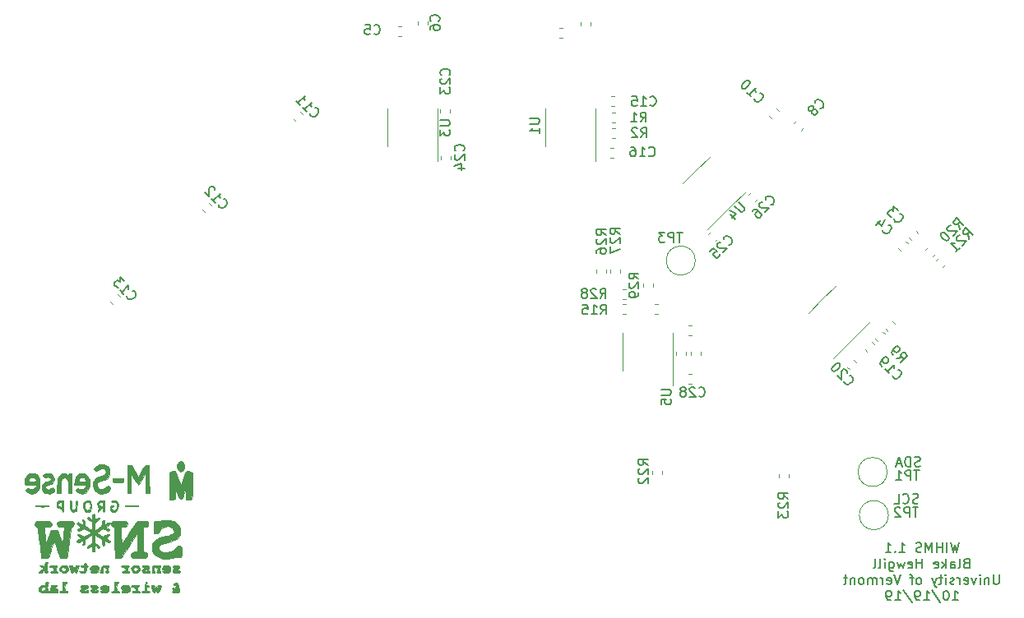
<source format=gbr>
G04 #@! TF.GenerationSoftware,KiCad,Pcbnew,(5.1.4)-1*
G04 #@! TF.CreationDate,2019-10-19T14:09:24-04:00*
G04 #@! TF.ProjectId,I2C Bus Board,49324320-4275-4732-9042-6f6172642e6b,rev?*
G04 #@! TF.SameCoordinates,Original*
G04 #@! TF.FileFunction,Legend,Bot*
G04 #@! TF.FilePolarity,Positive*
%FSLAX46Y46*%
G04 Gerber Fmt 4.6, Leading zero omitted, Abs format (unit mm)*
G04 Created by KiCad (PCBNEW (5.1.4)-1) date 2019-10-19 14:09:24*
%MOMM*%
%LPD*%
G04 APERTURE LIST*
%ADD10C,0.150000*%
%ADD11C,0.010000*%
%ADD12C,0.120000*%
G04 APERTURE END LIST*
D10*
X242379023Y-93687880D02*
X242140928Y-94687880D01*
X241950452Y-93973595D01*
X241759976Y-94687880D01*
X241521880Y-93687880D01*
X241140928Y-94687880D02*
X241140928Y-93687880D01*
X240664738Y-94687880D02*
X240664738Y-93687880D01*
X240664738Y-94164071D02*
X240093309Y-94164071D01*
X240093309Y-94687880D02*
X240093309Y-93687880D01*
X239617119Y-94687880D02*
X239617119Y-93687880D01*
X239283785Y-94402166D01*
X238950452Y-93687880D01*
X238950452Y-94687880D01*
X238521880Y-94640261D02*
X238379023Y-94687880D01*
X238140928Y-94687880D01*
X238045690Y-94640261D01*
X237998071Y-94592642D01*
X237950452Y-94497404D01*
X237950452Y-94402166D01*
X237998071Y-94306928D01*
X238045690Y-94259309D01*
X238140928Y-94211690D01*
X238331404Y-94164071D01*
X238426642Y-94116452D01*
X238474261Y-94068833D01*
X238521880Y-93973595D01*
X238521880Y-93878357D01*
X238474261Y-93783119D01*
X238426642Y-93735500D01*
X238331404Y-93687880D01*
X238093309Y-93687880D01*
X237950452Y-93735500D01*
X236236166Y-94687880D02*
X236807595Y-94687880D01*
X236521880Y-94687880D02*
X236521880Y-93687880D01*
X236617119Y-93830738D01*
X236712357Y-93925976D01*
X236807595Y-93973595D01*
X235807595Y-94592642D02*
X235759976Y-94640261D01*
X235807595Y-94687880D01*
X235855214Y-94640261D01*
X235807595Y-94592642D01*
X235807595Y-94687880D01*
X234807595Y-94687880D02*
X235379023Y-94687880D01*
X235093309Y-94687880D02*
X235093309Y-93687880D01*
X235188547Y-93830738D01*
X235283785Y-93925976D01*
X235379023Y-93973595D01*
X243117119Y-95814071D02*
X242974261Y-95861690D01*
X242926642Y-95909309D01*
X242879023Y-96004547D01*
X242879023Y-96147404D01*
X242926642Y-96242642D01*
X242974261Y-96290261D01*
X243069500Y-96337880D01*
X243450452Y-96337880D01*
X243450452Y-95337880D01*
X243117119Y-95337880D01*
X243021880Y-95385500D01*
X242974261Y-95433119D01*
X242926642Y-95528357D01*
X242926642Y-95623595D01*
X242974261Y-95718833D01*
X243021880Y-95766452D01*
X243117119Y-95814071D01*
X243450452Y-95814071D01*
X242307595Y-96337880D02*
X242402833Y-96290261D01*
X242450452Y-96195023D01*
X242450452Y-95337880D01*
X241498071Y-96337880D02*
X241498071Y-95814071D01*
X241545690Y-95718833D01*
X241640928Y-95671214D01*
X241831404Y-95671214D01*
X241926642Y-95718833D01*
X241498071Y-96290261D02*
X241593309Y-96337880D01*
X241831404Y-96337880D01*
X241926642Y-96290261D01*
X241974261Y-96195023D01*
X241974261Y-96099785D01*
X241926642Y-96004547D01*
X241831404Y-95956928D01*
X241593309Y-95956928D01*
X241498071Y-95909309D01*
X241021880Y-96337880D02*
X241021880Y-95337880D01*
X240926642Y-95956928D02*
X240640928Y-96337880D01*
X240640928Y-95671214D02*
X241021880Y-96052166D01*
X239831404Y-96290261D02*
X239926642Y-96337880D01*
X240117119Y-96337880D01*
X240212357Y-96290261D01*
X240259976Y-96195023D01*
X240259976Y-95814071D01*
X240212357Y-95718833D01*
X240117119Y-95671214D01*
X239926642Y-95671214D01*
X239831404Y-95718833D01*
X239783785Y-95814071D01*
X239783785Y-95909309D01*
X240259976Y-96004547D01*
X238593309Y-96337880D02*
X238593309Y-95337880D01*
X238593309Y-95814071D02*
X238021880Y-95814071D01*
X238021880Y-96337880D02*
X238021880Y-95337880D01*
X237164738Y-96290261D02*
X237259976Y-96337880D01*
X237450452Y-96337880D01*
X237545690Y-96290261D01*
X237593309Y-96195023D01*
X237593309Y-95814071D01*
X237545690Y-95718833D01*
X237450452Y-95671214D01*
X237259976Y-95671214D01*
X237164738Y-95718833D01*
X237117119Y-95814071D01*
X237117119Y-95909309D01*
X237593309Y-96004547D01*
X236783785Y-95671214D02*
X236593309Y-96337880D01*
X236402833Y-95861690D01*
X236212357Y-96337880D01*
X236021880Y-95671214D01*
X235212357Y-95671214D02*
X235212357Y-96480738D01*
X235259976Y-96575976D01*
X235307595Y-96623595D01*
X235402833Y-96671214D01*
X235545690Y-96671214D01*
X235640928Y-96623595D01*
X235212357Y-96290261D02*
X235307595Y-96337880D01*
X235498071Y-96337880D01*
X235593309Y-96290261D01*
X235640928Y-96242642D01*
X235688547Y-96147404D01*
X235688547Y-95861690D01*
X235640928Y-95766452D01*
X235593309Y-95718833D01*
X235498071Y-95671214D01*
X235307595Y-95671214D01*
X235212357Y-95718833D01*
X234736166Y-96337880D02*
X234736166Y-95671214D01*
X234736166Y-95337880D02*
X234783785Y-95385500D01*
X234736166Y-95433119D01*
X234688547Y-95385500D01*
X234736166Y-95337880D01*
X234736166Y-95433119D01*
X234117119Y-96337880D02*
X234212357Y-96290261D01*
X234259976Y-96195023D01*
X234259976Y-95337880D01*
X233593309Y-96337880D02*
X233688547Y-96290261D01*
X233736166Y-96195023D01*
X233736166Y-95337880D01*
X246498071Y-96987880D02*
X246498071Y-97797404D01*
X246450452Y-97892642D01*
X246402833Y-97940261D01*
X246307595Y-97987880D01*
X246117119Y-97987880D01*
X246021880Y-97940261D01*
X245974261Y-97892642D01*
X245926642Y-97797404D01*
X245926642Y-96987880D01*
X245450452Y-97321214D02*
X245450452Y-97987880D01*
X245450452Y-97416452D02*
X245402833Y-97368833D01*
X245307595Y-97321214D01*
X245164738Y-97321214D01*
X245069500Y-97368833D01*
X245021880Y-97464071D01*
X245021880Y-97987880D01*
X244545690Y-97987880D02*
X244545690Y-97321214D01*
X244545690Y-96987880D02*
X244593309Y-97035500D01*
X244545690Y-97083119D01*
X244498071Y-97035500D01*
X244545690Y-96987880D01*
X244545690Y-97083119D01*
X244164738Y-97321214D02*
X243926642Y-97987880D01*
X243688547Y-97321214D01*
X242926642Y-97940261D02*
X243021880Y-97987880D01*
X243212357Y-97987880D01*
X243307595Y-97940261D01*
X243355214Y-97845023D01*
X243355214Y-97464071D01*
X243307595Y-97368833D01*
X243212357Y-97321214D01*
X243021880Y-97321214D01*
X242926642Y-97368833D01*
X242879023Y-97464071D01*
X242879023Y-97559309D01*
X243355214Y-97654547D01*
X242450452Y-97987880D02*
X242450452Y-97321214D01*
X242450452Y-97511690D02*
X242402833Y-97416452D01*
X242355214Y-97368833D01*
X242259976Y-97321214D01*
X242164738Y-97321214D01*
X241879023Y-97940261D02*
X241783785Y-97987880D01*
X241593309Y-97987880D01*
X241498071Y-97940261D01*
X241450452Y-97845023D01*
X241450452Y-97797404D01*
X241498071Y-97702166D01*
X241593309Y-97654547D01*
X241736166Y-97654547D01*
X241831404Y-97606928D01*
X241879023Y-97511690D01*
X241879023Y-97464071D01*
X241831404Y-97368833D01*
X241736166Y-97321214D01*
X241593309Y-97321214D01*
X241498071Y-97368833D01*
X241021880Y-97987880D02*
X241021880Y-97321214D01*
X241021880Y-96987880D02*
X241069500Y-97035500D01*
X241021880Y-97083119D01*
X240974261Y-97035500D01*
X241021880Y-96987880D01*
X241021880Y-97083119D01*
X240688547Y-97321214D02*
X240307595Y-97321214D01*
X240545690Y-96987880D02*
X240545690Y-97845023D01*
X240498071Y-97940261D01*
X240402833Y-97987880D01*
X240307595Y-97987880D01*
X240069500Y-97321214D02*
X239831404Y-97987880D01*
X239593309Y-97321214D02*
X239831404Y-97987880D01*
X239926642Y-98225976D01*
X239974261Y-98273595D01*
X240069500Y-98321214D01*
X238307595Y-97987880D02*
X238402833Y-97940261D01*
X238450452Y-97892642D01*
X238498071Y-97797404D01*
X238498071Y-97511690D01*
X238450452Y-97416452D01*
X238402833Y-97368833D01*
X238307595Y-97321214D01*
X238164738Y-97321214D01*
X238069500Y-97368833D01*
X238021880Y-97416452D01*
X237974261Y-97511690D01*
X237974261Y-97797404D01*
X238021880Y-97892642D01*
X238069500Y-97940261D01*
X238164738Y-97987880D01*
X238307595Y-97987880D01*
X237688547Y-97321214D02*
X237307595Y-97321214D01*
X237545690Y-97987880D02*
X237545690Y-97130738D01*
X237498071Y-97035500D01*
X237402833Y-96987880D01*
X237307595Y-96987880D01*
X236355214Y-96987880D02*
X236021880Y-97987880D01*
X235688547Y-96987880D01*
X234974261Y-97940261D02*
X235069500Y-97987880D01*
X235259976Y-97987880D01*
X235355214Y-97940261D01*
X235402833Y-97845023D01*
X235402833Y-97464071D01*
X235355214Y-97368833D01*
X235259976Y-97321214D01*
X235069500Y-97321214D01*
X234974261Y-97368833D01*
X234926642Y-97464071D01*
X234926642Y-97559309D01*
X235402833Y-97654547D01*
X234498071Y-97987880D02*
X234498071Y-97321214D01*
X234498071Y-97511690D02*
X234450452Y-97416452D01*
X234402833Y-97368833D01*
X234307595Y-97321214D01*
X234212357Y-97321214D01*
X233879023Y-97987880D02*
X233879023Y-97321214D01*
X233879023Y-97416452D02*
X233831404Y-97368833D01*
X233736166Y-97321214D01*
X233593309Y-97321214D01*
X233498071Y-97368833D01*
X233450452Y-97464071D01*
X233450452Y-97987880D01*
X233450452Y-97464071D02*
X233402833Y-97368833D01*
X233307595Y-97321214D01*
X233164738Y-97321214D01*
X233069500Y-97368833D01*
X233021880Y-97464071D01*
X233021880Y-97987880D01*
X232402833Y-97987880D02*
X232498071Y-97940261D01*
X232545690Y-97892642D01*
X232593309Y-97797404D01*
X232593309Y-97511690D01*
X232545690Y-97416452D01*
X232498071Y-97368833D01*
X232402833Y-97321214D01*
X232259976Y-97321214D01*
X232164738Y-97368833D01*
X232117119Y-97416452D01*
X232069500Y-97511690D01*
X232069500Y-97797404D01*
X232117119Y-97892642D01*
X232164738Y-97940261D01*
X232259976Y-97987880D01*
X232402833Y-97987880D01*
X231640928Y-97321214D02*
X231640928Y-97987880D01*
X231640928Y-97416452D02*
X231593309Y-97368833D01*
X231498071Y-97321214D01*
X231355214Y-97321214D01*
X231259976Y-97368833D01*
X231212357Y-97464071D01*
X231212357Y-97987880D01*
X230879023Y-97321214D02*
X230498071Y-97321214D01*
X230736166Y-96987880D02*
X230736166Y-97845023D01*
X230688547Y-97940261D01*
X230593309Y-97987880D01*
X230498071Y-97987880D01*
X241712357Y-99637880D02*
X242283785Y-99637880D01*
X241998071Y-99637880D02*
X241998071Y-98637880D01*
X242093309Y-98780738D01*
X242188547Y-98875976D01*
X242283785Y-98923595D01*
X241093309Y-98637880D02*
X240998071Y-98637880D01*
X240902833Y-98685500D01*
X240855214Y-98733119D01*
X240807595Y-98828357D01*
X240759976Y-99018833D01*
X240759976Y-99256928D01*
X240807595Y-99447404D01*
X240855214Y-99542642D01*
X240902833Y-99590261D01*
X240998071Y-99637880D01*
X241093309Y-99637880D01*
X241188547Y-99590261D01*
X241236166Y-99542642D01*
X241283785Y-99447404D01*
X241331404Y-99256928D01*
X241331404Y-99018833D01*
X241283785Y-98828357D01*
X241236166Y-98733119D01*
X241188547Y-98685500D01*
X241093309Y-98637880D01*
X239617119Y-98590261D02*
X240474261Y-99875976D01*
X238759976Y-99637880D02*
X239331404Y-99637880D01*
X239045690Y-99637880D02*
X239045690Y-98637880D01*
X239140928Y-98780738D01*
X239236166Y-98875976D01*
X239331404Y-98923595D01*
X238283785Y-99637880D02*
X238093309Y-99637880D01*
X237998071Y-99590261D01*
X237950452Y-99542642D01*
X237855214Y-99399785D01*
X237807595Y-99209309D01*
X237807595Y-98828357D01*
X237855214Y-98733119D01*
X237902833Y-98685500D01*
X237998071Y-98637880D01*
X238188547Y-98637880D01*
X238283785Y-98685500D01*
X238331404Y-98733119D01*
X238379023Y-98828357D01*
X238379023Y-99066452D01*
X238331404Y-99161690D01*
X238283785Y-99209309D01*
X238188547Y-99256928D01*
X237998071Y-99256928D01*
X237902833Y-99209309D01*
X237855214Y-99161690D01*
X237807595Y-99066452D01*
X236664738Y-98590261D02*
X237521880Y-99875976D01*
X235807595Y-99637880D02*
X236379023Y-99637880D01*
X236093309Y-99637880D02*
X236093309Y-98637880D01*
X236188547Y-98780738D01*
X236283785Y-98875976D01*
X236379023Y-98923595D01*
X235331404Y-99637880D02*
X235140928Y-99637880D01*
X235045690Y-99590261D01*
X234998071Y-99542642D01*
X234902833Y-99399785D01*
X234855214Y-99209309D01*
X234855214Y-98828357D01*
X234902833Y-98733119D01*
X234950452Y-98685500D01*
X235045690Y-98637880D01*
X235236166Y-98637880D01*
X235331404Y-98685500D01*
X235379023Y-98733119D01*
X235426642Y-98828357D01*
X235426642Y-99066452D01*
X235379023Y-99161690D01*
X235331404Y-99209309D01*
X235236166Y-99256928D01*
X235045690Y-99256928D01*
X234950452Y-99209309D01*
X234902833Y-99161690D01*
X234855214Y-99066452D01*
X238172476Y-89622261D02*
X238029619Y-89669880D01*
X237791523Y-89669880D01*
X237696285Y-89622261D01*
X237648666Y-89574642D01*
X237601047Y-89479404D01*
X237601047Y-89384166D01*
X237648666Y-89288928D01*
X237696285Y-89241309D01*
X237791523Y-89193690D01*
X237982000Y-89146071D01*
X238077238Y-89098452D01*
X238124857Y-89050833D01*
X238172476Y-88955595D01*
X238172476Y-88860357D01*
X238124857Y-88765119D01*
X238077238Y-88717500D01*
X237982000Y-88669880D01*
X237743904Y-88669880D01*
X237601047Y-88717500D01*
X236601047Y-89574642D02*
X236648666Y-89622261D01*
X236791523Y-89669880D01*
X236886761Y-89669880D01*
X237029619Y-89622261D01*
X237124857Y-89527023D01*
X237172476Y-89431785D01*
X237220095Y-89241309D01*
X237220095Y-89098452D01*
X237172476Y-88907976D01*
X237124857Y-88812738D01*
X237029619Y-88717500D01*
X236886761Y-88669880D01*
X236791523Y-88669880D01*
X236648666Y-88717500D01*
X236601047Y-88765119D01*
X235696285Y-89669880D02*
X236172476Y-89669880D01*
X236172476Y-88669880D01*
X238386785Y-85812261D02*
X238243928Y-85859880D01*
X238005833Y-85859880D01*
X237910595Y-85812261D01*
X237862976Y-85764642D01*
X237815357Y-85669404D01*
X237815357Y-85574166D01*
X237862976Y-85478928D01*
X237910595Y-85431309D01*
X238005833Y-85383690D01*
X238196309Y-85336071D01*
X238291547Y-85288452D01*
X238339166Y-85240833D01*
X238386785Y-85145595D01*
X238386785Y-85050357D01*
X238339166Y-84955119D01*
X238291547Y-84907500D01*
X238196309Y-84859880D01*
X237958214Y-84859880D01*
X237815357Y-84907500D01*
X237386785Y-85859880D02*
X237386785Y-84859880D01*
X237148690Y-84859880D01*
X237005833Y-84907500D01*
X236910595Y-85002738D01*
X236862976Y-85097976D01*
X236815357Y-85288452D01*
X236815357Y-85431309D01*
X236862976Y-85621785D01*
X236910595Y-85717023D01*
X237005833Y-85812261D01*
X237148690Y-85859880D01*
X237386785Y-85859880D01*
X236434404Y-85574166D02*
X235958214Y-85574166D01*
X236529642Y-85859880D02*
X236196309Y-84859880D01*
X235862976Y-85859880D01*
D11*
G36*
X161641231Y-97876397D02*
G01*
X161535490Y-97928254D01*
X161512250Y-97980500D01*
X161567826Y-98057997D01*
X161671000Y-98079730D01*
X161792033Y-98112152D01*
X161808656Y-98174763D01*
X161726386Y-98333464D01*
X161577484Y-98384133D01*
X161511847Y-98376964D01*
X161383209Y-98378906D01*
X161361739Y-98445004D01*
X161432345Y-98541944D01*
X161477283Y-98619989D01*
X161424209Y-98674544D01*
X161361133Y-98749048D01*
X161409169Y-98812844D01*
X161552434Y-98856137D01*
X161740294Y-98869500D01*
X161936444Y-98860840D01*
X162044215Y-98825068D01*
X162101620Y-98747495D01*
X162110043Y-98726625D01*
X162124961Y-98575974D01*
X161925000Y-98575974D01*
X161877464Y-98665048D01*
X161829750Y-98679000D01*
X161745025Y-98665946D01*
X161734500Y-98655025D01*
X161776581Y-98600237D01*
X161829750Y-98552000D01*
X161904863Y-98507727D01*
X161924912Y-98566064D01*
X161925000Y-98575974D01*
X162124961Y-98575974D01*
X162127627Y-98549057D01*
X162101064Y-98463844D01*
X162049401Y-98310141D01*
X162025223Y-98157450D01*
X161986914Y-98002826D01*
X161921031Y-97911656D01*
X161786750Y-97868000D01*
X161641231Y-97876397D01*
X161641231Y-97876397D01*
G37*
X161641231Y-97876397D02*
X161535490Y-97928254D01*
X161512250Y-97980500D01*
X161567826Y-98057997D01*
X161671000Y-98079730D01*
X161792033Y-98112152D01*
X161808656Y-98174763D01*
X161726386Y-98333464D01*
X161577484Y-98384133D01*
X161511847Y-98376964D01*
X161383209Y-98378906D01*
X161361739Y-98445004D01*
X161432345Y-98541944D01*
X161477283Y-98619989D01*
X161424209Y-98674544D01*
X161361133Y-98749048D01*
X161409169Y-98812844D01*
X161552434Y-98856137D01*
X161740294Y-98869500D01*
X161936444Y-98860840D01*
X162044215Y-98825068D01*
X162101620Y-98747495D01*
X162110043Y-98726625D01*
X162124961Y-98575974D01*
X161925000Y-98575974D01*
X161877464Y-98665048D01*
X161829750Y-98679000D01*
X161745025Y-98665946D01*
X161734500Y-98655025D01*
X161776581Y-98600237D01*
X161829750Y-98552000D01*
X161904863Y-98507727D01*
X161924912Y-98566064D01*
X161925000Y-98575974D01*
X162124961Y-98575974D01*
X162127627Y-98549057D01*
X162101064Y-98463844D01*
X162049401Y-98310141D01*
X162025223Y-98157450D01*
X161986914Y-98002826D01*
X161921031Y-97911656D01*
X161786750Y-97868000D01*
X161641231Y-97876397D01*
G36*
X159227472Y-98060161D02*
G01*
X159209620Y-98131686D01*
X159224223Y-98186875D01*
X159268321Y-98339616D01*
X159322938Y-98542860D01*
X159337577Y-98599625D01*
X159407693Y-98779055D01*
X159491692Y-98864025D01*
X159571073Y-98845194D01*
X159620601Y-98742500D01*
X159667722Y-98639632D01*
X159702500Y-98615500D01*
X159755729Y-98668243D01*
X159784400Y-98742500D01*
X159845299Y-98858187D01*
X159925717Y-98861391D01*
X160009584Y-98761537D01*
X160080661Y-98568718D01*
X160137869Y-98384447D01*
X160197638Y-98256124D01*
X160223335Y-98226567D01*
X160263992Y-98156253D01*
X160209369Y-98086026D01*
X160087621Y-98045844D01*
X160051750Y-98044000D01*
X159912544Y-98073673D01*
X159847065Y-98143107D01*
X159878151Y-98222924D01*
X159900209Y-98238955D01*
X159953810Y-98302092D01*
X159908345Y-98371555D01*
X159845045Y-98412662D01*
X159829500Y-98342450D01*
X159786360Y-98254429D01*
X159694498Y-98240950D01*
X159610254Y-98305200D01*
X159598604Y-98329385D01*
X159537384Y-98392898D01*
X159502263Y-98387232D01*
X159483461Y-98315110D01*
X159514384Y-98263378D01*
X159556659Y-98150033D01*
X159487867Y-98070610D01*
X159342097Y-98044000D01*
X159227472Y-98060161D01*
X159227472Y-98060161D01*
G37*
X159227472Y-98060161D02*
X159209620Y-98131686D01*
X159224223Y-98186875D01*
X159268321Y-98339616D01*
X159322938Y-98542860D01*
X159337577Y-98599625D01*
X159407693Y-98779055D01*
X159491692Y-98864025D01*
X159571073Y-98845194D01*
X159620601Y-98742500D01*
X159667722Y-98639632D01*
X159702500Y-98615500D01*
X159755729Y-98668243D01*
X159784400Y-98742500D01*
X159845299Y-98858187D01*
X159925717Y-98861391D01*
X160009584Y-98761537D01*
X160080661Y-98568718D01*
X160137869Y-98384447D01*
X160197638Y-98256124D01*
X160223335Y-98226567D01*
X160263992Y-98156253D01*
X160209369Y-98086026D01*
X160087621Y-98045844D01*
X160051750Y-98044000D01*
X159912544Y-98073673D01*
X159847065Y-98143107D01*
X159878151Y-98222924D01*
X159900209Y-98238955D01*
X159953810Y-98302092D01*
X159908345Y-98371555D01*
X159845045Y-98412662D01*
X159829500Y-98342450D01*
X159786360Y-98254429D01*
X159694498Y-98240950D01*
X159610254Y-98305200D01*
X159598604Y-98329385D01*
X159537384Y-98392898D01*
X159502263Y-98387232D01*
X159483461Y-98315110D01*
X159514384Y-98263378D01*
X159556659Y-98150033D01*
X159487867Y-98070610D01*
X159342097Y-98044000D01*
X159227472Y-98060161D01*
G36*
X158559500Y-98357476D02*
G01*
X158554502Y-98547405D01*
X158528879Y-98642712D01*
X158466685Y-98675690D01*
X158400750Y-98679000D01*
X158273072Y-98712120D01*
X158242000Y-98774250D01*
X158269556Y-98827677D01*
X158368017Y-98857372D01*
X158561077Y-98868802D01*
X158654750Y-98869500D01*
X158886268Y-98863141D01*
X159014947Y-98840419D01*
X159064478Y-98795867D01*
X159067500Y-98774250D01*
X159012300Y-98697642D01*
X158908750Y-98679000D01*
X158801394Y-98662394D01*
X158757445Y-98587671D01*
X158750000Y-98456750D01*
X158763677Y-98304314D01*
X158818477Y-98242516D01*
X158882292Y-98234500D01*
X158982823Y-98210644D01*
X158986848Y-98156127D01*
X158911733Y-98096523D01*
X158774843Y-98057405D01*
X158760985Y-98055851D01*
X158559500Y-98035953D01*
X158559500Y-98357476D01*
X158559500Y-98357476D01*
G37*
X158559500Y-98357476D02*
X158554502Y-98547405D01*
X158528879Y-98642712D01*
X158466685Y-98675690D01*
X158400750Y-98679000D01*
X158273072Y-98712120D01*
X158242000Y-98774250D01*
X158269556Y-98827677D01*
X158368017Y-98857372D01*
X158561077Y-98868802D01*
X158654750Y-98869500D01*
X158886268Y-98863141D01*
X159014947Y-98840419D01*
X159064478Y-98795867D01*
X159067500Y-98774250D01*
X159012300Y-98697642D01*
X158908750Y-98679000D01*
X158801394Y-98662394D01*
X158757445Y-98587671D01*
X158750000Y-98456750D01*
X158763677Y-98304314D01*
X158818477Y-98242516D01*
X158882292Y-98234500D01*
X158982823Y-98210644D01*
X158986848Y-98156127D01*
X158911733Y-98096523D01*
X158774843Y-98057405D01*
X158760985Y-98055851D01*
X158559500Y-98035953D01*
X158559500Y-98357476D01*
G36*
X157407971Y-98066299D02*
G01*
X157248672Y-98094128D01*
X157179075Y-98125134D01*
X157127928Y-98209407D01*
X157174428Y-98269084D01*
X157285994Y-98267362D01*
X157415209Y-98278752D01*
X157545239Y-98350139D01*
X157646667Y-98482328D01*
X157637984Y-98599614D01*
X157528269Y-98670562D01*
X157450243Y-98679000D01*
X157321073Y-98711773D01*
X157289500Y-98774250D01*
X157318761Y-98829557D01*
X157422486Y-98859251D01*
X157624594Y-98869312D01*
X157670500Y-98869500D01*
X157897341Y-98860895D01*
X158017776Y-98832067D01*
X158051500Y-98781656D01*
X157998299Y-98696363D01*
X157924500Y-98660600D01*
X157830917Y-98582496D01*
X157795813Y-98449871D01*
X157823706Y-98320082D01*
X157892750Y-98257463D01*
X157977095Y-98180232D01*
X157988000Y-98137332D01*
X157931712Y-98093430D01*
X157789563Y-98066554D01*
X157601625Y-98057309D01*
X157407971Y-98066299D01*
X157407971Y-98066299D01*
G37*
X157407971Y-98066299D02*
X157248672Y-98094128D01*
X157179075Y-98125134D01*
X157127928Y-98209407D01*
X157174428Y-98269084D01*
X157285994Y-98267362D01*
X157415209Y-98278752D01*
X157545239Y-98350139D01*
X157646667Y-98482328D01*
X157637984Y-98599614D01*
X157528269Y-98670562D01*
X157450243Y-98679000D01*
X157321073Y-98711773D01*
X157289500Y-98774250D01*
X157318761Y-98829557D01*
X157422486Y-98859251D01*
X157624594Y-98869312D01*
X157670500Y-98869500D01*
X157897341Y-98860895D01*
X158017776Y-98832067D01*
X158051500Y-98781656D01*
X157998299Y-98696363D01*
X157924500Y-98660600D01*
X157830917Y-98582496D01*
X157795813Y-98449871D01*
X157823706Y-98320082D01*
X157892750Y-98257463D01*
X157977095Y-98180232D01*
X157988000Y-98137332D01*
X157931712Y-98093430D01*
X157789563Y-98066554D01*
X157601625Y-98057309D01*
X157407971Y-98066299D01*
G36*
X156390543Y-98088205D02*
G01*
X156227031Y-98203237D01*
X156148874Y-98362721D01*
X156146500Y-98396850D01*
X156157150Y-98488583D01*
X156210592Y-98534599D01*
X156339065Y-98550470D01*
X156467748Y-98552000D01*
X156667914Y-98562755D01*
X156748625Y-98596009D01*
X156745223Y-98622825D01*
X156653052Y-98663629D01*
X156469301Y-98666658D01*
X156420752Y-98662012D01*
X156246820Y-98649542D01*
X156169043Y-98669549D01*
X156158988Y-98729882D01*
X156159746Y-98734061D01*
X156231826Y-98810833D01*
X156384644Y-98854756D01*
X156575939Y-98864608D01*
X156763451Y-98839169D01*
X156904920Y-98777216D01*
X156927796Y-98756261D01*
X157023131Y-98570657D01*
X157016919Y-98371874D01*
X156978550Y-98298000D01*
X156749750Y-98298000D01*
X156722069Y-98340241D01*
X156590072Y-98359903D01*
X156547123Y-98360527D01*
X156400825Y-98352028D01*
X156369366Y-98324953D01*
X156400500Y-98298000D01*
X156553146Y-98241477D01*
X156692667Y-98253234D01*
X156749750Y-98298000D01*
X156978550Y-98298000D01*
X156925071Y-98195034D01*
X156763497Y-98075258D01*
X156605130Y-98044000D01*
X156390543Y-98088205D01*
X156390543Y-98088205D01*
G37*
X156390543Y-98088205D02*
X156227031Y-98203237D01*
X156148874Y-98362721D01*
X156146500Y-98396850D01*
X156157150Y-98488583D01*
X156210592Y-98534599D01*
X156339065Y-98550470D01*
X156467748Y-98552000D01*
X156667914Y-98562755D01*
X156748625Y-98596009D01*
X156745223Y-98622825D01*
X156653052Y-98663629D01*
X156469301Y-98666658D01*
X156420752Y-98662012D01*
X156246820Y-98649542D01*
X156169043Y-98669549D01*
X156158988Y-98729882D01*
X156159746Y-98734061D01*
X156231826Y-98810833D01*
X156384644Y-98854756D01*
X156575939Y-98864608D01*
X156763451Y-98839169D01*
X156904920Y-98777216D01*
X156927796Y-98756261D01*
X157023131Y-98570657D01*
X157016919Y-98371874D01*
X156978550Y-98298000D01*
X156749750Y-98298000D01*
X156722069Y-98340241D01*
X156590072Y-98359903D01*
X156547123Y-98360527D01*
X156400825Y-98352028D01*
X156369366Y-98324953D01*
X156400500Y-98298000D01*
X156553146Y-98241477D01*
X156692667Y-98253234D01*
X156749750Y-98298000D01*
X156978550Y-98298000D01*
X156925071Y-98195034D01*
X156763497Y-98075258D01*
X156605130Y-98044000D01*
X156390543Y-98088205D01*
G36*
X155448000Y-98198532D02*
G01*
X155445759Y-98439935D01*
X155432929Y-98582397D01*
X155400348Y-98653965D01*
X155338856Y-98682691D01*
X155287276Y-98690657D01*
X155161198Y-98727760D01*
X155112651Y-98774250D01*
X155161520Y-98808360D01*
X155297366Y-98836241D01*
X155480217Y-98855109D01*
X155670098Y-98862178D01*
X155827033Y-98854664D01*
X155910982Y-98829852D01*
X155954634Y-98739972D01*
X155883207Y-98687428D01*
X155797250Y-98679000D01*
X155708612Y-98670716D01*
X155661135Y-98625798D01*
X155642029Y-98514143D01*
X155638501Y-98305648D01*
X155638500Y-98305406D01*
X155644179Y-98091826D01*
X155668277Y-97972572D01*
X155721384Y-97915211D01*
X155771890Y-97896930D01*
X155863629Y-97845645D01*
X155850530Y-97785425D01*
X155750780Y-97738870D01*
X155634753Y-97726500D01*
X155448000Y-97726500D01*
X155448000Y-98198532D01*
X155448000Y-98198532D01*
G37*
X155448000Y-98198532D02*
X155445759Y-98439935D01*
X155432929Y-98582397D01*
X155400348Y-98653965D01*
X155338856Y-98682691D01*
X155287276Y-98690657D01*
X155161198Y-98727760D01*
X155112651Y-98774250D01*
X155161520Y-98808360D01*
X155297366Y-98836241D01*
X155480217Y-98855109D01*
X155670098Y-98862178D01*
X155827033Y-98854664D01*
X155910982Y-98829852D01*
X155954634Y-98739972D01*
X155883207Y-98687428D01*
X155797250Y-98679000D01*
X155708612Y-98670716D01*
X155661135Y-98625798D01*
X155642029Y-98514143D01*
X155638501Y-98305648D01*
X155638500Y-98305406D01*
X155644179Y-98091826D01*
X155668277Y-97972572D01*
X155721384Y-97915211D01*
X155771890Y-97896930D01*
X155863629Y-97845645D01*
X155850530Y-97785425D01*
X155750780Y-97738870D01*
X155634753Y-97726500D01*
X155448000Y-97726500D01*
X155448000Y-98198532D01*
G36*
X154324490Y-98066211D02*
G01*
X154141241Y-98146068D01*
X154018754Y-98287369D01*
X153987500Y-98425000D01*
X154002497Y-98498087D01*
X154067468Y-98536338D01*
X154212381Y-98550536D01*
X154340498Y-98552000D01*
X154554038Y-98561627D01*
X154648768Y-98591548D01*
X154649747Y-98622786D01*
X154557638Y-98663169D01*
X154368717Y-98669218D01*
X154293835Y-98663577D01*
X154106975Y-98651869D01*
X154017775Y-98668321D01*
X153998708Y-98719710D01*
X154001055Y-98735666D01*
X154072964Y-98811557D01*
X154225635Y-98854818D01*
X154416798Y-98864314D01*
X154604185Y-98838912D01*
X154745524Y-98777477D01*
X154768796Y-98756261D01*
X154861403Y-98577501D01*
X154869263Y-98375194D01*
X154836633Y-98298000D01*
X154590750Y-98298000D01*
X154565684Y-98342748D01*
X154441388Y-98361441D01*
X154432000Y-98361500D01*
X154302923Y-98344591D01*
X154271566Y-98301022D01*
X154273250Y-98298000D01*
X154363079Y-98244101D01*
X154432000Y-98234500D01*
X154551996Y-98264530D01*
X154590750Y-98298000D01*
X154836633Y-98298000D01*
X154795125Y-98199807D01*
X154735371Y-98142850D01*
X154534026Y-98060803D01*
X154324490Y-98066211D01*
X154324490Y-98066211D01*
G37*
X154324490Y-98066211D02*
X154141241Y-98146068D01*
X154018754Y-98287369D01*
X153987500Y-98425000D01*
X154002497Y-98498087D01*
X154067468Y-98536338D01*
X154212381Y-98550536D01*
X154340498Y-98552000D01*
X154554038Y-98561627D01*
X154648768Y-98591548D01*
X154649747Y-98622786D01*
X154557638Y-98663169D01*
X154368717Y-98669218D01*
X154293835Y-98663577D01*
X154106975Y-98651869D01*
X154017775Y-98668321D01*
X153998708Y-98719710D01*
X154001055Y-98735666D01*
X154072964Y-98811557D01*
X154225635Y-98854818D01*
X154416798Y-98864314D01*
X154604185Y-98838912D01*
X154745524Y-98777477D01*
X154768796Y-98756261D01*
X154861403Y-98577501D01*
X154869263Y-98375194D01*
X154836633Y-98298000D01*
X154590750Y-98298000D01*
X154565684Y-98342748D01*
X154441388Y-98361441D01*
X154432000Y-98361500D01*
X154302923Y-98344591D01*
X154271566Y-98301022D01*
X154273250Y-98298000D01*
X154363079Y-98244101D01*
X154432000Y-98234500D01*
X154551996Y-98264530D01*
X154590750Y-98298000D01*
X154836633Y-98298000D01*
X154795125Y-98199807D01*
X154735371Y-98142850D01*
X154534026Y-98060803D01*
X154324490Y-98066211D01*
G36*
X153126697Y-98061238D02*
G01*
X153010511Y-98116606D01*
X152992826Y-98143518D01*
X152990000Y-98267797D01*
X153063255Y-98335796D01*
X153172378Y-98314552D01*
X153187564Y-98303134D01*
X153322670Y-98250540D01*
X153428380Y-98250203D01*
X153507293Y-98268842D01*
X153510243Y-98292180D01*
X153422484Y-98329769D01*
X153229271Y-98391158D01*
X153194367Y-98401771D01*
X153035174Y-98494457D01*
X152978619Y-98628501D01*
X153036391Y-98775917D01*
X153037532Y-98777300D01*
X153149476Y-98839267D01*
X153325157Y-98869532D01*
X153518475Y-98868553D01*
X153683331Y-98836786D01*
X153773625Y-98774689D01*
X153775675Y-98769981D01*
X153778489Y-98645796D01*
X153705357Y-98577673D01*
X153596467Y-98598667D01*
X153581282Y-98610079D01*
X153451261Y-98660176D01*
X153308715Y-98663926D01*
X153212845Y-98645497D01*
X153203162Y-98620983D01*
X153291457Y-98581495D01*
X153489521Y-98518145D01*
X153510634Y-98511728D01*
X153665744Y-98422410D01*
X153724995Y-98297198D01*
X153678041Y-98168561D01*
X153633019Y-98127572D01*
X153485582Y-98065535D01*
X153300931Y-98043819D01*
X153126697Y-98061238D01*
X153126697Y-98061238D01*
G37*
X153126697Y-98061238D02*
X153010511Y-98116606D01*
X152992826Y-98143518D01*
X152990000Y-98267797D01*
X153063255Y-98335796D01*
X153172378Y-98314552D01*
X153187564Y-98303134D01*
X153322670Y-98250540D01*
X153428380Y-98250203D01*
X153507293Y-98268842D01*
X153510243Y-98292180D01*
X153422484Y-98329769D01*
X153229271Y-98391158D01*
X153194367Y-98401771D01*
X153035174Y-98494457D01*
X152978619Y-98628501D01*
X153036391Y-98775917D01*
X153037532Y-98777300D01*
X153149476Y-98839267D01*
X153325157Y-98869532D01*
X153518475Y-98868553D01*
X153683331Y-98836786D01*
X153773625Y-98774689D01*
X153775675Y-98769981D01*
X153778489Y-98645796D01*
X153705357Y-98577673D01*
X153596467Y-98598667D01*
X153581282Y-98610079D01*
X153451261Y-98660176D01*
X153308715Y-98663926D01*
X153212845Y-98645497D01*
X153203162Y-98620983D01*
X153291457Y-98581495D01*
X153489521Y-98518145D01*
X153510634Y-98511728D01*
X153665744Y-98422410D01*
X153724995Y-98297198D01*
X153678041Y-98168561D01*
X153633019Y-98127572D01*
X153485582Y-98065535D01*
X153300931Y-98043819D01*
X153126697Y-98061238D01*
G36*
X152077137Y-98082714D02*
G01*
X151976533Y-98182434D01*
X151966959Y-98218625D01*
X151979667Y-98331100D01*
X152024426Y-98361500D01*
X152054637Y-98395762D01*
X151997092Y-98477625D01*
X151908628Y-98592868D01*
X151912480Y-98677104D01*
X151991786Y-98769714D01*
X152141014Y-98841996D01*
X152387188Y-98869408D01*
X152404536Y-98869500D01*
X152591273Y-98864177D01*
X152683803Y-98837155D01*
X152714817Y-98771851D01*
X152717500Y-98710750D01*
X152689543Y-98584042D01*
X152623440Y-98554636D01*
X152558750Y-98615500D01*
X152479850Y-98658912D01*
X152348525Y-98677228D01*
X152219752Y-98669368D01*
X152148509Y-98634250D01*
X152146000Y-98623615D01*
X152202001Y-98579647D01*
X152341526Y-98538186D01*
X152393069Y-98528723D01*
X152581315Y-98461016D01*
X152685001Y-98350542D01*
X152690315Y-98298000D01*
X152463500Y-98298000D01*
X152409158Y-98345734D01*
X152304750Y-98361500D01*
X152185414Y-98339763D01*
X152146000Y-98298000D01*
X152200343Y-98250265D01*
X152304750Y-98234500D01*
X152424087Y-98256236D01*
X152463500Y-98298000D01*
X152690315Y-98298000D01*
X152697524Y-98226739D01*
X152612278Y-98119046D01*
X152495919Y-98070243D01*
X152259465Y-98042737D01*
X152077137Y-98082714D01*
X152077137Y-98082714D01*
G37*
X152077137Y-98082714D02*
X151976533Y-98182434D01*
X151966959Y-98218625D01*
X151979667Y-98331100D01*
X152024426Y-98361500D01*
X152054637Y-98395762D01*
X151997092Y-98477625D01*
X151908628Y-98592868D01*
X151912480Y-98677104D01*
X151991786Y-98769714D01*
X152141014Y-98841996D01*
X152387188Y-98869408D01*
X152404536Y-98869500D01*
X152591273Y-98864177D01*
X152683803Y-98837155D01*
X152714817Y-98771851D01*
X152717500Y-98710750D01*
X152689543Y-98584042D01*
X152623440Y-98554636D01*
X152558750Y-98615500D01*
X152479850Y-98658912D01*
X152348525Y-98677228D01*
X152219752Y-98669368D01*
X152148509Y-98634250D01*
X152146000Y-98623615D01*
X152202001Y-98579647D01*
X152341526Y-98538186D01*
X152393069Y-98528723D01*
X152581315Y-98461016D01*
X152685001Y-98350542D01*
X152690315Y-98298000D01*
X152463500Y-98298000D01*
X152409158Y-98345734D01*
X152304750Y-98361500D01*
X152185414Y-98339763D01*
X152146000Y-98298000D01*
X152200343Y-98250265D01*
X152304750Y-98234500D01*
X152424087Y-98256236D01*
X152463500Y-98298000D01*
X152690315Y-98298000D01*
X152697524Y-98226739D01*
X152612278Y-98119046D01*
X152495919Y-98070243D01*
X152259465Y-98042737D01*
X152077137Y-98082714D01*
G36*
X150114000Y-98202750D02*
G01*
X150112022Y-98444990D01*
X150100142Y-98586986D01*
X150069443Y-98655488D01*
X150011009Y-98677249D01*
X149955250Y-98679000D01*
X149827572Y-98712120D01*
X149796500Y-98774250D01*
X149824056Y-98827677D01*
X149922517Y-98857372D01*
X150115577Y-98868802D01*
X150209250Y-98869500D01*
X150440768Y-98863141D01*
X150569447Y-98840419D01*
X150618978Y-98795867D01*
X150622000Y-98774250D01*
X150566800Y-98697642D01*
X150463250Y-98679000D01*
X150375269Y-98670932D01*
X150327768Y-98626850D01*
X150308322Y-98516931D01*
X150304504Y-98311354D01*
X150304500Y-98298000D01*
X150309134Y-98085203D01*
X150329490Y-97970219D01*
X150375250Y-97924004D01*
X150431500Y-97917000D01*
X150534929Y-97877295D01*
X150558500Y-97821750D01*
X150510306Y-97751301D01*
X150356492Y-97726672D01*
X150336250Y-97726500D01*
X150114000Y-97726500D01*
X150114000Y-98202750D01*
X150114000Y-98202750D01*
G37*
X150114000Y-98202750D02*
X150112022Y-98444990D01*
X150100142Y-98586986D01*
X150069443Y-98655488D01*
X150011009Y-98677249D01*
X149955250Y-98679000D01*
X149827572Y-98712120D01*
X149796500Y-98774250D01*
X149824056Y-98827677D01*
X149922517Y-98857372D01*
X150115577Y-98868802D01*
X150209250Y-98869500D01*
X150440768Y-98863141D01*
X150569447Y-98840419D01*
X150618978Y-98795867D01*
X150622000Y-98774250D01*
X150566800Y-98697642D01*
X150463250Y-98679000D01*
X150375269Y-98670932D01*
X150327768Y-98626850D01*
X150308322Y-98516931D01*
X150304504Y-98311354D01*
X150304500Y-98298000D01*
X150309134Y-98085203D01*
X150329490Y-97970219D01*
X150375250Y-97924004D01*
X150431500Y-97917000D01*
X150534929Y-97877295D01*
X150558500Y-97821750D01*
X150510306Y-97751301D01*
X150356492Y-97726672D01*
X150336250Y-97726500D01*
X150114000Y-97726500D01*
X150114000Y-98202750D01*
G36*
X148378491Y-97749042D02*
G01*
X148338398Y-97842269D01*
X148336000Y-97904249D01*
X148324276Y-98022783D01*
X148263545Y-98064427D01*
X148119972Y-98056778D01*
X147895209Y-98085306D01*
X147726729Y-98211591D01*
X147642299Y-98411352D01*
X147637500Y-98478658D01*
X147651357Y-98622021D01*
X147704385Y-98725422D01*
X147813770Y-98795144D01*
X147996700Y-98837467D01*
X148270359Y-98858674D01*
X148651936Y-98865047D01*
X148694815Y-98865109D01*
X149007366Y-98862358D01*
X149272576Y-98854497D01*
X149465390Y-98842674D01*
X149560756Y-98828038D01*
X149565626Y-98825207D01*
X149604189Y-98714013D01*
X149595468Y-98615500D01*
X149415500Y-98615500D01*
X149361275Y-98663649D01*
X149260498Y-98679000D01*
X149126043Y-98655586D01*
X149066250Y-98615500D01*
X149091064Y-98570527D01*
X149214608Y-98552030D01*
X149221253Y-98552000D01*
X149356620Y-98570065D01*
X149415424Y-98613711D01*
X149415500Y-98615500D01*
X149595468Y-98615500D01*
X149590703Y-98561682D01*
X149531778Y-98439721D01*
X149529800Y-98437700D01*
X149416532Y-98384448D01*
X149248749Y-98361518D01*
X149244050Y-98361500D01*
X149102296Y-98343372D01*
X149035304Y-98299127D01*
X149034500Y-98293134D01*
X149090430Y-98251140D01*
X149232620Y-98242107D01*
X149253345Y-98243624D01*
X149431468Y-98240791D01*
X149526395Y-98202699D01*
X149520550Y-98140231D01*
X149477162Y-98105019D01*
X149323620Y-98055414D01*
X149133783Y-98050093D01*
X148970765Y-98087336D01*
X148920200Y-98120199D01*
X148869425Y-98230998D01*
X148844516Y-98403122D01*
X148844000Y-98430906D01*
X148812957Y-98624647D01*
X148720479Y-98708235D01*
X148605875Y-98696104D01*
X148564386Y-98626079D01*
X148544951Y-98518809D01*
X148331941Y-98518809D01*
X148262938Y-98631071D01*
X148102556Y-98678770D01*
X148088273Y-98679000D01*
X147929322Y-98645721D01*
X147858783Y-98548952D01*
X147859182Y-98395351D01*
X147943932Y-98289600D01*
X148074431Y-98247757D01*
X148212073Y-98285883D01*
X148291996Y-98368743D01*
X148331941Y-98518809D01*
X148544951Y-98518809D01*
X148537422Y-98477258D01*
X148525822Y-98290793D01*
X148530424Y-98107838D01*
X148552068Y-97969545D01*
X148590000Y-97917000D01*
X148646336Y-97865567D01*
X148653500Y-97821750D01*
X148598300Y-97745142D01*
X148494750Y-97726500D01*
X148378491Y-97749042D01*
X148378491Y-97749042D01*
G37*
X148378491Y-97749042D02*
X148338398Y-97842269D01*
X148336000Y-97904249D01*
X148324276Y-98022783D01*
X148263545Y-98064427D01*
X148119972Y-98056778D01*
X147895209Y-98085306D01*
X147726729Y-98211591D01*
X147642299Y-98411352D01*
X147637500Y-98478658D01*
X147651357Y-98622021D01*
X147704385Y-98725422D01*
X147813770Y-98795144D01*
X147996700Y-98837467D01*
X148270359Y-98858674D01*
X148651936Y-98865047D01*
X148694815Y-98865109D01*
X149007366Y-98862358D01*
X149272576Y-98854497D01*
X149465390Y-98842674D01*
X149560756Y-98828038D01*
X149565626Y-98825207D01*
X149604189Y-98714013D01*
X149595468Y-98615500D01*
X149415500Y-98615500D01*
X149361275Y-98663649D01*
X149260498Y-98679000D01*
X149126043Y-98655586D01*
X149066250Y-98615500D01*
X149091064Y-98570527D01*
X149214608Y-98552030D01*
X149221253Y-98552000D01*
X149356620Y-98570065D01*
X149415424Y-98613711D01*
X149415500Y-98615500D01*
X149595468Y-98615500D01*
X149590703Y-98561682D01*
X149531778Y-98439721D01*
X149529800Y-98437700D01*
X149416532Y-98384448D01*
X149248749Y-98361518D01*
X149244050Y-98361500D01*
X149102296Y-98343372D01*
X149035304Y-98299127D01*
X149034500Y-98293134D01*
X149090430Y-98251140D01*
X149232620Y-98242107D01*
X149253345Y-98243624D01*
X149431468Y-98240791D01*
X149526395Y-98202699D01*
X149520550Y-98140231D01*
X149477162Y-98105019D01*
X149323620Y-98055414D01*
X149133783Y-98050093D01*
X148970765Y-98087336D01*
X148920200Y-98120199D01*
X148869425Y-98230998D01*
X148844516Y-98403122D01*
X148844000Y-98430906D01*
X148812957Y-98624647D01*
X148720479Y-98708235D01*
X148605875Y-98696104D01*
X148564386Y-98626079D01*
X148544951Y-98518809D01*
X148331941Y-98518809D01*
X148262938Y-98631071D01*
X148102556Y-98678770D01*
X148088273Y-98679000D01*
X147929322Y-98645721D01*
X147858783Y-98548952D01*
X147859182Y-98395351D01*
X147943932Y-98289600D01*
X148074431Y-98247757D01*
X148212073Y-98285883D01*
X148291996Y-98368743D01*
X148331941Y-98518809D01*
X148544951Y-98518809D01*
X148537422Y-98477258D01*
X148525822Y-98290793D01*
X148530424Y-98107838D01*
X148552068Y-97969545D01*
X148590000Y-97917000D01*
X148646336Y-97865567D01*
X148653500Y-97821750D01*
X148598300Y-97745142D01*
X148494750Y-97726500D01*
X148378491Y-97749042D01*
G36*
X158634064Y-97777329D02*
G01*
X158623000Y-97821750D01*
X158673830Y-97905936D01*
X158718250Y-97917000D01*
X158802437Y-97866170D01*
X158813500Y-97821750D01*
X158762671Y-97737563D01*
X158718250Y-97726500D01*
X158634064Y-97777329D01*
X158634064Y-97777329D01*
G37*
X158634064Y-97777329D02*
X158623000Y-97821750D01*
X158673830Y-97905936D01*
X158718250Y-97917000D01*
X158802437Y-97866170D01*
X158813500Y-97821750D01*
X158762671Y-97737563D01*
X158718250Y-97726500D01*
X158634064Y-97777329D01*
G36*
X161544695Y-96033455D02*
G01*
X161439028Y-96101986D01*
X161436825Y-96223843D01*
X161445205Y-96247909D01*
X161496771Y-96313616D01*
X161558782Y-96276618D01*
X161671834Y-96225283D01*
X161826575Y-96209158D01*
X162020250Y-96215816D01*
X161798000Y-96288533D01*
X161627908Y-96350817D01*
X161505444Y-96407110D01*
X161496375Y-96412622D01*
X161423578Y-96522402D01*
X161439543Y-96660062D01*
X161537135Y-96770218D01*
X161542850Y-96773384D01*
X161694899Y-96816752D01*
X161884759Y-96823987D01*
X162065014Y-96799172D01*
X162188242Y-96746391D01*
X162212028Y-96715756D01*
X162214575Y-96600568D01*
X162127373Y-96553178D01*
X161975270Y-96586644D01*
X161970460Y-96588807D01*
X161805555Y-96628834D01*
X161690925Y-96614478D01*
X161639288Y-96577117D01*
X161685220Y-96538353D01*
X161825734Y-96490401D01*
X162050536Y-96388736D01*
X162159446Y-96268281D01*
X162155374Y-96150967D01*
X162041233Y-96058723D01*
X161819932Y-96013479D01*
X161762223Y-96012000D01*
X161544695Y-96033455D01*
X161544695Y-96033455D01*
G37*
X161544695Y-96033455D02*
X161439028Y-96101986D01*
X161436825Y-96223843D01*
X161445205Y-96247909D01*
X161496771Y-96313616D01*
X161558782Y-96276618D01*
X161671834Y-96225283D01*
X161826575Y-96209158D01*
X162020250Y-96215816D01*
X161798000Y-96288533D01*
X161627908Y-96350817D01*
X161505444Y-96407110D01*
X161496375Y-96412622D01*
X161423578Y-96522402D01*
X161439543Y-96660062D01*
X161537135Y-96770218D01*
X161542850Y-96773384D01*
X161694899Y-96816752D01*
X161884759Y-96823987D01*
X162065014Y-96799172D01*
X162188242Y-96746391D01*
X162212028Y-96715756D01*
X162214575Y-96600568D01*
X162127373Y-96553178D01*
X161975270Y-96586644D01*
X161970460Y-96588807D01*
X161805555Y-96628834D01*
X161690925Y-96614478D01*
X161639288Y-96577117D01*
X161685220Y-96538353D01*
X161825734Y-96490401D01*
X162050536Y-96388736D01*
X162159446Y-96268281D01*
X162155374Y-96150967D01*
X162041233Y-96058723D01*
X161819932Y-96013479D01*
X161762223Y-96012000D01*
X161544695Y-96033455D01*
G36*
X160534557Y-96076541D02*
G01*
X160393455Y-96203340D01*
X160337509Y-96379810D01*
X160337500Y-96382125D01*
X160351262Y-96464016D01*
X160413689Y-96505101D01*
X160556497Y-96518993D01*
X160658748Y-96520000D01*
X160858684Y-96530688D01*
X160939493Y-96563801D01*
X160936125Y-96590983D01*
X160840969Y-96632096D01*
X160647370Y-96628064D01*
X160614878Y-96623948D01*
X160434404Y-96609258D01*
X160351233Y-96633241D01*
X160337500Y-96673170D01*
X160391903Y-96768235D01*
X160529716Y-96824466D01*
X160712853Y-96839997D01*
X160903225Y-96812962D01*
X161062742Y-96741495D01*
X161099500Y-96710500D01*
X161202290Y-96533564D01*
X161217057Y-96330101D01*
X161190401Y-96266000D01*
X160940750Y-96266000D01*
X160915937Y-96310972D01*
X160792393Y-96329469D01*
X160785748Y-96329500D01*
X160650381Y-96311434D01*
X160591577Y-96267788D01*
X160591500Y-96266000D01*
X160645726Y-96217850D01*
X160746503Y-96202500D01*
X160880958Y-96225913D01*
X160940750Y-96266000D01*
X161190401Y-96266000D01*
X161142858Y-96151673D01*
X161110375Y-96117091D01*
X160928860Y-96021126D01*
X160724973Y-96011707D01*
X160534557Y-96076541D01*
X160534557Y-96076541D01*
G37*
X160534557Y-96076541D02*
X160393455Y-96203340D01*
X160337509Y-96379810D01*
X160337500Y-96382125D01*
X160351262Y-96464016D01*
X160413689Y-96505101D01*
X160556497Y-96518993D01*
X160658748Y-96520000D01*
X160858684Y-96530688D01*
X160939493Y-96563801D01*
X160936125Y-96590983D01*
X160840969Y-96632096D01*
X160647370Y-96628064D01*
X160614878Y-96623948D01*
X160434404Y-96609258D01*
X160351233Y-96633241D01*
X160337500Y-96673170D01*
X160391903Y-96768235D01*
X160529716Y-96824466D01*
X160712853Y-96839997D01*
X160903225Y-96812962D01*
X161062742Y-96741495D01*
X161099500Y-96710500D01*
X161202290Y-96533564D01*
X161217057Y-96330101D01*
X161190401Y-96266000D01*
X160940750Y-96266000D01*
X160915937Y-96310972D01*
X160792393Y-96329469D01*
X160785748Y-96329500D01*
X160650381Y-96311434D01*
X160591577Y-96267788D01*
X160591500Y-96266000D01*
X160645726Y-96217850D01*
X160746503Y-96202500D01*
X160880958Y-96225913D01*
X160940750Y-96266000D01*
X161190401Y-96266000D01*
X161142858Y-96151673D01*
X161110375Y-96117091D01*
X160928860Y-96021126D01*
X160724973Y-96011707D01*
X160534557Y-96076541D01*
G36*
X159589585Y-96026515D02*
G01*
X159439338Y-96064515D01*
X159399217Y-96091375D01*
X159356995Y-96198168D01*
X159322844Y-96380010D01*
X159312067Y-96487046D01*
X159305750Y-96679992D01*
X159328324Y-96780616D01*
X159389130Y-96822082D01*
X159407620Y-96826377D01*
X159541799Y-96816230D01*
X159617868Y-96747868D01*
X159605004Y-96654076D01*
X159588200Y-96634300D01*
X159531767Y-96517831D01*
X159512000Y-96376082D01*
X159527310Y-96247615D01*
X159599060Y-96208994D01*
X159686625Y-96214157D01*
X159828901Y-96282060D01*
X159891739Y-96415784D01*
X159859576Y-96571385D01*
X159828908Y-96615963D01*
X159785598Y-96722997D01*
X159796031Y-96771218D01*
X159892433Y-96826357D01*
X160036462Y-96831985D01*
X160159503Y-96789746D01*
X160186246Y-96761872D01*
X160186888Y-96680736D01*
X160158243Y-96661330D01*
X160107757Y-96587244D01*
X160085902Y-96445454D01*
X160093849Y-96292253D01*
X160132768Y-96183933D01*
X160148036Y-96170109D01*
X160196900Y-96105908D01*
X160134213Y-96053645D01*
X159975329Y-96020332D01*
X159801778Y-96012000D01*
X159589585Y-96026515D01*
X159589585Y-96026515D01*
G37*
X159589585Y-96026515D02*
X159439338Y-96064515D01*
X159399217Y-96091375D01*
X159356995Y-96198168D01*
X159322844Y-96380010D01*
X159312067Y-96487046D01*
X159305750Y-96679992D01*
X159328324Y-96780616D01*
X159389130Y-96822082D01*
X159407620Y-96826377D01*
X159541799Y-96816230D01*
X159617868Y-96747868D01*
X159605004Y-96654076D01*
X159588200Y-96634300D01*
X159531767Y-96517831D01*
X159512000Y-96376082D01*
X159527310Y-96247615D01*
X159599060Y-96208994D01*
X159686625Y-96214157D01*
X159828901Y-96282060D01*
X159891739Y-96415784D01*
X159859576Y-96571385D01*
X159828908Y-96615963D01*
X159785598Y-96722997D01*
X159796031Y-96771218D01*
X159892433Y-96826357D01*
X160036462Y-96831985D01*
X160159503Y-96789746D01*
X160186246Y-96761872D01*
X160186888Y-96680736D01*
X160158243Y-96661330D01*
X160107757Y-96587244D01*
X160085902Y-96445454D01*
X160093849Y-96292253D01*
X160132768Y-96183933D01*
X160148036Y-96170109D01*
X160196900Y-96105908D01*
X160134213Y-96053645D01*
X159975329Y-96020332D01*
X159801778Y-96012000D01*
X159589585Y-96026515D01*
G36*
X158344416Y-96036006D02*
G01*
X158308937Y-96087796D01*
X158305500Y-96136431D01*
X158319424Y-96216977D01*
X158383702Y-96246898D01*
X158532091Y-96238261D01*
X158575375Y-96232899D01*
X158845250Y-96198298D01*
X158560062Y-96313125D01*
X158388522Y-96400283D01*
X158276419Y-96491344D01*
X158255265Y-96529768D01*
X158282319Y-96675593D01*
X158411660Y-96779409D01*
X158621796Y-96827612D01*
X158726697Y-96828122D01*
X158903198Y-96813010D01*
X159018386Y-96792002D01*
X159037103Y-96783230D01*
X159063036Y-96701427D01*
X159067500Y-96636416D01*
X159021970Y-96542085D01*
X158925604Y-96523514D01*
X158845250Y-96583500D01*
X158753561Y-96634110D01*
X158612769Y-96643926D01*
X158493091Y-96612206D01*
X158466717Y-96587490D01*
X158499208Y-96541009D01*
X158623904Y-96492514D01*
X158701094Y-96474356D01*
X158871429Y-96431748D01*
X158950149Y-96373429D01*
X158971738Y-96268608D01*
X158972250Y-96232241D01*
X158964822Y-96122176D01*
X158921262Y-96063739D01*
X158809657Y-96037049D01*
X158638875Y-96024556D01*
X158444036Y-96018403D01*
X158344416Y-96036006D01*
X158344416Y-96036006D01*
G37*
X158344416Y-96036006D02*
X158308937Y-96087796D01*
X158305500Y-96136431D01*
X158319424Y-96216977D01*
X158383702Y-96246898D01*
X158532091Y-96238261D01*
X158575375Y-96232899D01*
X158845250Y-96198298D01*
X158560062Y-96313125D01*
X158388522Y-96400283D01*
X158276419Y-96491344D01*
X158255265Y-96529768D01*
X158282319Y-96675593D01*
X158411660Y-96779409D01*
X158621796Y-96827612D01*
X158726697Y-96828122D01*
X158903198Y-96813010D01*
X159018386Y-96792002D01*
X159037103Y-96783230D01*
X159063036Y-96701427D01*
X159067500Y-96636416D01*
X159021970Y-96542085D01*
X158925604Y-96523514D01*
X158845250Y-96583500D01*
X158753561Y-96634110D01*
X158612769Y-96643926D01*
X158493091Y-96612206D01*
X158466717Y-96587490D01*
X158499208Y-96541009D01*
X158623904Y-96492514D01*
X158701094Y-96474356D01*
X158871429Y-96431748D01*
X158950149Y-96373429D01*
X158971738Y-96268608D01*
X158972250Y-96232241D01*
X158964822Y-96122176D01*
X158921262Y-96063739D01*
X158809657Y-96037049D01*
X158638875Y-96024556D01*
X158444036Y-96018403D01*
X158344416Y-96036006D01*
G36*
X157359777Y-96062866D02*
G01*
X157267592Y-96128125D01*
X157165302Y-96312559D01*
X157167214Y-96495324D01*
X157251907Y-96656074D01*
X157397966Y-96774467D01*
X157583969Y-96830158D01*
X157788500Y-96802804D01*
X157910371Y-96738649D01*
X158020165Y-96592864D01*
X158052210Y-96398240D01*
X158039684Y-96348425D01*
X157849499Y-96348425D01*
X157829619Y-96505619D01*
X157728417Y-96608754D01*
X157586449Y-96639471D01*
X157444274Y-96579412D01*
X157412083Y-96546427D01*
X157366161Y-96418092D01*
X157425144Y-96306710D01*
X157567497Y-96241166D01*
X157644802Y-96234250D01*
X157797529Y-96267439D01*
X157849499Y-96348425D01*
X158039684Y-96348425D01*
X158004367Y-96207977D01*
X157935375Y-96117091D01*
X157766401Y-96033640D01*
X157555419Y-96015880D01*
X157359777Y-96062866D01*
X157359777Y-96062866D01*
G37*
X157359777Y-96062866D02*
X157267592Y-96128125D01*
X157165302Y-96312559D01*
X157167214Y-96495324D01*
X157251907Y-96656074D01*
X157397966Y-96774467D01*
X157583969Y-96830158D01*
X157788500Y-96802804D01*
X157910371Y-96738649D01*
X158020165Y-96592864D01*
X158052210Y-96398240D01*
X158039684Y-96348425D01*
X157849499Y-96348425D01*
X157829619Y-96505619D01*
X157728417Y-96608754D01*
X157586449Y-96639471D01*
X157444274Y-96579412D01*
X157412083Y-96546427D01*
X157366161Y-96418092D01*
X157425144Y-96306710D01*
X157567497Y-96241166D01*
X157644802Y-96234250D01*
X157797529Y-96267439D01*
X157849499Y-96348425D01*
X158039684Y-96348425D01*
X158004367Y-96207977D01*
X157935375Y-96117091D01*
X157766401Y-96033640D01*
X157555419Y-96015880D01*
X157359777Y-96062866D01*
G36*
X156344586Y-96049201D02*
G01*
X156191069Y-96079812D01*
X156116676Y-96128562D01*
X156114750Y-96139000D01*
X156164131Y-96211534D01*
X156225157Y-96215756D01*
X156396120Y-96232433D01*
X156528188Y-96321716D01*
X156580683Y-96453608D01*
X156578979Y-96476671D01*
X156517162Y-96591621D01*
X156380861Y-96635706D01*
X156258060Y-96673177D01*
X156227102Y-96730956D01*
X156301408Y-96780861D01*
X156455274Y-96813551D01*
X156642120Y-96826570D01*
X156815367Y-96817458D01*
X156928435Y-96783758D01*
X156943489Y-96768760D01*
X156936417Y-96680596D01*
X156885666Y-96635483D01*
X156810289Y-96542770D01*
X156780465Y-96407316D01*
X156796607Y-96278588D01*
X156859129Y-96206055D01*
X156882042Y-96202500D01*
X156955395Y-96163774D01*
X156956125Y-96123125D01*
X156882997Y-96073691D01*
X156730239Y-96045392D01*
X156537539Y-96037478D01*
X156344586Y-96049201D01*
X156344586Y-96049201D01*
G37*
X156344586Y-96049201D02*
X156191069Y-96079812D01*
X156116676Y-96128562D01*
X156114750Y-96139000D01*
X156164131Y-96211534D01*
X156225157Y-96215756D01*
X156396120Y-96232433D01*
X156528188Y-96321716D01*
X156580683Y-96453608D01*
X156578979Y-96476671D01*
X156517162Y-96591621D01*
X156380861Y-96635706D01*
X156258060Y-96673177D01*
X156227102Y-96730956D01*
X156301408Y-96780861D01*
X156455274Y-96813551D01*
X156642120Y-96826570D01*
X156815367Y-96817458D01*
X156928435Y-96783758D01*
X156943489Y-96768760D01*
X156936417Y-96680596D01*
X156885666Y-96635483D01*
X156810289Y-96542770D01*
X156780465Y-96407316D01*
X156796607Y-96278588D01*
X156859129Y-96206055D01*
X156882042Y-96202500D01*
X156955395Y-96163774D01*
X156956125Y-96123125D01*
X156882997Y-96073691D01*
X156730239Y-96045392D01*
X156537539Y-96037478D01*
X156344586Y-96049201D01*
G36*
X154286487Y-96030301D02*
G01*
X154134880Y-96095281D01*
X154063969Y-96222053D01*
X154051000Y-96361249D01*
X154027766Y-96525672D01*
X153974800Y-96634299D01*
X153939442Y-96729264D01*
X153999462Y-96805655D01*
X154124037Y-96830687D01*
X154155381Y-96826377D01*
X154226804Y-96791682D01*
X154256054Y-96702523D01*
X154253195Y-96525085D01*
X154251656Y-96502921D01*
X154245224Y-96319557D01*
X154267476Y-96230207D01*
X154328785Y-96203216D01*
X154350081Y-96202500D01*
X154492227Y-96245717D01*
X154589627Y-96349657D01*
X154626242Y-96475747D01*
X154586032Y-96585417D01*
X154525630Y-96624658D01*
X154463991Y-96677008D01*
X154501655Y-96749665D01*
X154622079Y-96824165D01*
X154760676Y-96827639D01*
X154848170Y-96768467D01*
X154848125Y-96669645D01*
X154820168Y-96628767D01*
X154770423Y-96527366D01*
X154751326Y-96387643D01*
X154763758Y-96261991D01*
X154808601Y-96202800D01*
X154813000Y-96202500D01*
X154869336Y-96151067D01*
X154876500Y-96107250D01*
X154844167Y-96048869D01*
X154731267Y-96019393D01*
X154539950Y-96012000D01*
X154286487Y-96030301D01*
X154286487Y-96030301D01*
G37*
X154286487Y-96030301D02*
X154134880Y-96095281D01*
X154063969Y-96222053D01*
X154051000Y-96361249D01*
X154027766Y-96525672D01*
X153974800Y-96634299D01*
X153939442Y-96729264D01*
X153999462Y-96805655D01*
X154124037Y-96830687D01*
X154155381Y-96826377D01*
X154226804Y-96791682D01*
X154256054Y-96702523D01*
X154253195Y-96525085D01*
X154251656Y-96502921D01*
X154245224Y-96319557D01*
X154267476Y-96230207D01*
X154328785Y-96203216D01*
X154350081Y-96202500D01*
X154492227Y-96245717D01*
X154589627Y-96349657D01*
X154626242Y-96475747D01*
X154586032Y-96585417D01*
X154525630Y-96624658D01*
X154463991Y-96677008D01*
X154501655Y-96749665D01*
X154622079Y-96824165D01*
X154760676Y-96827639D01*
X154848170Y-96768467D01*
X154848125Y-96669645D01*
X154820168Y-96628767D01*
X154770423Y-96527366D01*
X154751326Y-96387643D01*
X154763758Y-96261991D01*
X154808601Y-96202800D01*
X154813000Y-96202500D01*
X154869336Y-96151067D01*
X154876500Y-96107250D01*
X154844167Y-96048869D01*
X154731267Y-96019393D01*
X154539950Y-96012000D01*
X154286487Y-96030301D01*
G36*
X153153624Y-96066813D02*
G01*
X152994829Y-96178966D01*
X152912507Y-96341002D01*
X152908000Y-96393000D01*
X152922687Y-96465236D01*
X152986437Y-96503882D01*
X153128785Y-96519367D01*
X153273125Y-96521930D01*
X153471039Y-96527434D01*
X153557085Y-96543994D01*
X153546210Y-96575791D01*
X153521891Y-96591515D01*
X153380176Y-96627370D01*
X153198902Y-96620377D01*
X153193467Y-96619386D01*
X153029681Y-96610986D01*
X152943677Y-96648416D01*
X152953609Y-96714959D01*
X153029047Y-96770813D01*
X153258730Y-96836458D01*
X153498790Y-96815956D01*
X153696564Y-96715403D01*
X153722432Y-96690532D01*
X153841314Y-96493665D01*
X153836787Y-96297093D01*
X153816473Y-96266000D01*
X153574750Y-96266000D01*
X153547704Y-96309018D01*
X153417726Y-96328956D01*
X153384250Y-96329500D01*
X153237770Y-96314675D01*
X153189940Y-96275345D01*
X153193750Y-96266000D01*
X153281502Y-96216396D01*
X153384250Y-96202500D01*
X153517220Y-96226469D01*
X153574750Y-96266000D01*
X153816473Y-96266000D01*
X153733500Y-96139000D01*
X153558497Y-96035896D01*
X153353359Y-96015478D01*
X153153624Y-96066813D01*
X153153624Y-96066813D01*
G37*
X153153624Y-96066813D02*
X152994829Y-96178966D01*
X152912507Y-96341002D01*
X152908000Y-96393000D01*
X152922687Y-96465236D01*
X152986437Y-96503882D01*
X153128785Y-96519367D01*
X153273125Y-96521930D01*
X153471039Y-96527434D01*
X153557085Y-96543994D01*
X153546210Y-96575791D01*
X153521891Y-96591515D01*
X153380176Y-96627370D01*
X153198902Y-96620377D01*
X153193467Y-96619386D01*
X153029681Y-96610986D01*
X152943677Y-96648416D01*
X152953609Y-96714959D01*
X153029047Y-96770813D01*
X153258730Y-96836458D01*
X153498790Y-96815956D01*
X153696564Y-96715403D01*
X153722432Y-96690532D01*
X153841314Y-96493665D01*
X153836787Y-96297093D01*
X153816473Y-96266000D01*
X153574750Y-96266000D01*
X153547704Y-96309018D01*
X153417726Y-96328956D01*
X153384250Y-96329500D01*
X153237770Y-96314675D01*
X153189940Y-96275345D01*
X153193750Y-96266000D01*
X153281502Y-96216396D01*
X153384250Y-96202500D01*
X153517220Y-96226469D01*
X153574750Y-96266000D01*
X153816473Y-96266000D01*
X153733500Y-96139000D01*
X153558497Y-96035896D01*
X153353359Y-96015478D01*
X153153624Y-96066813D01*
G36*
X152353746Y-95810618D02*
G01*
X152336500Y-95880976D01*
X152300881Y-95974127D01*
X152175319Y-96018457D01*
X152130125Y-96023851D01*
X151989551Y-96054519D01*
X151924317Y-96102483D01*
X151923750Y-96107250D01*
X151979371Y-96155866D01*
X152114811Y-96188997D01*
X152130125Y-96190648D01*
X152268259Y-96216201D01*
X152325305Y-96284168D01*
X152336500Y-96436592D01*
X152336500Y-96663231D01*
X152082500Y-96622615D01*
X151912985Y-96606379D01*
X151838482Y-96633157D01*
X151828500Y-96670593D01*
X151883617Y-96755622D01*
X152019270Y-96812161D01*
X152190917Y-96833718D01*
X152354015Y-96813800D01*
X152450800Y-96761300D01*
X152500959Y-96651115D01*
X152526264Y-96478019D01*
X152527000Y-96443800D01*
X152544448Y-96272008D01*
X152601523Y-96204992D01*
X152622250Y-96202500D01*
X152706437Y-96151670D01*
X152717500Y-96107250D01*
X152666671Y-96023063D01*
X152622250Y-96012000D01*
X152544679Y-95959060D01*
X152527000Y-95885000D01*
X152487296Y-95781571D01*
X152431750Y-95758000D01*
X152353746Y-95810618D01*
X152353746Y-95810618D01*
G37*
X152353746Y-95810618D02*
X152336500Y-95880976D01*
X152300881Y-95974127D01*
X152175319Y-96018457D01*
X152130125Y-96023851D01*
X151989551Y-96054519D01*
X151924317Y-96102483D01*
X151923750Y-96107250D01*
X151979371Y-96155866D01*
X152114811Y-96188997D01*
X152130125Y-96190648D01*
X152268259Y-96216201D01*
X152325305Y-96284168D01*
X152336500Y-96436592D01*
X152336500Y-96663231D01*
X152082500Y-96622615D01*
X151912985Y-96606379D01*
X151838482Y-96633157D01*
X151828500Y-96670593D01*
X151883617Y-96755622D01*
X152019270Y-96812161D01*
X152190917Y-96833718D01*
X152354015Y-96813800D01*
X152450800Y-96761300D01*
X152500959Y-96651115D01*
X152526264Y-96478019D01*
X152527000Y-96443800D01*
X152544448Y-96272008D01*
X152601523Y-96204992D01*
X152622250Y-96202500D01*
X152706437Y-96151670D01*
X152717500Y-96107250D01*
X152666671Y-96023063D01*
X152622250Y-96012000D01*
X152544679Y-95959060D01*
X152527000Y-95885000D01*
X152487296Y-95781571D01*
X152431750Y-95758000D01*
X152353746Y-95810618D01*
G36*
X150803516Y-96044408D02*
G01*
X150741187Y-96120561D01*
X150777430Y-96208845D01*
X150806975Y-96230835D01*
X150853461Y-96311256D01*
X150897751Y-96467338D01*
X150907750Y-96520000D01*
X150963077Y-96729062D01*
X151038541Y-96813711D01*
X151136077Y-96775221D01*
X151194581Y-96709067D01*
X151305236Y-96562369D01*
X151348897Y-96699934D01*
X151416025Y-96820357D01*
X151494688Y-96822651D01*
X151573884Y-96713670D01*
X151638047Y-96519804D01*
X151692137Y-96331663D01*
X151746590Y-96200073D01*
X151772417Y-96166166D01*
X151808179Y-96101277D01*
X151748053Y-96040602D01*
X151620914Y-96012080D01*
X151613086Y-96012000D01*
X151458326Y-96036930D01*
X151416826Y-96108268D01*
X151457100Y-96182316D01*
X151494825Y-96277293D01*
X151479606Y-96315159D01*
X151418993Y-96311717D01*
X151401765Y-96281875D01*
X151325929Y-96208886D01*
X151215844Y-96228665D01*
X151130394Y-96313625D01*
X151088220Y-96366081D01*
X151084014Y-96315613D01*
X151100534Y-96218375D01*
X151118307Y-96077894D01*
X151077016Y-96022050D01*
X150947302Y-96012000D01*
X150944546Y-96012000D01*
X150803516Y-96044408D01*
X150803516Y-96044408D01*
G37*
X150803516Y-96044408D02*
X150741187Y-96120561D01*
X150777430Y-96208845D01*
X150806975Y-96230835D01*
X150853461Y-96311256D01*
X150897751Y-96467338D01*
X150907750Y-96520000D01*
X150963077Y-96729062D01*
X151038541Y-96813711D01*
X151136077Y-96775221D01*
X151194581Y-96709067D01*
X151305236Y-96562369D01*
X151348897Y-96699934D01*
X151416025Y-96820357D01*
X151494688Y-96822651D01*
X151573884Y-96713670D01*
X151638047Y-96519804D01*
X151692137Y-96331663D01*
X151746590Y-96200073D01*
X151772417Y-96166166D01*
X151808179Y-96101277D01*
X151748053Y-96040602D01*
X151620914Y-96012080D01*
X151613086Y-96012000D01*
X151458326Y-96036930D01*
X151416826Y-96108268D01*
X151457100Y-96182316D01*
X151494825Y-96277293D01*
X151479606Y-96315159D01*
X151418993Y-96311717D01*
X151401765Y-96281875D01*
X151325929Y-96208886D01*
X151215844Y-96228665D01*
X151130394Y-96313625D01*
X151088220Y-96366081D01*
X151084014Y-96315613D01*
X151100534Y-96218375D01*
X151118307Y-96077894D01*
X151077016Y-96022050D01*
X150947302Y-96012000D01*
X150944546Y-96012000D01*
X150803516Y-96044408D01*
G36*
X150105682Y-96027698D02*
G01*
X149923786Y-96118047D01*
X149864609Y-96179313D01*
X149755897Y-96354873D01*
X149753521Y-96498691D01*
X149859443Y-96651373D01*
X149888864Y-96681636D01*
X150092230Y-96811183D01*
X150309105Y-96826518D01*
X150509200Y-96727232D01*
X150547432Y-96690532D01*
X150646523Y-96542673D01*
X150685500Y-96404782D01*
X150679583Y-96384224D01*
X150473726Y-96384224D01*
X150458459Y-96513793D01*
X150435918Y-96546427D01*
X150290207Y-96637225D01*
X150122542Y-96617225D01*
X150023412Y-96547340D01*
X149960867Y-96418244D01*
X149999246Y-96297089D01*
X150115991Y-96221488D01*
X150222992Y-96214569D01*
X150388587Y-96274119D01*
X150473726Y-96384224D01*
X150679583Y-96384224D01*
X150631952Y-96218757D01*
X150494385Y-96087562D01*
X150307422Y-96020706D01*
X150105682Y-96027698D01*
X150105682Y-96027698D01*
G37*
X150105682Y-96027698D02*
X149923786Y-96118047D01*
X149864609Y-96179313D01*
X149755897Y-96354873D01*
X149753521Y-96498691D01*
X149859443Y-96651373D01*
X149888864Y-96681636D01*
X150092230Y-96811183D01*
X150309105Y-96826518D01*
X150509200Y-96727232D01*
X150547432Y-96690532D01*
X150646523Y-96542673D01*
X150685500Y-96404782D01*
X150679583Y-96384224D01*
X150473726Y-96384224D01*
X150458459Y-96513793D01*
X150435918Y-96546427D01*
X150290207Y-96637225D01*
X150122542Y-96617225D01*
X150023412Y-96547340D01*
X149960867Y-96418244D01*
X149999246Y-96297089D01*
X150115991Y-96221488D01*
X150222992Y-96214569D01*
X150388587Y-96274119D01*
X150473726Y-96384224D01*
X150679583Y-96384224D01*
X150631952Y-96218757D01*
X150494385Y-96087562D01*
X150307422Y-96020706D01*
X150105682Y-96027698D01*
G36*
X149146411Y-96031573D02*
G01*
X148921392Y-96044986D01*
X148794826Y-96073477D01*
X148738335Y-96125589D01*
X148728523Y-96157374D01*
X148735630Y-96236746D01*
X148822679Y-96241143D01*
X148857516Y-96233152D01*
X149022029Y-96243811D01*
X149124355Y-96323538D01*
X149204140Y-96470732D01*
X149172738Y-96586993D01*
X149040759Y-96644841D01*
X148999452Y-96647000D01*
X148878113Y-96671758D01*
X148859575Y-96726375D01*
X148931606Y-96772570D01*
X149083621Y-96808389D01*
X149268727Y-96829039D01*
X149440033Y-96829729D01*
X149550644Y-96805669D01*
X149560815Y-96798019D01*
X149604201Y-96703799D01*
X149541158Y-96649628D01*
X149510750Y-96647000D01*
X149440302Y-96598805D01*
X149415673Y-96444991D01*
X149415500Y-96424750D01*
X149431450Y-96277849D01*
X149470667Y-96204419D01*
X149479000Y-96202500D01*
X149535947Y-96151335D01*
X149542500Y-96110948D01*
X149513489Y-96059516D01*
X149410849Y-96034073D01*
X149211167Y-96029926D01*
X149146411Y-96031573D01*
X149146411Y-96031573D01*
G37*
X149146411Y-96031573D02*
X148921392Y-96044986D01*
X148794826Y-96073477D01*
X148738335Y-96125589D01*
X148728523Y-96157374D01*
X148735630Y-96236746D01*
X148822679Y-96241143D01*
X148857516Y-96233152D01*
X149022029Y-96243811D01*
X149124355Y-96323538D01*
X149204140Y-96470732D01*
X149172738Y-96586993D01*
X149040759Y-96644841D01*
X148999452Y-96647000D01*
X148878113Y-96671758D01*
X148859575Y-96726375D01*
X148931606Y-96772570D01*
X149083621Y-96808389D01*
X149268727Y-96829039D01*
X149440033Y-96829729D01*
X149550644Y-96805669D01*
X149560815Y-96798019D01*
X149604201Y-96703799D01*
X149541158Y-96649628D01*
X149510750Y-96647000D01*
X149440302Y-96598805D01*
X149415673Y-96444991D01*
X149415500Y-96424750D01*
X149431450Y-96277849D01*
X149470667Y-96204419D01*
X149479000Y-96202500D01*
X149535947Y-96151335D01*
X149542500Y-96110948D01*
X149513489Y-96059516D01*
X149410849Y-96034073D01*
X149211167Y-96029926D01*
X149146411Y-96031573D01*
G36*
X148328971Y-95708363D02*
G01*
X148283511Y-95773756D01*
X148272557Y-95926380D01*
X148272500Y-95948500D01*
X148258417Y-96107555D01*
X148223235Y-96196023D01*
X148209000Y-96202500D01*
X148152665Y-96151067D01*
X148145500Y-96107250D01*
X148097306Y-96036801D01*
X147943492Y-96012172D01*
X147923250Y-96012000D01*
X147756757Y-96031483D01*
X147710988Y-96086240D01*
X147786402Y-96170728D01*
X147904223Y-96240829D01*
X148107445Y-96345919D01*
X147940236Y-96489747D01*
X147804128Y-96595456D01*
X147699346Y-96657959D01*
X147694021Y-96659909D01*
X147641999Y-96712049D01*
X147681548Y-96777581D01*
X147784580Y-96827343D01*
X147865070Y-96837500D01*
X148012056Y-96788509D01*
X148082000Y-96678750D01*
X148148317Y-96560995D01*
X148207429Y-96520000D01*
X148256341Y-96574332D01*
X148272500Y-96678750D01*
X148302964Y-96803971D01*
X148395753Y-96837500D01*
X148521343Y-96802420D01*
X148565746Y-96761872D01*
X148566388Y-96680736D01*
X148537743Y-96661330D01*
X148497010Y-96589359D01*
X148471921Y-96434479D01*
X148463079Y-96239891D01*
X148471084Y-96048791D01*
X148496537Y-95904379D01*
X148526500Y-95853250D01*
X148589921Y-95775729D01*
X148542778Y-95714250D01*
X148431250Y-95694500D01*
X148328971Y-95708363D01*
X148328971Y-95708363D01*
G37*
X148328971Y-95708363D02*
X148283511Y-95773756D01*
X148272557Y-95926380D01*
X148272500Y-95948500D01*
X148258417Y-96107555D01*
X148223235Y-96196023D01*
X148209000Y-96202500D01*
X148152665Y-96151067D01*
X148145500Y-96107250D01*
X148097306Y-96036801D01*
X147943492Y-96012172D01*
X147923250Y-96012000D01*
X147756757Y-96031483D01*
X147710988Y-96086240D01*
X147786402Y-96170728D01*
X147904223Y-96240829D01*
X148107445Y-96345919D01*
X147940236Y-96489747D01*
X147804128Y-96595456D01*
X147699346Y-96657959D01*
X147694021Y-96659909D01*
X147641999Y-96712049D01*
X147681548Y-96777581D01*
X147784580Y-96827343D01*
X147865070Y-96837500D01*
X148012056Y-96788509D01*
X148082000Y-96678750D01*
X148148317Y-96560995D01*
X148207429Y-96520000D01*
X148256341Y-96574332D01*
X148272500Y-96678750D01*
X148302964Y-96803971D01*
X148395753Y-96837500D01*
X148521343Y-96802420D01*
X148565746Y-96761872D01*
X148566388Y-96680736D01*
X148537743Y-96661330D01*
X148497010Y-96589359D01*
X148471921Y-96434479D01*
X148463079Y-96239891D01*
X148471084Y-96048791D01*
X148496537Y-95904379D01*
X148526500Y-95853250D01*
X148589921Y-95775729D01*
X148542778Y-95714250D01*
X148431250Y-95694500D01*
X148328971Y-95708363D01*
G36*
X160320887Y-91420660D02*
G01*
X160192480Y-91461921D01*
X160027525Y-91513389D01*
X159930570Y-91508081D01*
X159922390Y-91499680D01*
X159826408Y-91447140D01*
X159680774Y-91448933D01*
X159548366Y-91500515D01*
X159517212Y-91528970D01*
X159478356Y-91648319D01*
X159459922Y-91880578D01*
X159461812Y-92179845D01*
X159480250Y-92741750D01*
X159734250Y-92741750D01*
X159902147Y-92731131D01*
X159991349Y-92677422D01*
X160049741Y-92547841D01*
X160058909Y-92519500D01*
X160188507Y-92293447D01*
X160394281Y-92131644D01*
X160647033Y-92036945D01*
X160917569Y-92012202D01*
X161176691Y-92060268D01*
X161395203Y-92183997D01*
X161538882Y-92374873D01*
X161573840Y-92561308D01*
X161493760Y-92720710D01*
X161295643Y-92855537D01*
X160976490Y-92968248D01*
X160750250Y-93021298D01*
X160347172Y-93113427D01*
X160045042Y-93207460D01*
X159818135Y-93314415D01*
X159640726Y-93445308D01*
X159552353Y-93534340D01*
X159365891Y-93825724D01*
X159286088Y-94148536D01*
X159310263Y-94474985D01*
X159435739Y-94777281D01*
X159659839Y-95027635D01*
X159699095Y-95057074D01*
X160050742Y-95238799D01*
X160467168Y-95344496D01*
X160906551Y-95367168D01*
X161258250Y-95318026D01*
X161452477Y-95256025D01*
X161598443Y-95191644D01*
X161737838Y-95145343D01*
X161817518Y-95180617D01*
X161954997Y-95244655D01*
X162125229Y-95239830D01*
X162267044Y-95172862D01*
X162303766Y-95127174D01*
X162345509Y-94977629D01*
X162365793Y-94756277D01*
X162365348Y-94508540D01*
X162344901Y-94279841D01*
X162305182Y-94115606D01*
X162286994Y-94081939D01*
X162152565Y-93988301D01*
X161987945Y-93991161D01*
X161832976Y-94081069D01*
X161741891Y-94211200D01*
X161622739Y-94378091D01*
X161440229Y-94529413D01*
X161403500Y-94551457D01*
X161147674Y-94645094D01*
X160846304Y-94681286D01*
X160541868Y-94662036D01*
X160276843Y-94589346D01*
X160118343Y-94490905D01*
X159980844Y-94306382D01*
X159965373Y-94133128D01*
X160067050Y-93977548D01*
X160280996Y-93846049D01*
X160602333Y-93745038D01*
X160701866Y-93724744D01*
X161215235Y-93604201D01*
X161613916Y-93451265D01*
X161907317Y-93260542D01*
X162104848Y-93026641D01*
X162174961Y-92880491D01*
X162235822Y-92549531D01*
X162184104Y-92212871D01*
X162029658Y-91898572D01*
X161782336Y-91634696D01*
X161721904Y-91589963D01*
X161567360Y-91494662D01*
X161414332Y-91436422D01*
X161219936Y-91404038D01*
X160942729Y-91386365D01*
X160584119Y-91385690D01*
X160320887Y-91420660D01*
X160320887Y-91420660D01*
G37*
X160320887Y-91420660D02*
X160192480Y-91461921D01*
X160027525Y-91513389D01*
X159930570Y-91508081D01*
X159922390Y-91499680D01*
X159826408Y-91447140D01*
X159680774Y-91448933D01*
X159548366Y-91500515D01*
X159517212Y-91528970D01*
X159478356Y-91648319D01*
X159459922Y-91880578D01*
X159461812Y-92179845D01*
X159480250Y-92741750D01*
X159734250Y-92741750D01*
X159902147Y-92731131D01*
X159991349Y-92677422D01*
X160049741Y-92547841D01*
X160058909Y-92519500D01*
X160188507Y-92293447D01*
X160394281Y-92131644D01*
X160647033Y-92036945D01*
X160917569Y-92012202D01*
X161176691Y-92060268D01*
X161395203Y-92183997D01*
X161538882Y-92374873D01*
X161573840Y-92561308D01*
X161493760Y-92720710D01*
X161295643Y-92855537D01*
X160976490Y-92968248D01*
X160750250Y-93021298D01*
X160347172Y-93113427D01*
X160045042Y-93207460D01*
X159818135Y-93314415D01*
X159640726Y-93445308D01*
X159552353Y-93534340D01*
X159365891Y-93825724D01*
X159286088Y-94148536D01*
X159310263Y-94474985D01*
X159435739Y-94777281D01*
X159659839Y-95027635D01*
X159699095Y-95057074D01*
X160050742Y-95238799D01*
X160467168Y-95344496D01*
X160906551Y-95367168D01*
X161258250Y-95318026D01*
X161452477Y-95256025D01*
X161598443Y-95191644D01*
X161737838Y-95145343D01*
X161817518Y-95180617D01*
X161954997Y-95244655D01*
X162125229Y-95239830D01*
X162267044Y-95172862D01*
X162303766Y-95127174D01*
X162345509Y-94977629D01*
X162365793Y-94756277D01*
X162365348Y-94508540D01*
X162344901Y-94279841D01*
X162305182Y-94115606D01*
X162286994Y-94081939D01*
X162152565Y-93988301D01*
X161987945Y-93991161D01*
X161832976Y-94081069D01*
X161741891Y-94211200D01*
X161622739Y-94378091D01*
X161440229Y-94529413D01*
X161403500Y-94551457D01*
X161147674Y-94645094D01*
X160846304Y-94681286D01*
X160541868Y-94662036D01*
X160276843Y-94589346D01*
X160118343Y-94490905D01*
X159980844Y-94306382D01*
X159965373Y-94133128D01*
X160067050Y-93977548D01*
X160280996Y-93846049D01*
X160602333Y-93745038D01*
X160701866Y-93724744D01*
X161215235Y-93604201D01*
X161613916Y-93451265D01*
X161907317Y-93260542D01*
X162104848Y-93026641D01*
X162174961Y-92880491D01*
X162235822Y-92549531D01*
X162184104Y-92212871D01*
X162029658Y-91898572D01*
X161782336Y-91634696D01*
X161721904Y-91589963D01*
X161567360Y-91494662D01*
X161414332Y-91436422D01*
X161219936Y-91404038D01*
X160942729Y-91386365D01*
X160584119Y-91385690D01*
X160320887Y-91420660D01*
G36*
X156980100Y-92678250D02*
G01*
X156756367Y-93030233D01*
X156555370Y-93343318D01*
X156386904Y-93602501D01*
X156260765Y-93792781D01*
X156186747Y-93899157D01*
X156171590Y-93916500D01*
X156162719Y-93856722D01*
X156155226Y-93692271D01*
X156149718Y-93445474D01*
X156146804Y-93138654D01*
X156146500Y-92995750D01*
X156146500Y-92075000D01*
X156387800Y-92075000D01*
X156612855Y-92044579D01*
X156739089Y-91945095D01*
X156781308Y-91764215D01*
X156781500Y-91747034D01*
X156761054Y-91621767D01*
X156687928Y-91534652D01*
X156544444Y-91479486D01*
X156312922Y-91450064D01*
X155975682Y-91440182D01*
X155906517Y-91440000D01*
X155610308Y-91442992D01*
X155413186Y-91455178D01*
X155287315Y-91481368D01*
X155204857Y-91526371D01*
X155160510Y-91568922D01*
X155087880Y-91724035D01*
X155104830Y-91889222D01*
X155197867Y-92018408D01*
X155305322Y-92063399D01*
X155348482Y-92072141D01*
X155381924Y-92094322D01*
X155407087Y-92144735D01*
X155425409Y-92238176D01*
X155438330Y-92389440D01*
X155447288Y-92613321D01*
X155453721Y-92924614D01*
X155459070Y-93338114D01*
X155462794Y-93682649D01*
X155479750Y-95281750D01*
X155754318Y-95301505D01*
X155942103Y-95299505D01*
X156081315Y-95270690D01*
X156107836Y-95255738D01*
X156163428Y-95184742D01*
X156275282Y-95022295D01*
X156432596Y-94784796D01*
X156624571Y-94488644D01*
X156840407Y-94150241D01*
X156944518Y-93985241D01*
X157165178Y-93637427D01*
X157364791Y-93328650D01*
X157533128Y-93074254D01*
X157659963Y-92889584D01*
X157735070Y-92789982D01*
X157749875Y-92776883D01*
X157766707Y-92835415D01*
X157780927Y-92998724D01*
X157791382Y-93244597D01*
X157796919Y-93550817D01*
X157797500Y-93694250D01*
X157797500Y-94615000D01*
X157553342Y-94615000D01*
X157318622Y-94655243D01*
X157167019Y-94765208D01*
X157114301Y-94928743D01*
X157135613Y-95042819D01*
X157240567Y-95193198D01*
X157353570Y-95256816D01*
X157508962Y-95280143D01*
X157744759Y-95294314D01*
X158014668Y-95298905D01*
X158272394Y-95293493D01*
X158471644Y-95277656D01*
X158527750Y-95267550D01*
X158716233Y-95181614D01*
X158802931Y-95030319D01*
X158813500Y-94919208D01*
X158786516Y-94771501D01*
X158681241Y-94683519D01*
X158623000Y-94659062D01*
X158432500Y-94587156D01*
X158432500Y-92075000D01*
X158610300Y-92074999D01*
X158809464Y-92032563D01*
X158917169Y-91902429D01*
X158940500Y-91747034D01*
X158913375Y-91608491D01*
X158820310Y-91516451D01*
X158643772Y-91463347D01*
X158366227Y-91441610D01*
X158229185Y-91440000D01*
X157763520Y-91440000D01*
X156980100Y-92678250D01*
X156980100Y-92678250D01*
G37*
X156980100Y-92678250D02*
X156756367Y-93030233D01*
X156555370Y-93343318D01*
X156386904Y-93602501D01*
X156260765Y-93792781D01*
X156186747Y-93899157D01*
X156171590Y-93916500D01*
X156162719Y-93856722D01*
X156155226Y-93692271D01*
X156149718Y-93445474D01*
X156146804Y-93138654D01*
X156146500Y-92995750D01*
X156146500Y-92075000D01*
X156387800Y-92075000D01*
X156612855Y-92044579D01*
X156739089Y-91945095D01*
X156781308Y-91764215D01*
X156781500Y-91747034D01*
X156761054Y-91621767D01*
X156687928Y-91534652D01*
X156544444Y-91479486D01*
X156312922Y-91450064D01*
X155975682Y-91440182D01*
X155906517Y-91440000D01*
X155610308Y-91442992D01*
X155413186Y-91455178D01*
X155287315Y-91481368D01*
X155204857Y-91526371D01*
X155160510Y-91568922D01*
X155087880Y-91724035D01*
X155104830Y-91889222D01*
X155197867Y-92018408D01*
X155305322Y-92063399D01*
X155348482Y-92072141D01*
X155381924Y-92094322D01*
X155407087Y-92144735D01*
X155425409Y-92238176D01*
X155438330Y-92389440D01*
X155447288Y-92613321D01*
X155453721Y-92924614D01*
X155459070Y-93338114D01*
X155462794Y-93682649D01*
X155479750Y-95281750D01*
X155754318Y-95301505D01*
X155942103Y-95299505D01*
X156081315Y-95270690D01*
X156107836Y-95255738D01*
X156163428Y-95184742D01*
X156275282Y-95022295D01*
X156432596Y-94784796D01*
X156624571Y-94488644D01*
X156840407Y-94150241D01*
X156944518Y-93985241D01*
X157165178Y-93637427D01*
X157364791Y-93328650D01*
X157533128Y-93074254D01*
X157659963Y-92889584D01*
X157735070Y-92789982D01*
X157749875Y-92776883D01*
X157766707Y-92835415D01*
X157780927Y-92998724D01*
X157791382Y-93244597D01*
X157796919Y-93550817D01*
X157797500Y-93694250D01*
X157797500Y-94615000D01*
X157553342Y-94615000D01*
X157318622Y-94655243D01*
X157167019Y-94765208D01*
X157114301Y-94928743D01*
X157135613Y-95042819D01*
X157240567Y-95193198D01*
X157353570Y-95256816D01*
X157508962Y-95280143D01*
X157744759Y-95294314D01*
X158014668Y-95298905D01*
X158272394Y-95293493D01*
X158471644Y-95277656D01*
X158527750Y-95267550D01*
X158716233Y-95181614D01*
X158802931Y-95030319D01*
X158813500Y-94919208D01*
X158786516Y-94771501D01*
X158681241Y-94683519D01*
X158623000Y-94659062D01*
X158432500Y-94587156D01*
X158432500Y-92075000D01*
X158610300Y-92074999D01*
X158809464Y-92032563D01*
X158917169Y-91902429D01*
X158940500Y-91747034D01*
X158913375Y-91608491D01*
X158820310Y-91516451D01*
X158643772Y-91463347D01*
X158366227Y-91441610D01*
X158229185Y-91440000D01*
X157763520Y-91440000D01*
X156980100Y-92678250D01*
G36*
X147840071Y-91446544D02*
G01*
X147597751Y-91464111D01*
X147428419Y-91489604D01*
X147379326Y-91505734D01*
X147277625Y-91622426D01*
X147258454Y-91788594D01*
X147319664Y-91959064D01*
X147405385Y-92053828D01*
X147453126Y-92098001D01*
X147492690Y-92158496D01*
X147527213Y-92251320D01*
X147559835Y-92392481D01*
X147593691Y-92597985D01*
X147631922Y-92883840D01*
X147677663Y-93266052D01*
X147726021Y-93689512D01*
X147775295Y-94116036D01*
X147821743Y-94500647D01*
X147863022Y-94825315D01*
X147896790Y-95072014D01*
X147920708Y-95222717D01*
X147930134Y-95261137D01*
X148007267Y-95291553D01*
X148167474Y-95310442D01*
X148274014Y-95313500D01*
X148407264Y-95313045D01*
X148505914Y-95299951D01*
X148582568Y-95256621D01*
X148649824Y-95165461D01*
X148720286Y-95008875D01*
X148806554Y-94769267D01*
X148921230Y-94429041D01*
X148933420Y-94392750D01*
X149029762Y-94107021D01*
X149113591Y-93860123D01*
X149175309Y-93680222D01*
X149203966Y-93599000D01*
X149235146Y-93621576D01*
X149297359Y-93746906D01*
X149382920Y-93956787D01*
X149484146Y-94233018D01*
X149539048Y-94392750D01*
X149838336Y-95281750D01*
X150192714Y-95300623D01*
X150395116Y-95307708D01*
X150504895Y-95291997D01*
X150556120Y-95239590D01*
X150581825Y-95141873D01*
X150599275Y-95028619D01*
X150628873Y-94809984D01*
X150667966Y-94506721D01*
X150713899Y-94139582D01*
X150764019Y-93729321D01*
X150787918Y-93530424D01*
X150844201Y-93066299D01*
X150889795Y-92712646D01*
X150927918Y-92453700D01*
X150961783Y-92273698D01*
X150994606Y-92156873D01*
X151029602Y-92087463D01*
X151069987Y-92049702D01*
X151092264Y-92038174D01*
X151205215Y-91928244D01*
X151244519Y-91763747D01*
X151202739Y-91598494D01*
X151160662Y-91543233D01*
X151082667Y-91493187D01*
X150953093Y-91461602D01*
X150747278Y-91445026D01*
X150440561Y-91440009D01*
X150422790Y-91440000D01*
X150064674Y-91447075D01*
X149815317Y-91472407D01*
X149657057Y-91522158D01*
X149572230Y-91602487D01*
X149543174Y-91719555D01*
X149542500Y-91747034D01*
X149576281Y-91929467D01*
X149689093Y-92033862D01*
X149898138Y-92073598D01*
X149964203Y-92075000D01*
X150135437Y-92085197D01*
X150243223Y-92110777D01*
X150257743Y-92122625D01*
X150259415Y-92200199D01*
X150246780Y-92378591D01*
X150222064Y-92632696D01*
X150187488Y-92937414D01*
X150180383Y-92995750D01*
X150078787Y-93821250D01*
X149593513Y-92386534D01*
X148885867Y-92424250D01*
X148652749Y-93122750D01*
X148419630Y-93821250D01*
X148348776Y-93313250D01*
X148307754Y-93010304D01*
X148267585Y-92699123D01*
X148236790Y-92445749D01*
X148236145Y-92440125D01*
X148194367Y-92075000D01*
X148506484Y-92075000D01*
X148759522Y-92051842D01*
X148908334Y-91976069D01*
X148968134Y-91838227D01*
X148971000Y-91786391D01*
X148944795Y-91641456D01*
X148855315Y-91541015D01*
X148686266Y-91478432D01*
X148421351Y-91447072D01*
X148120451Y-91439999D01*
X147840071Y-91446544D01*
X147840071Y-91446544D01*
G37*
X147840071Y-91446544D02*
X147597751Y-91464111D01*
X147428419Y-91489604D01*
X147379326Y-91505734D01*
X147277625Y-91622426D01*
X147258454Y-91788594D01*
X147319664Y-91959064D01*
X147405385Y-92053828D01*
X147453126Y-92098001D01*
X147492690Y-92158496D01*
X147527213Y-92251320D01*
X147559835Y-92392481D01*
X147593691Y-92597985D01*
X147631922Y-92883840D01*
X147677663Y-93266052D01*
X147726021Y-93689512D01*
X147775295Y-94116036D01*
X147821743Y-94500647D01*
X147863022Y-94825315D01*
X147896790Y-95072014D01*
X147920708Y-95222717D01*
X147930134Y-95261137D01*
X148007267Y-95291553D01*
X148167474Y-95310442D01*
X148274014Y-95313500D01*
X148407264Y-95313045D01*
X148505914Y-95299951D01*
X148582568Y-95256621D01*
X148649824Y-95165461D01*
X148720286Y-95008875D01*
X148806554Y-94769267D01*
X148921230Y-94429041D01*
X148933420Y-94392750D01*
X149029762Y-94107021D01*
X149113591Y-93860123D01*
X149175309Y-93680222D01*
X149203966Y-93599000D01*
X149235146Y-93621576D01*
X149297359Y-93746906D01*
X149382920Y-93956787D01*
X149484146Y-94233018D01*
X149539048Y-94392750D01*
X149838336Y-95281750D01*
X150192714Y-95300623D01*
X150395116Y-95307708D01*
X150504895Y-95291997D01*
X150556120Y-95239590D01*
X150581825Y-95141873D01*
X150599275Y-95028619D01*
X150628873Y-94809984D01*
X150667966Y-94506721D01*
X150713899Y-94139582D01*
X150764019Y-93729321D01*
X150787918Y-93530424D01*
X150844201Y-93066299D01*
X150889795Y-92712646D01*
X150927918Y-92453700D01*
X150961783Y-92273698D01*
X150994606Y-92156873D01*
X151029602Y-92087463D01*
X151069987Y-92049702D01*
X151092264Y-92038174D01*
X151205215Y-91928244D01*
X151244519Y-91763747D01*
X151202739Y-91598494D01*
X151160662Y-91543233D01*
X151082667Y-91493187D01*
X150953093Y-91461602D01*
X150747278Y-91445026D01*
X150440561Y-91440009D01*
X150422790Y-91440000D01*
X150064674Y-91447075D01*
X149815317Y-91472407D01*
X149657057Y-91522158D01*
X149572230Y-91602487D01*
X149543174Y-91719555D01*
X149542500Y-91747034D01*
X149576281Y-91929467D01*
X149689093Y-92033862D01*
X149898138Y-92073598D01*
X149964203Y-92075000D01*
X150135437Y-92085197D01*
X150243223Y-92110777D01*
X150257743Y-92122625D01*
X150259415Y-92200199D01*
X150246780Y-92378591D01*
X150222064Y-92632696D01*
X150187488Y-92937414D01*
X150180383Y-92995750D01*
X150078787Y-93821250D01*
X149593513Y-92386534D01*
X148885867Y-92424250D01*
X148652749Y-93122750D01*
X148419630Y-93821250D01*
X148348776Y-93313250D01*
X148307754Y-93010304D01*
X148267585Y-92699123D01*
X148236790Y-92445749D01*
X148236145Y-92440125D01*
X148194367Y-92075000D01*
X148506484Y-92075000D01*
X148759522Y-92051842D01*
X148908334Y-91976069D01*
X148968134Y-91838227D01*
X148971000Y-91786391D01*
X148944795Y-91641456D01*
X148855315Y-91541015D01*
X148686266Y-91478432D01*
X148421351Y-91447072D01*
X148120451Y-91439999D01*
X147840071Y-91446544D01*
G36*
X153208123Y-90761354D02*
G01*
X153171554Y-90842198D01*
X153162015Y-91015955D01*
X153162000Y-91027250D01*
X153154525Y-91197721D01*
X153135613Y-91299931D01*
X153124391Y-91313000D01*
X153053354Y-91277569D01*
X152932639Y-91191721D01*
X152925328Y-91186000D01*
X152777376Y-91083974D01*
X152689932Y-91070556D01*
X152635618Y-91142673D01*
X152631510Y-91153018D01*
X152658707Y-91247148D01*
X152805178Y-91367766D01*
X152878716Y-91413052D01*
X153162000Y-91579067D01*
X153162000Y-91985783D01*
X153156322Y-92194270D01*
X153141483Y-92340961D01*
X153122105Y-92392500D01*
X153050041Y-92363251D01*
X152902596Y-92287157D01*
X152741105Y-92197339D01*
X152554234Y-92086163D01*
X152452248Y-91999660D01*
X152409443Y-91900061D01*
X152400114Y-91749597D01*
X152400000Y-91696133D01*
X152384896Y-91484573D01*
X152335188Y-91374261D01*
X152299557Y-91351543D01*
X152197394Y-91320564D01*
X152156186Y-91350087D01*
X152161533Y-91465582D01*
X152177750Y-91567000D01*
X152196708Y-91735894D01*
X152166718Y-91805898D01*
X152069528Y-91785174D01*
X151901260Y-91690672D01*
X151760755Y-91611052D01*
X151682847Y-91598041D01*
X151623462Y-91649320D01*
X151604041Y-91675035D01*
X151562738Y-91756257D01*
X151596897Y-91824646D01*
X151724844Y-91913945D01*
X151738244Y-91922129D01*
X151914571Y-92034459D01*
X151985651Y-92106562D01*
X151956174Y-92161798D01*
X151830832Y-92223528D01*
X151801252Y-92235961D01*
X151654140Y-92308416D01*
X151610466Y-92368898D01*
X151637805Y-92424014D01*
X151700162Y-92469584D01*
X151793622Y-92461550D01*
X151953878Y-92395005D01*
X151996075Y-92374734D01*
X152280543Y-92236528D01*
X152626022Y-92423412D01*
X152806806Y-92527915D01*
X152931858Y-92613029D01*
X152971500Y-92655378D01*
X152920118Y-92706932D01*
X152786505Y-92795631D01*
X152630478Y-92885166D01*
X152289455Y-93069872D01*
X152001657Y-92923609D01*
X151824571Y-92840780D01*
X151720861Y-92818030D01*
X151655055Y-92850008D01*
X151637998Y-92868752D01*
X151608700Y-92937846D01*
X151665599Y-93002188D01*
X151790569Y-93069090D01*
X151934771Y-93146717D01*
X152013848Y-93206515D01*
X152019000Y-93217250D01*
X151967240Y-93265886D01*
X151836520Y-93343189D01*
X151762649Y-93380637D01*
X151608439Y-93462111D01*
X151551386Y-93523023D01*
X151571702Y-93592342D01*
X151594987Y-93626084D01*
X151657468Y-93699073D01*
X151722176Y-93709507D01*
X151832078Y-93655124D01*
X151906458Y-93609687D01*
X152057079Y-93523249D01*
X152161396Y-93475382D01*
X152177486Y-93472000D01*
X152198367Y-93527440D01*
X152193105Y-93666520D01*
X152184324Y-93730953D01*
X152164989Y-93894180D01*
X152183380Y-93963762D01*
X152248517Y-93969766D01*
X152255583Y-93968483D01*
X152328405Y-93923050D01*
X152369385Y-93802930D01*
X152386942Y-93628759D01*
X152403131Y-93448333D01*
X152443691Y-93333194D01*
X152536533Y-93242728D01*
X152709570Y-93136323D01*
X152735654Y-93121354D01*
X152919773Y-93016857D01*
X153059039Y-92939662D01*
X153113838Y-92911083D01*
X153138132Y-92957744D01*
X153155441Y-93100419D01*
X153162000Y-93307057D01*
X153159017Y-93532263D01*
X153138439Y-93670654D01*
X153082827Y-93762412D01*
X152974740Y-93847721D01*
X152908000Y-93892287D01*
X152741752Y-94028666D01*
X152658763Y-94154181D01*
X152654000Y-94184117D01*
X152660425Y-94259488D01*
X152700391Y-94269960D01*
X152804935Y-94214308D01*
X152867871Y-94175679D01*
X153015189Y-94091296D01*
X153115323Y-94045969D01*
X153128265Y-94043500D01*
X153151456Y-94099966D01*
X153156745Y-94242911D01*
X153152062Y-94329250D01*
X153144183Y-94505255D01*
X153167117Y-94588947D01*
X153235043Y-94613916D01*
X153272668Y-94615000D01*
X153357697Y-94602333D01*
X153400326Y-94543032D01*
X153414831Y-94405146D01*
X153416000Y-94294268D01*
X153416000Y-93973536D01*
X153637555Y-94142524D01*
X153778394Y-94241718D01*
X153854038Y-94264564D01*
X153894531Y-94218729D01*
X153898406Y-94209107D01*
X153880093Y-94099195D01*
X153777306Y-93971823D01*
X153621901Y-93860485D01*
X153527125Y-93818755D01*
X153466903Y-93776347D01*
X153432738Y-93681677D01*
X153418114Y-93506581D01*
X153416000Y-93338486D01*
X153416468Y-93120784D01*
X153431503Y-92992521D01*
X153481554Y-92948176D01*
X153587067Y-92982229D01*
X153768490Y-93089159D01*
X153939875Y-93197055D01*
X154082963Y-93297263D01*
X154153139Y-93395203D01*
X154176137Y-93541262D01*
X154178000Y-93663296D01*
X154185148Y-93854264D01*
X154214398Y-93949324D01*
X154277465Y-93979143D01*
X154298958Y-93980000D01*
X154374607Y-93962766D01*
X154399634Y-93888614D01*
X154385847Y-93726000D01*
X154372619Y-93567732D01*
X154380724Y-93478954D01*
X154388260Y-93472000D01*
X154460793Y-93501486D01*
X154598885Y-93575401D01*
X154656667Y-93608839D01*
X154810180Y-93689696D01*
X154896094Y-93701343D01*
X154945074Y-93656464D01*
X154994429Y-93549298D01*
X154963680Y-93471014D01*
X154835340Y-93390390D01*
X154781250Y-93363961D01*
X154617499Y-93274002D01*
X154572314Y-93205362D01*
X154643575Y-93139818D01*
X154749500Y-93091000D01*
X154879384Y-93009521D01*
X154937782Y-92919908D01*
X154913330Y-92853288D01*
X154842221Y-92837000D01*
X154726270Y-92864576D01*
X154557867Y-92933259D01*
X154506668Y-92958302D01*
X154268894Y-93079605D01*
X153526202Y-92658663D01*
X153867976Y-92462677D01*
X154055135Y-92359585D01*
X154198523Y-92288368D01*
X154259905Y-92266095D01*
X154342348Y-92292437D01*
X154492438Y-92359665D01*
X154569686Y-92397951D01*
X154737431Y-92475156D01*
X154837467Y-92490621D01*
X154910179Y-92449274D01*
X154919138Y-92440577D01*
X154959296Y-92378000D01*
X154920402Y-92321898D01*
X154783767Y-92249354D01*
X154751050Y-92234448D01*
X154493137Y-92118146D01*
X154748319Y-91965973D01*
X154922888Y-91850604D01*
X154992899Y-91765221D01*
X154969848Y-91688228D01*
X154921176Y-91641227D01*
X154825757Y-91614173D01*
X154684573Y-91675300D01*
X154651301Y-91696533D01*
X154486737Y-91793550D01*
X154400666Y-91801776D01*
X154373410Y-91712987D01*
X154379286Y-91582874D01*
X154381415Y-91434765D01*
X154361249Y-91362105D01*
X154352401Y-91360625D01*
X154247616Y-91376485D01*
X154244980Y-91376500D01*
X154206289Y-91433482D01*
X154175349Y-91578412D01*
X154165605Y-91677634D01*
X154146777Y-91852245D01*
X154099721Y-91969265D01*
X153996660Y-92070674D01*
X153829477Y-92185634D01*
X153652559Y-92296242D01*
X153518061Y-92371306D01*
X153464352Y-92392500D01*
X153439503Y-92334634D01*
X153422055Y-92183487D01*
X153416000Y-91988188D01*
X153419355Y-91766836D01*
X153441642Y-91631156D01*
X153501202Y-91539821D01*
X153616373Y-91451506D01*
X153670000Y-91415787D01*
X153818996Y-91305922D01*
X153910378Y-91216833D01*
X153924000Y-91188846D01*
X153881945Y-91101805D01*
X153772396Y-91101934D01*
X153621762Y-91188114D01*
X153447750Y-91325483D01*
X153428396Y-91033491D01*
X153406732Y-90850418D01*
X153363678Y-90763363D01*
X153285521Y-90741499D01*
X153208123Y-90761354D01*
X153208123Y-90761354D01*
G37*
X153208123Y-90761354D02*
X153171554Y-90842198D01*
X153162015Y-91015955D01*
X153162000Y-91027250D01*
X153154525Y-91197721D01*
X153135613Y-91299931D01*
X153124391Y-91313000D01*
X153053354Y-91277569D01*
X152932639Y-91191721D01*
X152925328Y-91186000D01*
X152777376Y-91083974D01*
X152689932Y-91070556D01*
X152635618Y-91142673D01*
X152631510Y-91153018D01*
X152658707Y-91247148D01*
X152805178Y-91367766D01*
X152878716Y-91413052D01*
X153162000Y-91579067D01*
X153162000Y-91985783D01*
X153156322Y-92194270D01*
X153141483Y-92340961D01*
X153122105Y-92392500D01*
X153050041Y-92363251D01*
X152902596Y-92287157D01*
X152741105Y-92197339D01*
X152554234Y-92086163D01*
X152452248Y-91999660D01*
X152409443Y-91900061D01*
X152400114Y-91749597D01*
X152400000Y-91696133D01*
X152384896Y-91484573D01*
X152335188Y-91374261D01*
X152299557Y-91351543D01*
X152197394Y-91320564D01*
X152156186Y-91350087D01*
X152161533Y-91465582D01*
X152177750Y-91567000D01*
X152196708Y-91735894D01*
X152166718Y-91805898D01*
X152069528Y-91785174D01*
X151901260Y-91690672D01*
X151760755Y-91611052D01*
X151682847Y-91598041D01*
X151623462Y-91649320D01*
X151604041Y-91675035D01*
X151562738Y-91756257D01*
X151596897Y-91824646D01*
X151724844Y-91913945D01*
X151738244Y-91922129D01*
X151914571Y-92034459D01*
X151985651Y-92106562D01*
X151956174Y-92161798D01*
X151830832Y-92223528D01*
X151801252Y-92235961D01*
X151654140Y-92308416D01*
X151610466Y-92368898D01*
X151637805Y-92424014D01*
X151700162Y-92469584D01*
X151793622Y-92461550D01*
X151953878Y-92395005D01*
X151996075Y-92374734D01*
X152280543Y-92236528D01*
X152626022Y-92423412D01*
X152806806Y-92527915D01*
X152931858Y-92613029D01*
X152971500Y-92655378D01*
X152920118Y-92706932D01*
X152786505Y-92795631D01*
X152630478Y-92885166D01*
X152289455Y-93069872D01*
X152001657Y-92923609D01*
X151824571Y-92840780D01*
X151720861Y-92818030D01*
X151655055Y-92850008D01*
X151637998Y-92868752D01*
X151608700Y-92937846D01*
X151665599Y-93002188D01*
X151790569Y-93069090D01*
X151934771Y-93146717D01*
X152013848Y-93206515D01*
X152019000Y-93217250D01*
X151967240Y-93265886D01*
X151836520Y-93343189D01*
X151762649Y-93380637D01*
X151608439Y-93462111D01*
X151551386Y-93523023D01*
X151571702Y-93592342D01*
X151594987Y-93626084D01*
X151657468Y-93699073D01*
X151722176Y-93709507D01*
X151832078Y-93655124D01*
X151906458Y-93609687D01*
X152057079Y-93523249D01*
X152161396Y-93475382D01*
X152177486Y-93472000D01*
X152198367Y-93527440D01*
X152193105Y-93666520D01*
X152184324Y-93730953D01*
X152164989Y-93894180D01*
X152183380Y-93963762D01*
X152248517Y-93969766D01*
X152255583Y-93968483D01*
X152328405Y-93923050D01*
X152369385Y-93802930D01*
X152386942Y-93628759D01*
X152403131Y-93448333D01*
X152443691Y-93333194D01*
X152536533Y-93242728D01*
X152709570Y-93136323D01*
X152735654Y-93121354D01*
X152919773Y-93016857D01*
X153059039Y-92939662D01*
X153113838Y-92911083D01*
X153138132Y-92957744D01*
X153155441Y-93100419D01*
X153162000Y-93307057D01*
X153159017Y-93532263D01*
X153138439Y-93670654D01*
X153082827Y-93762412D01*
X152974740Y-93847721D01*
X152908000Y-93892287D01*
X152741752Y-94028666D01*
X152658763Y-94154181D01*
X152654000Y-94184117D01*
X152660425Y-94259488D01*
X152700391Y-94269960D01*
X152804935Y-94214308D01*
X152867871Y-94175679D01*
X153015189Y-94091296D01*
X153115323Y-94045969D01*
X153128265Y-94043500D01*
X153151456Y-94099966D01*
X153156745Y-94242911D01*
X153152062Y-94329250D01*
X153144183Y-94505255D01*
X153167117Y-94588947D01*
X153235043Y-94613916D01*
X153272668Y-94615000D01*
X153357697Y-94602333D01*
X153400326Y-94543032D01*
X153414831Y-94405146D01*
X153416000Y-94294268D01*
X153416000Y-93973536D01*
X153637555Y-94142524D01*
X153778394Y-94241718D01*
X153854038Y-94264564D01*
X153894531Y-94218729D01*
X153898406Y-94209107D01*
X153880093Y-94099195D01*
X153777306Y-93971823D01*
X153621901Y-93860485D01*
X153527125Y-93818755D01*
X153466903Y-93776347D01*
X153432738Y-93681677D01*
X153418114Y-93506581D01*
X153416000Y-93338486D01*
X153416468Y-93120784D01*
X153431503Y-92992521D01*
X153481554Y-92948176D01*
X153587067Y-92982229D01*
X153768490Y-93089159D01*
X153939875Y-93197055D01*
X154082963Y-93297263D01*
X154153139Y-93395203D01*
X154176137Y-93541262D01*
X154178000Y-93663296D01*
X154185148Y-93854264D01*
X154214398Y-93949324D01*
X154277465Y-93979143D01*
X154298958Y-93980000D01*
X154374607Y-93962766D01*
X154399634Y-93888614D01*
X154385847Y-93726000D01*
X154372619Y-93567732D01*
X154380724Y-93478954D01*
X154388260Y-93472000D01*
X154460793Y-93501486D01*
X154598885Y-93575401D01*
X154656667Y-93608839D01*
X154810180Y-93689696D01*
X154896094Y-93701343D01*
X154945074Y-93656464D01*
X154994429Y-93549298D01*
X154963680Y-93471014D01*
X154835340Y-93390390D01*
X154781250Y-93363961D01*
X154617499Y-93274002D01*
X154572314Y-93205362D01*
X154643575Y-93139818D01*
X154749500Y-93091000D01*
X154879384Y-93009521D01*
X154937782Y-92919908D01*
X154913330Y-92853288D01*
X154842221Y-92837000D01*
X154726270Y-92864576D01*
X154557867Y-92933259D01*
X154506668Y-92958302D01*
X154268894Y-93079605D01*
X153526202Y-92658663D01*
X153867976Y-92462677D01*
X154055135Y-92359585D01*
X154198523Y-92288368D01*
X154259905Y-92266095D01*
X154342348Y-92292437D01*
X154492438Y-92359665D01*
X154569686Y-92397951D01*
X154737431Y-92475156D01*
X154837467Y-92490621D01*
X154910179Y-92449274D01*
X154919138Y-92440577D01*
X154959296Y-92378000D01*
X154920402Y-92321898D01*
X154783767Y-92249354D01*
X154751050Y-92234448D01*
X154493137Y-92118146D01*
X154748319Y-91965973D01*
X154922888Y-91850604D01*
X154992899Y-91765221D01*
X154969848Y-91688228D01*
X154921176Y-91641227D01*
X154825757Y-91614173D01*
X154684573Y-91675300D01*
X154651301Y-91696533D01*
X154486737Y-91793550D01*
X154400666Y-91801776D01*
X154373410Y-91712987D01*
X154379286Y-91582874D01*
X154381415Y-91434765D01*
X154361249Y-91362105D01*
X154352401Y-91360625D01*
X154247616Y-91376485D01*
X154244980Y-91376500D01*
X154206289Y-91433482D01*
X154175349Y-91578412D01*
X154165605Y-91677634D01*
X154146777Y-91852245D01*
X154099721Y-91969265D01*
X153996660Y-92070674D01*
X153829477Y-92185634D01*
X153652559Y-92296242D01*
X153518061Y-92371306D01*
X153464352Y-92392500D01*
X153439503Y-92334634D01*
X153422055Y-92183487D01*
X153416000Y-91988188D01*
X153419355Y-91766836D01*
X153441642Y-91631156D01*
X153501202Y-91539821D01*
X153616373Y-91451506D01*
X153670000Y-91415787D01*
X153818996Y-91305922D01*
X153910378Y-91216833D01*
X153924000Y-91188846D01*
X153881945Y-91101805D01*
X153772396Y-91101934D01*
X153621762Y-91188114D01*
X153447750Y-91325483D01*
X153428396Y-91033491D01*
X153406732Y-90850418D01*
X153363678Y-90763363D01*
X153285521Y-90741499D01*
X153208123Y-90761354D01*
G36*
X155362671Y-89361187D02*
G01*
X155208315Y-89393700D01*
X155131565Y-89445217D01*
X155130500Y-89467554D01*
X155209172Y-89516600D01*
X155356862Y-89525800D01*
X155367802Y-89524661D01*
X155552496Y-89569805D01*
X155664875Y-89730497D01*
X155688744Y-89970380D01*
X155648237Y-90154152D01*
X155569839Y-90306765D01*
X155448751Y-90350452D01*
X155368689Y-90344652D01*
X155227502Y-90288466D01*
X155143565Y-90189605D01*
X155131499Y-90088812D01*
X155205924Y-90026828D01*
X155252844Y-90021834D01*
X155358532Y-89987504D01*
X155384500Y-89937167D01*
X155329321Y-89877720D01*
X155196371Y-89852507D01*
X155194000Y-89852500D01*
X155058710Y-89874063D01*
X155008929Y-89971868D01*
X155003500Y-90089567D01*
X155029232Y-90301117D01*
X155079700Y-90428234D01*
X155223331Y-90516520D01*
X155418199Y-90520779D01*
X155608037Y-90447137D01*
X155702000Y-90360500D01*
X155808029Y-90109421D01*
X155815640Y-89808807D01*
X155727796Y-89528192D01*
X155633539Y-89401422D01*
X155501451Y-89356538D01*
X155362671Y-89361187D01*
X155362671Y-89361187D01*
G37*
X155362671Y-89361187D02*
X155208315Y-89393700D01*
X155131565Y-89445217D01*
X155130500Y-89467554D01*
X155209172Y-89516600D01*
X155356862Y-89525800D01*
X155367802Y-89524661D01*
X155552496Y-89569805D01*
X155664875Y-89730497D01*
X155688744Y-89970380D01*
X155648237Y-90154152D01*
X155569839Y-90306765D01*
X155448751Y-90350452D01*
X155368689Y-90344652D01*
X155227502Y-90288466D01*
X155143565Y-90189605D01*
X155131499Y-90088812D01*
X155205924Y-90026828D01*
X155252844Y-90021834D01*
X155358532Y-89987504D01*
X155384500Y-89937167D01*
X155329321Y-89877720D01*
X155196371Y-89852507D01*
X155194000Y-89852500D01*
X155058710Y-89874063D01*
X155008929Y-89971868D01*
X155003500Y-90089567D01*
X155029232Y-90301117D01*
X155079700Y-90428234D01*
X155223331Y-90516520D01*
X155418199Y-90520779D01*
X155608037Y-90447137D01*
X155702000Y-90360500D01*
X155808029Y-90109421D01*
X155815640Y-89808807D01*
X155727796Y-89528192D01*
X155633539Y-89401422D01*
X155501451Y-89356538D01*
X155362671Y-89361187D01*
G36*
X153909103Y-89360714D02*
G01*
X153790641Y-89419724D01*
X153735735Y-89508267D01*
X153675855Y-89718209D01*
X153708325Y-89877714D01*
X153771458Y-89975682D01*
X153836377Y-90087398D01*
X153824347Y-90199561D01*
X153769994Y-90320396D01*
X153707469Y-90469278D01*
X153722814Y-90525008D01*
X153756484Y-90529834D01*
X153852638Y-90464950D01*
X153949911Y-90318167D01*
X154053568Y-90165872D01*
X154147714Y-90106500D01*
X154222770Y-90180219D01*
X154241500Y-90318167D01*
X154274621Y-90488405D01*
X154336750Y-90529834D01*
X154388501Y-90494979D01*
X154418120Y-90369653D01*
X154430612Y-90122713D01*
X154432000Y-89937167D01*
X154432000Y-89725500D01*
X154241500Y-89725500D01*
X154227168Y-89876440D01*
X154158421Y-89927778D01*
X154035125Y-89921365D01*
X153885652Y-89874893D01*
X153831104Y-89769684D01*
X153828750Y-89725500D01*
X153861968Y-89598585D01*
X153981645Y-89538442D01*
X154035125Y-89529636D01*
X154176903Y-89526854D01*
X154232744Y-89593759D01*
X154241500Y-89725500D01*
X154432000Y-89725500D01*
X154432000Y-89344500D01*
X154116735Y-89344500D01*
X153909103Y-89360714D01*
X153909103Y-89360714D01*
G37*
X153909103Y-89360714D02*
X153790641Y-89419724D01*
X153735735Y-89508267D01*
X153675855Y-89718209D01*
X153708325Y-89877714D01*
X153771458Y-89975682D01*
X153836377Y-90087398D01*
X153824347Y-90199561D01*
X153769994Y-90320396D01*
X153707469Y-90469278D01*
X153722814Y-90525008D01*
X153756484Y-90529834D01*
X153852638Y-90464950D01*
X153949911Y-90318167D01*
X154053568Y-90165872D01*
X154147714Y-90106500D01*
X154222770Y-90180219D01*
X154241500Y-90318167D01*
X154274621Y-90488405D01*
X154336750Y-90529834D01*
X154388501Y-90494979D01*
X154418120Y-90369653D01*
X154430612Y-90122713D01*
X154432000Y-89937167D01*
X154432000Y-89725500D01*
X154241500Y-89725500D01*
X154227168Y-89876440D01*
X154158421Y-89927778D01*
X154035125Y-89921365D01*
X153885652Y-89874893D01*
X153831104Y-89769684D01*
X153828750Y-89725500D01*
X153861968Y-89598585D01*
X153981645Y-89538442D01*
X154035125Y-89529636D01*
X154176903Y-89526854D01*
X154232744Y-89593759D01*
X154241500Y-89725500D01*
X154432000Y-89725500D01*
X154432000Y-89344500D01*
X154116735Y-89344500D01*
X153909103Y-89360714D01*
G36*
X152448438Y-89411237D02*
G01*
X152329352Y-89523365D01*
X152237846Y-89696304D01*
X152222856Y-89909898D01*
X152232652Y-90009920D01*
X152286257Y-90244467D01*
X152367885Y-90411596D01*
X152378937Y-90423722D01*
X152557323Y-90515515D01*
X152766553Y-90515419D01*
X152946454Y-90428207D01*
X152993409Y-90375000D01*
X153081156Y-90132960D01*
X153085006Y-89937167D01*
X152971500Y-89937167D01*
X152926750Y-90193593D01*
X152791148Y-90332196D01*
X152639939Y-90360500D01*
X152477168Y-90304861D01*
X152388446Y-90148834D01*
X152350097Y-89885780D01*
X152407865Y-89665939D01*
X152544252Y-89533496D01*
X152639939Y-89513834D01*
X152840776Y-89570970D01*
X152949332Y-89744106D01*
X152971500Y-89937167D01*
X153085006Y-89937167D01*
X153087021Y-89834749D01*
X153010458Y-89554250D01*
X152999650Y-89532672D01*
X152851446Y-89382961D01*
X152652196Y-89342267D01*
X152448438Y-89411237D01*
X152448438Y-89411237D01*
G37*
X152448438Y-89411237D02*
X152329352Y-89523365D01*
X152237846Y-89696304D01*
X152222856Y-89909898D01*
X152232652Y-90009920D01*
X152286257Y-90244467D01*
X152367885Y-90411596D01*
X152378937Y-90423722D01*
X152557323Y-90515515D01*
X152766553Y-90515419D01*
X152946454Y-90428207D01*
X152993409Y-90375000D01*
X153081156Y-90132960D01*
X153085006Y-89937167D01*
X152971500Y-89937167D01*
X152926750Y-90193593D01*
X152791148Y-90332196D01*
X152639939Y-90360500D01*
X152477168Y-90304861D01*
X152388446Y-90148834D01*
X152350097Y-89885780D01*
X152407865Y-89665939D01*
X152544252Y-89533496D01*
X152639939Y-89513834D01*
X152840776Y-89570970D01*
X152949332Y-89744106D01*
X152971500Y-89937167D01*
X153085006Y-89937167D01*
X153087021Y-89834749D01*
X153010458Y-89554250D01*
X152999650Y-89532672D01*
X152851446Y-89382961D01*
X152652196Y-89342267D01*
X152448438Y-89411237D01*
G36*
X151479550Y-89425642D02*
G01*
X151445156Y-89656891D01*
X151434794Y-89831334D01*
X151420871Y-90105060D01*
X151394924Y-90250308D01*
X151339439Y-90307773D01*
X151236897Y-90318152D01*
X151225250Y-90318167D01*
X151117819Y-90309948D01*
X151058957Y-90258161D01*
X151031148Y-90122109D01*
X151016877Y-89861096D01*
X151015707Y-89831334D01*
X150996037Y-89542746D01*
X150960589Y-89391179D01*
X150901546Y-89344651D01*
X150896718Y-89344500D01*
X150839805Y-89373713D01*
X150816287Y-89486077D01*
X150820421Y-89718677D01*
X150825417Y-89805034D01*
X150856179Y-90089116D01*
X150903817Y-90315902D01*
X150936306Y-90397701D01*
X151060466Y-90492769D01*
X151237471Y-90526585D01*
X151407061Y-90496323D01*
X151496949Y-90424000D01*
X151541676Y-90280350D01*
X151572029Y-90051978D01*
X151586386Y-89791803D01*
X151583124Y-89552746D01*
X151560621Y-89387727D01*
X151530044Y-89344385D01*
X151479550Y-89425642D01*
X151479550Y-89425642D01*
G37*
X151479550Y-89425642D02*
X151445156Y-89656891D01*
X151434794Y-89831334D01*
X151420871Y-90105060D01*
X151394924Y-90250308D01*
X151339439Y-90307773D01*
X151236897Y-90318152D01*
X151225250Y-90318167D01*
X151117819Y-90309948D01*
X151058957Y-90258161D01*
X151031148Y-90122109D01*
X151016877Y-89861096D01*
X151015707Y-89831334D01*
X150996037Y-89542746D01*
X150960589Y-89391179D01*
X150901546Y-89344651D01*
X150896718Y-89344500D01*
X150839805Y-89373713D01*
X150816287Y-89486077D01*
X150820421Y-89718677D01*
X150825417Y-89805034D01*
X150856179Y-90089116D01*
X150903817Y-90315902D01*
X150936306Y-90397701D01*
X151060466Y-90492769D01*
X151237471Y-90526585D01*
X151407061Y-90496323D01*
X151496949Y-90424000D01*
X151541676Y-90280350D01*
X151572029Y-90051978D01*
X151586386Y-89791803D01*
X151583124Y-89552746D01*
X151560621Y-89387727D01*
X151530044Y-89344385D01*
X151479550Y-89425642D01*
G36*
X149668655Y-89378862D02*
G01*
X149533366Y-89493908D01*
X149481131Y-89707576D01*
X149479000Y-89781788D01*
X149532736Y-90013817D01*
X149687341Y-90153101D01*
X149887576Y-90191167D01*
X150014140Y-90228709D01*
X150050500Y-90359916D01*
X150050500Y-90360500D01*
X150077093Y-90498081D01*
X150114000Y-90529834D01*
X150146574Y-90451524D01*
X150169083Y-90241638D01*
X150177500Y-89937742D01*
X150177500Y-89762469D01*
X150050500Y-89762469D01*
X150033301Y-89947727D01*
X149963838Y-90015489D01*
X149907625Y-90020537D01*
X149753727Y-89988418D01*
X149679128Y-89946892D01*
X149604618Y-89815116D01*
X149632137Y-89671717D01*
X149743950Y-89561407D01*
X149844646Y-89529636D01*
X149985774Y-89526038D01*
X150041223Y-89595825D01*
X150050500Y-89762469D01*
X150177500Y-89762469D01*
X150177500Y-89344500D01*
X149904450Y-89344500D01*
X149668655Y-89378862D01*
X149668655Y-89378862D01*
G37*
X149668655Y-89378862D02*
X149533366Y-89493908D01*
X149481131Y-89707576D01*
X149479000Y-89781788D01*
X149532736Y-90013817D01*
X149687341Y-90153101D01*
X149887576Y-90191167D01*
X150014140Y-90228709D01*
X150050500Y-90359916D01*
X150050500Y-90360500D01*
X150077093Y-90498081D01*
X150114000Y-90529834D01*
X150146574Y-90451524D01*
X150169083Y-90241638D01*
X150177500Y-89937742D01*
X150177500Y-89762469D01*
X150050500Y-89762469D01*
X150033301Y-89947727D01*
X149963838Y-90015489D01*
X149907625Y-90020537D01*
X149753727Y-89988418D01*
X149679128Y-89946892D01*
X149604618Y-89815116D01*
X149632137Y-89671717D01*
X149743950Y-89561407D01*
X149844646Y-89529636D01*
X149985774Y-89526038D01*
X150041223Y-89595825D01*
X150050500Y-89762469D01*
X150177500Y-89762469D01*
X150177500Y-89344500D01*
X149904450Y-89344500D01*
X149668655Y-89378862D01*
G36*
X156927734Y-89876662D02*
G01*
X156685833Y-89887294D01*
X156543842Y-89905123D01*
X156513555Y-89929130D01*
X156527500Y-89937167D01*
X156702867Y-89977302D01*
X156965415Y-89996218D01*
X157276328Y-89993917D01*
X157596788Y-89970397D01*
X157829250Y-89937167D01*
X157913368Y-89913470D01*
X157874503Y-89895413D01*
X157711504Y-89882869D01*
X157423219Y-89875710D01*
X157257750Y-89874241D01*
X156927734Y-89876662D01*
X156927734Y-89876662D01*
G37*
X156927734Y-89876662D02*
X156685833Y-89887294D01*
X156543842Y-89905123D01*
X156513555Y-89929130D01*
X156527500Y-89937167D01*
X156702867Y-89977302D01*
X156965415Y-89996218D01*
X157276328Y-89993917D01*
X157596788Y-89970397D01*
X157829250Y-89937167D01*
X157913368Y-89913470D01*
X157874503Y-89895413D01*
X157711504Y-89882869D01*
X157423219Y-89875710D01*
X157257750Y-89874241D01*
X156927734Y-89876662D01*
G36*
X147923250Y-89872861D02*
G01*
X147586537Y-89876121D01*
X147369750Y-89883368D01*
X147265838Y-89895488D01*
X147267750Y-89913367D01*
X147368433Y-89937892D01*
X147383500Y-89940714D01*
X147707825Y-89984279D01*
X148041552Y-90002032D01*
X148345550Y-89994080D01*
X148580693Y-89960534D01*
X148653500Y-89937167D01*
X148658324Y-89911380D01*
X148547750Y-89891381D01*
X148333331Y-89878186D01*
X148026618Y-89872815D01*
X147923250Y-89872861D01*
X147923250Y-89872861D01*
G37*
X147923250Y-89872861D02*
X147586537Y-89876121D01*
X147369750Y-89883368D01*
X147265838Y-89895488D01*
X147267750Y-89913367D01*
X147368433Y-89937892D01*
X147383500Y-89940714D01*
X147707825Y-89984279D01*
X148041552Y-90002032D01*
X148345550Y-89994080D01*
X148580693Y-89960534D01*
X148653500Y-89937167D01*
X148658324Y-89911380D01*
X148547750Y-89891381D01*
X148333331Y-89878186D01*
X148026618Y-89872815D01*
X147923250Y-89872861D01*
G36*
X161454807Y-86334963D02*
G01*
X161282640Y-86379102D01*
X161166824Y-86422812D01*
X161153182Y-86431591D01*
X161135256Y-86526924D01*
X161119870Y-86762482D01*
X161108108Y-87109169D01*
X161101055Y-87537888D01*
X161099500Y-87872469D01*
X161099500Y-89269111D01*
X161401125Y-89243306D01*
X161702750Y-89217500D01*
X161702750Y-88730512D01*
X161708417Y-88468906D01*
X161723093Y-88292197D01*
X161738700Y-88243679D01*
X161782100Y-88314078D01*
X161861059Y-88498332D01*
X161956750Y-88751834D01*
X162086496Y-89071175D01*
X162198815Y-89230854D01*
X162307432Y-89230399D01*
X162426072Y-89069341D01*
X162568460Y-88747210D01*
X162574961Y-88730667D01*
X162782250Y-88201500D01*
X162801156Y-88730667D01*
X162820061Y-89259834D01*
X163092197Y-89259834D01*
X163269417Y-89247695D01*
X163387896Y-89217260D01*
X163406667Y-89203389D01*
X163421115Y-89103483D01*
X163433443Y-88864407D01*
X163442735Y-88516316D01*
X163448075Y-88089366D01*
X163449000Y-87810369D01*
X163449000Y-86473793D01*
X163210875Y-86385619D01*
X163036442Y-86328006D01*
X162909202Y-86298119D01*
X162894060Y-86296972D01*
X162833725Y-86367862D01*
X162735211Y-86558996D01*
X162614446Y-86837421D01*
X162536261Y-87037105D01*
X162257151Y-87777710D01*
X161979951Y-87030141D01*
X161702750Y-86282571D01*
X161454807Y-86334963D01*
X161454807Y-86334963D01*
G37*
X161454807Y-86334963D02*
X161282640Y-86379102D01*
X161166824Y-86422812D01*
X161153182Y-86431591D01*
X161135256Y-86526924D01*
X161119870Y-86762482D01*
X161108108Y-87109169D01*
X161101055Y-87537888D01*
X161099500Y-87872469D01*
X161099500Y-89269111D01*
X161401125Y-89243306D01*
X161702750Y-89217500D01*
X161702750Y-88730512D01*
X161708417Y-88468906D01*
X161723093Y-88292197D01*
X161738700Y-88243679D01*
X161782100Y-88314078D01*
X161861059Y-88498332D01*
X161956750Y-88751834D01*
X162086496Y-89071175D01*
X162198815Y-89230854D01*
X162307432Y-89230399D01*
X162426072Y-89069341D01*
X162568460Y-88747210D01*
X162574961Y-88730667D01*
X162782250Y-88201500D01*
X162801156Y-88730667D01*
X162820061Y-89259834D01*
X163092197Y-89259834D01*
X163269417Y-89247695D01*
X163387896Y-89217260D01*
X163406667Y-89203389D01*
X163421115Y-89103483D01*
X163433443Y-88864407D01*
X163442735Y-88516316D01*
X163448075Y-88089366D01*
X163449000Y-87810369D01*
X163449000Y-86473793D01*
X163210875Y-86385619D01*
X163036442Y-86328006D01*
X162909202Y-86298119D01*
X162894060Y-86296972D01*
X162833725Y-86367862D01*
X162735211Y-86558996D01*
X162614446Y-86837421D01*
X162536261Y-87037105D01*
X162257151Y-87777710D01*
X161979951Y-87030141D01*
X161702750Y-86282571D01*
X161454807Y-86334963D01*
G36*
X153919164Y-85637447D02*
G01*
X153622063Y-85769176D01*
X153420767Y-85970517D01*
X153286338Y-86162908D01*
X153451887Y-86278561D01*
X153584156Y-86349164D01*
X153676501Y-86317349D01*
X153723094Y-86267287D01*
X153904951Y-86124340D01*
X154112565Y-86070054D01*
X154312314Y-86097659D01*
X154470576Y-86200387D01*
X154553727Y-86371467D01*
X154559000Y-86435587D01*
X154537484Y-86574109D01*
X154459348Y-86680269D01*
X154304215Y-86768369D01*
X154051707Y-86852709D01*
X153910375Y-86890797D01*
X153594704Y-87031679D01*
X153377277Y-87247601D01*
X153254595Y-87512261D01*
X153223158Y-87799354D01*
X153279467Y-88082579D01*
X153420023Y-88335631D01*
X153641325Y-88532207D01*
X153939875Y-88646005D01*
X154146250Y-88663721D01*
X154380072Y-88637991D01*
X154596030Y-88576924D01*
X154661978Y-88545508D01*
X154834831Y-88403699D01*
X154964278Y-88232365D01*
X155030213Y-88081891D01*
X155008115Y-87982831D01*
X154924929Y-87890009D01*
X154814216Y-87796588D01*
X154732873Y-87816400D01*
X154648672Y-87912154D01*
X154425478Y-88103890D01*
X154171766Y-88188335D01*
X153926082Y-88162449D01*
X153726969Y-88023192D01*
X153699827Y-87986999D01*
X153615581Y-87783067D01*
X153655750Y-87604962D01*
X153819081Y-87454058D01*
X154104318Y-87331728D01*
X154356294Y-87267817D01*
X154658712Y-87145619D01*
X154858811Y-86926785D01*
X154954287Y-86614254D01*
X154962399Y-86493349D01*
X154930519Y-86156269D01*
X154807794Y-85914198D01*
X154576952Y-85733072D01*
X154576915Y-85733052D01*
X154249515Y-85622927D01*
X153919164Y-85637447D01*
X153919164Y-85637447D01*
G37*
X153919164Y-85637447D02*
X153622063Y-85769176D01*
X153420767Y-85970517D01*
X153286338Y-86162908D01*
X153451887Y-86278561D01*
X153584156Y-86349164D01*
X153676501Y-86317349D01*
X153723094Y-86267287D01*
X153904951Y-86124340D01*
X154112565Y-86070054D01*
X154312314Y-86097659D01*
X154470576Y-86200387D01*
X154553727Y-86371467D01*
X154559000Y-86435587D01*
X154537484Y-86574109D01*
X154459348Y-86680269D01*
X154304215Y-86768369D01*
X154051707Y-86852709D01*
X153910375Y-86890797D01*
X153594704Y-87031679D01*
X153377277Y-87247601D01*
X153254595Y-87512261D01*
X153223158Y-87799354D01*
X153279467Y-88082579D01*
X153420023Y-88335631D01*
X153641325Y-88532207D01*
X153939875Y-88646005D01*
X154146250Y-88663721D01*
X154380072Y-88637991D01*
X154596030Y-88576924D01*
X154661978Y-88545508D01*
X154834831Y-88403699D01*
X154964278Y-88232365D01*
X155030213Y-88081891D01*
X155008115Y-87982831D01*
X154924929Y-87890009D01*
X154814216Y-87796588D01*
X154732873Y-87816400D01*
X154648672Y-87912154D01*
X154425478Y-88103890D01*
X154171766Y-88188335D01*
X153926082Y-88162449D01*
X153726969Y-88023192D01*
X153699827Y-87986999D01*
X153615581Y-87783067D01*
X153655750Y-87604962D01*
X153819081Y-87454058D01*
X154104318Y-87331728D01*
X154356294Y-87267817D01*
X154658712Y-87145619D01*
X154858811Y-86926785D01*
X154954287Y-86614254D01*
X154962399Y-86493349D01*
X154930519Y-86156269D01*
X154807794Y-85914198D01*
X154576952Y-85733072D01*
X154576915Y-85733052D01*
X154249515Y-85622927D01*
X153919164Y-85637447D01*
G36*
X151908496Y-86567343D02*
G01*
X151630661Y-86707412D01*
X151441671Y-86966283D01*
X151343701Y-87342026D01*
X151339969Y-87376000D01*
X151303779Y-87735834D01*
X151915390Y-87735834D01*
X152221065Y-87742511D01*
X152412772Y-87767239D01*
X152503271Y-87817059D01*
X152505324Y-87899014D01*
X152431694Y-88020147D01*
X152431375Y-88020573D01*
X152230227Y-88187664D01*
X151985948Y-88201544D01*
X151856796Y-88157647D01*
X151657014Y-88116645D01*
X151511204Y-88176071D01*
X151448149Y-88322876D01*
X151447500Y-88343187D01*
X151505042Y-88455412D01*
X151654267Y-88549053D01*
X151860078Y-88615437D01*
X152087376Y-88645893D01*
X152301063Y-88631747D01*
X152431750Y-88586392D01*
X152659801Y-88384998D01*
X152809437Y-88099503D01*
X152883336Y-87764279D01*
X152884175Y-87413700D01*
X152849671Y-87249196D01*
X152503463Y-87249196D01*
X152503462Y-87334763D01*
X152400459Y-87380597D01*
X152184041Y-87396644D01*
X152114250Y-87397167D01*
X151871034Y-87385626D01*
X151738583Y-87348303D01*
X151701500Y-87287100D01*
X151755945Y-87120757D01*
X151893599Y-87012098D01*
X152075944Y-86970524D01*
X152264463Y-87005437D01*
X152410875Y-87113956D01*
X152503463Y-87249196D01*
X152849671Y-87249196D01*
X152814631Y-87082141D01*
X152677381Y-86803974D01*
X152475102Y-86613573D01*
X152273000Y-86548007D01*
X151908496Y-86567343D01*
X151908496Y-86567343D01*
G37*
X151908496Y-86567343D02*
X151630661Y-86707412D01*
X151441671Y-86966283D01*
X151343701Y-87342026D01*
X151339969Y-87376000D01*
X151303779Y-87735834D01*
X151915390Y-87735834D01*
X152221065Y-87742511D01*
X152412772Y-87767239D01*
X152503271Y-87817059D01*
X152505324Y-87899014D01*
X152431694Y-88020147D01*
X152431375Y-88020573D01*
X152230227Y-88187664D01*
X151985948Y-88201544D01*
X151856796Y-88157647D01*
X151657014Y-88116645D01*
X151511204Y-88176071D01*
X151448149Y-88322876D01*
X151447500Y-88343187D01*
X151505042Y-88455412D01*
X151654267Y-88549053D01*
X151860078Y-88615437D01*
X152087376Y-88645893D01*
X152301063Y-88631747D01*
X152431750Y-88586392D01*
X152659801Y-88384998D01*
X152809437Y-88099503D01*
X152883336Y-87764279D01*
X152884175Y-87413700D01*
X152849671Y-87249196D01*
X152503463Y-87249196D01*
X152503462Y-87334763D01*
X152400459Y-87380597D01*
X152184041Y-87396644D01*
X152114250Y-87397167D01*
X151871034Y-87385626D01*
X151738583Y-87348303D01*
X151701500Y-87287100D01*
X151755945Y-87120757D01*
X151893599Y-87012098D01*
X152075944Y-86970524D01*
X152264463Y-87005437D01*
X152410875Y-87113956D01*
X152503463Y-87249196D01*
X152849671Y-87249196D01*
X152814631Y-87082141D01*
X152677381Y-86803974D01*
X152475102Y-86613573D01*
X152273000Y-86548007D01*
X151908496Y-86567343D01*
G36*
X148408407Y-86575370D02*
G01*
X148224776Y-86627375D01*
X148166254Y-86659334D01*
X148072321Y-86752815D01*
X148082929Y-86856489D01*
X148116141Y-86921979D01*
X148191765Y-87024215D01*
X148284808Y-87028987D01*
X148399874Y-86973627D01*
X148575267Y-86925571D01*
X148746476Y-86952145D01*
X148870703Y-87039030D01*
X148907500Y-87143447D01*
X148851752Y-87238330D01*
X148714103Y-87327170D01*
X148538946Y-87386098D01*
X148435680Y-87397167D01*
X148216237Y-87469036D01*
X148057425Y-87655376D01*
X147974928Y-87912285D01*
X147984427Y-88195861D01*
X148071451Y-88416822D01*
X148226689Y-88557672D01*
X148456910Y-88638405D01*
X148716858Y-88653419D01*
X148961277Y-88597114D01*
X149064544Y-88539731D01*
X149214387Y-88427681D01*
X149274346Y-88351248D01*
X149265432Y-88263527D01*
X149229737Y-88170966D01*
X149175648Y-88064744D01*
X149105212Y-88044403D01*
X148973858Y-88103230D01*
X148932298Y-88126163D01*
X148687752Y-88220934D01*
X148494488Y-88215122D01*
X148374631Y-88112778D01*
X148348270Y-88019254D01*
X148354629Y-87899925D01*
X148426513Y-87829178D01*
X148594003Y-87778253D01*
X148602270Y-87776409D01*
X148908047Y-87682194D01*
X149103226Y-87552119D01*
X149203203Y-87371602D01*
X149225000Y-87186624D01*
X149176751Y-86873142D01*
X149031135Y-86666415D01*
X148786853Y-86565069D01*
X148625652Y-86553500D01*
X148408407Y-86575370D01*
X148408407Y-86575370D01*
G37*
X148408407Y-86575370D02*
X148224776Y-86627375D01*
X148166254Y-86659334D01*
X148072321Y-86752815D01*
X148082929Y-86856489D01*
X148116141Y-86921979D01*
X148191765Y-87024215D01*
X148284808Y-87028987D01*
X148399874Y-86973627D01*
X148575267Y-86925571D01*
X148746476Y-86952145D01*
X148870703Y-87039030D01*
X148907500Y-87143447D01*
X148851752Y-87238330D01*
X148714103Y-87327170D01*
X148538946Y-87386098D01*
X148435680Y-87397167D01*
X148216237Y-87469036D01*
X148057425Y-87655376D01*
X147974928Y-87912285D01*
X147984427Y-88195861D01*
X148071451Y-88416822D01*
X148226689Y-88557672D01*
X148456910Y-88638405D01*
X148716858Y-88653419D01*
X148961277Y-88597114D01*
X149064544Y-88539731D01*
X149214387Y-88427681D01*
X149274346Y-88351248D01*
X149265432Y-88263527D01*
X149229737Y-88170966D01*
X149175648Y-88064744D01*
X149105212Y-88044403D01*
X148973858Y-88103230D01*
X148932298Y-88126163D01*
X148687752Y-88220934D01*
X148494488Y-88215122D01*
X148374631Y-88112778D01*
X148348270Y-88019254D01*
X148354629Y-87899925D01*
X148426513Y-87829178D01*
X148594003Y-87778253D01*
X148602270Y-87776409D01*
X148908047Y-87682194D01*
X149103226Y-87552119D01*
X149203203Y-87371602D01*
X149225000Y-87186624D01*
X149176751Y-86873142D01*
X149031135Y-86666415D01*
X148786853Y-86565069D01*
X148625652Y-86553500D01*
X148408407Y-86575370D01*
G36*
X146748775Y-86575536D02*
G01*
X146541967Y-86656997D01*
X146501922Y-86688565D01*
X146358431Y-86896486D01*
X146241065Y-87192488D01*
X146179957Y-87495400D01*
X146177000Y-87563781D01*
X146185669Y-87643707D01*
X146227404Y-87694145D01*
X146325802Y-87721826D01*
X146504458Y-87733479D01*
X146780250Y-87735834D01*
X147083652Y-87742653D01*
X147273051Y-87767867D01*
X147361162Y-87818608D01*
X147360703Y-87902008D01*
X147287875Y-88020573D01*
X147086727Y-88187664D01*
X146842448Y-88201544D01*
X146713296Y-88157647D01*
X146539019Y-88102520D01*
X146428086Y-88132514D01*
X146396793Y-88161886D01*
X146314447Y-88295026D01*
X146342677Y-88408784D01*
X146488398Y-88523919D01*
X146524211Y-88544487D01*
X146871432Y-88656183D01*
X147210305Y-88609510D01*
X147363118Y-88530575D01*
X147573403Y-88306639D01*
X147704569Y-87990951D01*
X147755008Y-87625895D01*
X147723113Y-87253859D01*
X147721509Y-87249196D01*
X147359963Y-87249196D01*
X147359962Y-87334763D01*
X147256959Y-87380597D01*
X147040541Y-87396644D01*
X146970750Y-87397167D01*
X146727534Y-87385626D01*
X146595083Y-87348303D01*
X146558000Y-87287100D01*
X146612445Y-87120757D01*
X146750099Y-87012098D01*
X146932444Y-86970524D01*
X147120963Y-87005437D01*
X147267375Y-87113956D01*
X147359963Y-87249196D01*
X147721509Y-87249196D01*
X147607274Y-86917228D01*
X147433234Y-86682640D01*
X147249951Y-86588004D01*
X147003284Y-86552420D01*
X146748775Y-86575536D01*
X146748775Y-86575536D01*
G37*
X146748775Y-86575536D02*
X146541967Y-86656997D01*
X146501922Y-86688565D01*
X146358431Y-86896486D01*
X146241065Y-87192488D01*
X146179957Y-87495400D01*
X146177000Y-87563781D01*
X146185669Y-87643707D01*
X146227404Y-87694145D01*
X146325802Y-87721826D01*
X146504458Y-87733479D01*
X146780250Y-87735834D01*
X147083652Y-87742653D01*
X147273051Y-87767867D01*
X147361162Y-87818608D01*
X147360703Y-87902008D01*
X147287875Y-88020573D01*
X147086727Y-88187664D01*
X146842448Y-88201544D01*
X146713296Y-88157647D01*
X146539019Y-88102520D01*
X146428086Y-88132514D01*
X146396793Y-88161886D01*
X146314447Y-88295026D01*
X146342677Y-88408784D01*
X146488398Y-88523919D01*
X146524211Y-88544487D01*
X146871432Y-88656183D01*
X147210305Y-88609510D01*
X147363118Y-88530575D01*
X147573403Y-88306639D01*
X147704569Y-87990951D01*
X147755008Y-87625895D01*
X147723113Y-87253859D01*
X147721509Y-87249196D01*
X147359963Y-87249196D01*
X147359962Y-87334763D01*
X147256959Y-87380597D01*
X147040541Y-87396644D01*
X146970750Y-87397167D01*
X146727534Y-87385626D01*
X146595083Y-87348303D01*
X146558000Y-87287100D01*
X146612445Y-87120757D01*
X146750099Y-87012098D01*
X146932444Y-86970524D01*
X147120963Y-87005437D01*
X147267375Y-87113956D01*
X147359963Y-87249196D01*
X147721509Y-87249196D01*
X147607274Y-86917228D01*
X147433234Y-86682640D01*
X147249951Y-86588004D01*
X147003284Y-86552420D01*
X146748775Y-86575536D01*
G36*
X158677525Y-85717035D02*
G01*
X158583464Y-85774314D01*
X158480457Y-85902184D01*
X158345199Y-86127159D01*
X158229755Y-86336533D01*
X157885823Y-86969233D01*
X157546456Y-86336533D01*
X157380060Y-86034438D01*
X157260407Y-85846900D01*
X157164199Y-85747223D01*
X157068139Y-85708712D01*
X156994295Y-85703834D01*
X156781500Y-85703834D01*
X156781500Y-88582500D01*
X157162500Y-88582500D01*
X157162500Y-87550369D01*
X157162501Y-86518238D01*
X157495875Y-87125629D01*
X157652213Y-87394055D01*
X157787690Y-87596998D01*
X157881311Y-87704223D01*
X157903938Y-87713260D01*
X157973075Y-87639628D01*
X158092983Y-87460305D01*
X158241971Y-87208665D01*
X158300813Y-87102647D01*
X158623000Y-86511793D01*
X158623000Y-88582500D01*
X158829375Y-88582609D01*
X159035750Y-88582717D01*
X159016980Y-87143275D01*
X158998210Y-85703834D01*
X158785949Y-85703834D01*
X158677525Y-85717035D01*
X158677525Y-85717035D01*
G37*
X158677525Y-85717035D02*
X158583464Y-85774314D01*
X158480457Y-85902184D01*
X158345199Y-86127159D01*
X158229755Y-86336533D01*
X157885823Y-86969233D01*
X157546456Y-86336533D01*
X157380060Y-86034438D01*
X157260407Y-85846900D01*
X157164199Y-85747223D01*
X157068139Y-85708712D01*
X156994295Y-85703834D01*
X156781500Y-85703834D01*
X156781500Y-88582500D01*
X157162500Y-88582500D01*
X157162500Y-87550369D01*
X157162501Y-86518238D01*
X157495875Y-87125629D01*
X157652213Y-87394055D01*
X157787690Y-87596998D01*
X157881311Y-87704223D01*
X157903938Y-87713260D01*
X157973075Y-87639628D01*
X158092983Y-87460305D01*
X158241971Y-87208665D01*
X158300813Y-87102647D01*
X158623000Y-86511793D01*
X158623000Y-88582500D01*
X158829375Y-88582609D01*
X159035750Y-88582717D01*
X159016980Y-87143275D01*
X158998210Y-85703834D01*
X158785949Y-85703834D01*
X158677525Y-85717035D01*
G36*
X150770663Y-86594899D02*
G01*
X150708814Y-86676283D01*
X150668680Y-86756646D01*
X150596440Y-86728141D01*
X150537928Y-86676283D01*
X150317060Y-86564955D01*
X150056075Y-86577493D01*
X149897799Y-86646898D01*
X149723562Y-86835302D01*
X149608596Y-87157148D01*
X149550748Y-87620259D01*
X149542500Y-87939129D01*
X149542500Y-88582500D01*
X149923500Y-88582500D01*
X149923500Y-87909968D01*
X149927284Y-87565442D01*
X149943552Y-87348078D01*
X149979680Y-87215842D01*
X150043043Y-87126698D01*
X150064630Y-87105634D01*
X150266475Y-86985435D01*
X150448014Y-87029610D01*
X150558500Y-87143167D01*
X150626816Y-87265376D01*
X150665878Y-87434787D01*
X150682876Y-87696929D01*
X150685500Y-87947500D01*
X150685500Y-88582500D01*
X151066500Y-88582500D01*
X151066500Y-86550500D01*
X150905758Y-86550500D01*
X150770663Y-86594899D01*
X150770663Y-86594899D01*
G37*
X150770663Y-86594899D02*
X150708814Y-86676283D01*
X150668680Y-86756646D01*
X150596440Y-86728141D01*
X150537928Y-86676283D01*
X150317060Y-86564955D01*
X150056075Y-86577493D01*
X149897799Y-86646898D01*
X149723562Y-86835302D01*
X149608596Y-87157148D01*
X149550748Y-87620259D01*
X149542500Y-87939129D01*
X149542500Y-88582500D01*
X149923500Y-88582500D01*
X149923500Y-87909968D01*
X149927284Y-87565442D01*
X149943552Y-87348078D01*
X149979680Y-87215842D01*
X150043043Y-87126698D01*
X150064630Y-87105634D01*
X150266475Y-86985435D01*
X150448014Y-87029610D01*
X150558500Y-87143167D01*
X150626816Y-87265376D01*
X150665878Y-87434787D01*
X150682876Y-87696929D01*
X150685500Y-87947500D01*
X150685500Y-88582500D01*
X151066500Y-88582500D01*
X151066500Y-86550500D01*
X150905758Y-86550500D01*
X150770663Y-86594899D01*
G36*
X155558463Y-87060186D02*
G01*
X155390486Y-87071276D01*
X155300630Y-87100823D01*
X155264457Y-87157879D01*
X155257528Y-87251494D01*
X155257500Y-87270167D01*
X155262051Y-87370366D01*
X155291996Y-87432580D01*
X155371773Y-87465860D01*
X155525822Y-87479257D01*
X155778583Y-87481823D01*
X155829000Y-87481834D01*
X156099538Y-87480148D01*
X156267515Y-87469058D01*
X156357371Y-87439510D01*
X156393544Y-87382455D01*
X156400473Y-87288840D01*
X156400500Y-87270167D01*
X156395950Y-87169968D01*
X156366005Y-87107754D01*
X156286228Y-87074474D01*
X156132179Y-87061077D01*
X155879418Y-87058510D01*
X155829000Y-87058500D01*
X155558463Y-87060186D01*
X155558463Y-87060186D01*
G37*
X155558463Y-87060186D02*
X155390486Y-87071276D01*
X155300630Y-87100823D01*
X155264457Y-87157879D01*
X155257528Y-87251494D01*
X155257500Y-87270167D01*
X155262051Y-87370366D01*
X155291996Y-87432580D01*
X155371773Y-87465860D01*
X155525822Y-87479257D01*
X155778583Y-87481823D01*
X155829000Y-87481834D01*
X156099538Y-87480148D01*
X156267515Y-87469058D01*
X156357371Y-87439510D01*
X156393544Y-87382455D01*
X156400473Y-87288840D01*
X156400500Y-87270167D01*
X156395950Y-87169968D01*
X156366005Y-87107754D01*
X156286228Y-87074474D01*
X156132179Y-87061077D01*
X155879418Y-87058510D01*
X155829000Y-87058500D01*
X155558463Y-87060186D01*
G36*
X162071632Y-85363587D02*
G01*
X161992347Y-85444705D01*
X161877948Y-85694352D01*
X161885037Y-85952891D01*
X162012035Y-86187389D01*
X162028814Y-86205688D01*
X162156826Y-86331104D01*
X162247398Y-86365449D01*
X162362681Y-86322729D01*
X162418049Y-86293406D01*
X162547095Y-86159003D01*
X162627566Y-85985909D01*
X162645833Y-85729073D01*
X162568439Y-85512066D01*
X162426317Y-85361245D01*
X162250403Y-85302966D01*
X162071632Y-85363587D01*
X162071632Y-85363587D01*
G37*
X162071632Y-85363587D02*
X161992347Y-85444705D01*
X161877948Y-85694352D01*
X161885037Y-85952891D01*
X162012035Y-86187389D01*
X162028814Y-86205688D01*
X162156826Y-86331104D01*
X162247398Y-86365449D01*
X162362681Y-86322729D01*
X162418049Y-86293406D01*
X162547095Y-86159003D01*
X162627566Y-85985909D01*
X162645833Y-85729073D01*
X162568439Y-85512066D01*
X162426317Y-85361245D01*
X162250403Y-85302966D01*
X162071632Y-85363587D01*
D12*
X201250733Y-41658000D02*
X201593267Y-41658000D01*
X201250733Y-40638000D02*
X201593267Y-40638000D01*
X204472000Y-40087733D02*
X204472000Y-40430267D01*
X203452000Y-40087733D02*
X203452000Y-40430267D01*
X238182603Y-61817523D02*
X237940394Y-61575314D01*
X237461354Y-62538772D02*
X237219145Y-62296563D01*
X236862763Y-62652944D02*
X237104972Y-62895153D01*
X236141514Y-63374193D02*
X236383723Y-63616402D01*
X184613733Y-41531000D02*
X184956267Y-41531000D01*
X184613733Y-40511000D02*
X184956267Y-40511000D01*
X187708000Y-39960733D02*
X187708000Y-40303267D01*
X186688000Y-39960733D02*
X186688000Y-40303267D01*
X225607416Y-50260191D02*
X225365207Y-50502400D01*
X226328665Y-50981440D02*
X226086456Y-51223649D01*
X223571984Y-49002955D02*
X223814193Y-49245164D01*
X222850735Y-49724204D02*
X223092944Y-49966413D01*
X174819348Y-49557432D02*
X174577139Y-49315223D01*
X174098099Y-50278681D02*
X173855890Y-50036472D01*
X164713731Y-59663049D02*
X164471522Y-59420840D01*
X165434980Y-58941800D02*
X165192771Y-58699591D01*
X156005711Y-68371069D02*
X155763502Y-68128860D01*
X155284462Y-69092318D02*
X155042253Y-68850109D01*
X239646643Y-64245021D02*
X239888852Y-64002812D01*
X238925394Y-63523772D02*
X239167603Y-63281563D01*
X240003024Y-64601401D02*
X240245233Y-64359192D01*
X240724273Y-65322650D02*
X240966482Y-65080441D01*
X211838000Y-86658267D02*
X211838000Y-86315733D01*
X210818000Y-86658267D02*
X210818000Y-86315733D01*
X224855500Y-86975767D02*
X224855500Y-86633233D01*
X223835500Y-86975767D02*
X223835500Y-86633233D01*
X234989500Y-86423500D02*
G75*
G03X234989500Y-86423500I-1500000J0D01*
G01*
X235116500Y-90868500D02*
G75*
G03X235116500Y-90868500I-1500000J0D01*
G01*
X215241000Y-64643000D02*
G75*
G03X215241000Y-64643000I-1500000J0D01*
G01*
X188974000Y-49041233D02*
X188974000Y-49383767D01*
X189994000Y-49041233D02*
X189994000Y-49383767D01*
X189037500Y-54209767D02*
X189037500Y-53867233D01*
X190057500Y-54209767D02*
X190057500Y-53867233D01*
X183563999Y-50948499D02*
X183563999Y-48998499D01*
X183563999Y-50948499D02*
X183563999Y-52898499D01*
X188683999Y-50948499D02*
X188683999Y-48998499D01*
X188683999Y-50948499D02*
X188683999Y-54398499D01*
X206927267Y-48706501D02*
X206584733Y-48706501D01*
X206927267Y-47686501D02*
X206584733Y-47686501D01*
X206863767Y-53020500D02*
X206521233Y-53020500D01*
X206863767Y-54040500D02*
X206521233Y-54040500D01*
X206990767Y-50421000D02*
X206648233Y-50421000D01*
X206990767Y-49401000D02*
X206648233Y-49401000D01*
X206990767Y-50988500D02*
X206648233Y-50988500D01*
X206990767Y-52008500D02*
X206648233Y-52008500D01*
X199801400Y-50903598D02*
X199801400Y-48953598D01*
X199801400Y-50903598D02*
X199801400Y-52853598D01*
X204921400Y-50903598D02*
X204921400Y-48953598D01*
X204921400Y-50903598D02*
X204921400Y-54353598D01*
X217282520Y-62648229D02*
X217524729Y-62406020D01*
X216561271Y-61926980D02*
X216803480Y-61684771D01*
X221652229Y-58325738D02*
X221410020Y-58567947D01*
X220930980Y-57604489D02*
X220688771Y-57846698D01*
X215329574Y-55327534D02*
X216708432Y-53948675D01*
X215329574Y-55327534D02*
X213950715Y-56706392D01*
X218949960Y-58947920D02*
X220328819Y-57569062D01*
X218949960Y-58947920D02*
X216510442Y-61387439D01*
X232932480Y-74014729D02*
X232690271Y-73772520D01*
X233653729Y-73293480D02*
X233411520Y-73051271D01*
X231827637Y-75132790D02*
X231585428Y-74890581D01*
X231106388Y-75854039D02*
X230864179Y-75611830D01*
X233782762Y-72693246D02*
X234024971Y-72935455D01*
X234504011Y-71971997D02*
X234746220Y-72214206D01*
X235536740Y-70939268D02*
X235778949Y-71181477D01*
X234815491Y-71660517D02*
X235057700Y-71902726D01*
X228267165Y-68642066D02*
X229646023Y-67263207D01*
X228267165Y-68642066D02*
X226888306Y-70020924D01*
X231887551Y-72262452D02*
X233266410Y-70883594D01*
X231887551Y-72262452D02*
X229448033Y-74701971D01*
X215775000Y-74402767D02*
X215775000Y-74060233D01*
X214755000Y-74402767D02*
X214755000Y-74060233D01*
X214864767Y-77345000D02*
X214522233Y-77345000D01*
X214864767Y-76325000D02*
X214522233Y-76325000D01*
X211435767Y-69086000D02*
X211093233Y-69086000D01*
X211435767Y-70106000D02*
X211093233Y-70106000D01*
X207727733Y-69086000D02*
X208070267Y-69086000D01*
X207727733Y-70106000D02*
X208070267Y-70106000D01*
X214522233Y-72328500D02*
X214864767Y-72328500D01*
X214522233Y-71308500D02*
X214864767Y-71308500D01*
X214251000Y-74060233D02*
X214251000Y-74402767D01*
X213231000Y-74060233D02*
X213231000Y-74402767D01*
X206059500Y-65893767D02*
X206059500Y-65551233D01*
X205039500Y-65893767D02*
X205039500Y-65551233D01*
X206500000Y-65893767D02*
X206500000Y-65551233D01*
X207520000Y-65893767D02*
X207520000Y-65551233D01*
X207727733Y-67625500D02*
X208070267Y-67625500D01*
X207727733Y-68645500D02*
X208070267Y-68645500D01*
X209865500Y-67011733D02*
X209865500Y-67354267D01*
X210885500Y-67011733D02*
X210885500Y-67354267D01*
X207757499Y-74062499D02*
X207757499Y-72112499D01*
X207757499Y-74062499D02*
X207757499Y-76012499D01*
X212877499Y-74062499D02*
X212877499Y-72112499D01*
X212877499Y-74062499D02*
X212877499Y-77512499D01*
D10*
X235680332Y-60361973D02*
X235680332Y-60429316D01*
X235747676Y-60564003D01*
X235815020Y-60631347D01*
X235949707Y-60698690D01*
X236084394Y-60698690D01*
X236185409Y-60665019D01*
X236353768Y-60564003D01*
X236454783Y-60462988D01*
X236555798Y-60294629D01*
X236589470Y-60193614D01*
X236589470Y-60058927D01*
X236522126Y-59924240D01*
X236454783Y-59856896D01*
X236320096Y-59789553D01*
X236252752Y-59789553D01*
X236084394Y-59486507D02*
X235646661Y-59048774D01*
X235612989Y-59553851D01*
X235511974Y-59452835D01*
X235410958Y-59419164D01*
X235343615Y-59419164D01*
X235242600Y-59452835D01*
X235074241Y-59621194D01*
X235040569Y-59722209D01*
X235040569Y-59789553D01*
X235074241Y-59890568D01*
X235276271Y-60092599D01*
X235377287Y-60126271D01*
X235444630Y-60126271D01*
X234512899Y-61529406D02*
X234512899Y-61596749D01*
X234580243Y-61731436D01*
X234647587Y-61798780D01*
X234782274Y-61866123D01*
X234916961Y-61866123D01*
X235017976Y-61832452D01*
X235186335Y-61731436D01*
X235287350Y-61630421D01*
X235388365Y-61462062D01*
X235422037Y-61361047D01*
X235422037Y-61226360D01*
X235354693Y-61091673D01*
X235287350Y-61024329D01*
X235152663Y-60956986D01*
X235085319Y-60956986D01*
X234310869Y-60519253D02*
X233839464Y-60990658D01*
X234748602Y-60418238D02*
X234411884Y-61091673D01*
X233974151Y-60653940D01*
X182157666Y-41251142D02*
X182205285Y-41298761D01*
X182348142Y-41346380D01*
X182443380Y-41346380D01*
X182586238Y-41298761D01*
X182681476Y-41203523D01*
X182729095Y-41108285D01*
X182776714Y-40917809D01*
X182776714Y-40774952D01*
X182729095Y-40584476D01*
X182681476Y-40489238D01*
X182586238Y-40394000D01*
X182443380Y-40346380D01*
X182348142Y-40346380D01*
X182205285Y-40394000D01*
X182157666Y-40441619D01*
X181252904Y-40346380D02*
X181729095Y-40346380D01*
X181776714Y-40822571D01*
X181729095Y-40774952D01*
X181633857Y-40727333D01*
X181395761Y-40727333D01*
X181300523Y-40774952D01*
X181252904Y-40822571D01*
X181205285Y-40917809D01*
X181205285Y-41155904D01*
X181252904Y-41251142D01*
X181300523Y-41298761D01*
X181395761Y-41346380D01*
X181633857Y-41346380D01*
X181729095Y-41298761D01*
X181776714Y-41251142D01*
X188825142Y-39965333D02*
X188872761Y-39917714D01*
X188920380Y-39774857D01*
X188920380Y-39679619D01*
X188872761Y-39536761D01*
X188777523Y-39441523D01*
X188682285Y-39393904D01*
X188491809Y-39346285D01*
X188348952Y-39346285D01*
X188158476Y-39393904D01*
X188063238Y-39441523D01*
X187968000Y-39536761D01*
X187920380Y-39679619D01*
X187920380Y-39774857D01*
X187968000Y-39917714D01*
X188015619Y-39965333D01*
X187920380Y-40822476D02*
X187920380Y-40632000D01*
X187968000Y-40536761D01*
X188015619Y-40489142D01*
X188158476Y-40393904D01*
X188348952Y-40346285D01*
X188729904Y-40346285D01*
X188825142Y-40393904D01*
X188872761Y-40441523D01*
X188920380Y-40536761D01*
X188920380Y-40727238D01*
X188872761Y-40822476D01*
X188825142Y-40870095D01*
X188729904Y-40917714D01*
X188491809Y-40917714D01*
X188396571Y-40870095D01*
X188348952Y-40822476D01*
X188301333Y-40727238D01*
X188301333Y-40536761D01*
X188348952Y-40441523D01*
X188396571Y-40393904D01*
X188491809Y-40346285D01*
X228103179Y-48990753D02*
X228170522Y-48990753D01*
X228305209Y-48923409D01*
X228372553Y-48856066D01*
X228439896Y-48721378D01*
X228439896Y-48586691D01*
X228406225Y-48485676D01*
X228305209Y-48317317D01*
X228204194Y-48216302D01*
X228035835Y-48115287D01*
X227934820Y-48081615D01*
X227800133Y-48081615D01*
X227665446Y-48148959D01*
X227598102Y-48216302D01*
X227530759Y-48350989D01*
X227530759Y-48418333D01*
X227362400Y-49058096D02*
X227396072Y-48957081D01*
X227396072Y-48889737D01*
X227362400Y-48788722D01*
X227328728Y-48755050D01*
X227227713Y-48721378D01*
X227160370Y-48721378D01*
X227059354Y-48755050D01*
X226924667Y-48889737D01*
X226890996Y-48990753D01*
X226890996Y-49058096D01*
X226924667Y-49159111D01*
X226958339Y-49192783D01*
X227059354Y-49226455D01*
X227126698Y-49226455D01*
X227227713Y-49192783D01*
X227362400Y-49058096D01*
X227463415Y-49024424D01*
X227530759Y-49024424D01*
X227631774Y-49058096D01*
X227766461Y-49192783D01*
X227800133Y-49293798D01*
X227800133Y-49361142D01*
X227766461Y-49462157D01*
X227631774Y-49596844D01*
X227530759Y-49630516D01*
X227463415Y-49630516D01*
X227362400Y-49596844D01*
X227227713Y-49462157D01*
X227194041Y-49361142D01*
X227194041Y-49293798D01*
X227227713Y-49192783D01*
X221289430Y-47946726D02*
X221289430Y-48014070D01*
X221356774Y-48148757D01*
X221424117Y-48216100D01*
X221558804Y-48283444D01*
X221693491Y-48283444D01*
X221794506Y-48249772D01*
X221962865Y-48148757D01*
X222063880Y-48047742D01*
X222164896Y-47879383D01*
X222198567Y-47778368D01*
X222198567Y-47643681D01*
X222131224Y-47508994D01*
X222063880Y-47441650D01*
X221929193Y-47374307D01*
X221861850Y-47374307D01*
X220548651Y-47340635D02*
X220952712Y-47744696D01*
X220750682Y-47542665D02*
X221457789Y-46835558D01*
X221424117Y-47003917D01*
X221424117Y-47138604D01*
X221457789Y-47239619D01*
X220818025Y-46195795D02*
X220750682Y-46128452D01*
X220649667Y-46094780D01*
X220582323Y-46094780D01*
X220481308Y-46128452D01*
X220312949Y-46229467D01*
X220144590Y-46397826D01*
X220043575Y-46566184D01*
X220009903Y-46667200D01*
X220009903Y-46734543D01*
X220043575Y-46835558D01*
X220110919Y-46902902D01*
X220211934Y-46936574D01*
X220279277Y-46936574D01*
X220380293Y-46902902D01*
X220548651Y-46801887D01*
X220717010Y-46633528D01*
X220818025Y-46465169D01*
X220851697Y-46364154D01*
X220851697Y-46296810D01*
X220818025Y-46195795D01*
X175550812Y-49492895D02*
X175550812Y-49560239D01*
X175618156Y-49694926D01*
X175685499Y-49762269D01*
X175820186Y-49829613D01*
X175954873Y-49829613D01*
X176055888Y-49795941D01*
X176224247Y-49694926D01*
X176325262Y-49593911D01*
X176426278Y-49425552D01*
X176459949Y-49324537D01*
X176459949Y-49189850D01*
X176392606Y-49055163D01*
X176325262Y-48987819D01*
X176190575Y-48920476D01*
X176123232Y-48920476D01*
X174810033Y-48886804D02*
X175214094Y-49290865D01*
X175012064Y-49088834D02*
X175719171Y-48381727D01*
X175685499Y-48550086D01*
X175685499Y-48684773D01*
X175719171Y-48785788D01*
X174136598Y-48213369D02*
X174540659Y-48617430D01*
X174338629Y-48415399D02*
X175045736Y-47708292D01*
X175012064Y-47876651D01*
X175012064Y-48011338D01*
X175045736Y-48112353D01*
X166143109Y-58900598D02*
X166143109Y-58967942D01*
X166210453Y-59102629D01*
X166277796Y-59169972D01*
X166412483Y-59237316D01*
X166547170Y-59237316D01*
X166648185Y-59203644D01*
X166816544Y-59102629D01*
X166917559Y-59001614D01*
X167018575Y-58833255D01*
X167052246Y-58732240D01*
X167052246Y-58597553D01*
X166984903Y-58462866D01*
X166917559Y-58395522D01*
X166782872Y-58328179D01*
X166715529Y-58328179D01*
X165402330Y-58294507D02*
X165806391Y-58698568D01*
X165604361Y-58496537D02*
X166311468Y-57789430D01*
X166277796Y-57957789D01*
X166277796Y-58092476D01*
X166311468Y-58193491D01*
X165772720Y-57385369D02*
X165772720Y-57318026D01*
X165739048Y-57217011D01*
X165570689Y-57048652D01*
X165469674Y-57014980D01*
X165402330Y-57014980D01*
X165301315Y-57048652D01*
X165233972Y-57115995D01*
X165166628Y-57250682D01*
X165166628Y-58058804D01*
X164728895Y-57621072D01*
X156737175Y-68306532D02*
X156737175Y-68373876D01*
X156804519Y-68508563D01*
X156871862Y-68575906D01*
X157006549Y-68643250D01*
X157141236Y-68643250D01*
X157242251Y-68609578D01*
X157410610Y-68508563D01*
X157511625Y-68407548D01*
X157612641Y-68239189D01*
X157646312Y-68138174D01*
X157646312Y-68003487D01*
X157578969Y-67868800D01*
X157511625Y-67801456D01*
X157376938Y-67734113D01*
X157309595Y-67734113D01*
X155996396Y-67700441D02*
X156400457Y-68104502D01*
X156198427Y-67902471D02*
X156905534Y-67195364D01*
X156871862Y-67363723D01*
X156871862Y-67498410D01*
X156905534Y-67599425D01*
X156467801Y-66757632D02*
X156030068Y-66319899D01*
X155996396Y-66824975D01*
X155895381Y-66723960D01*
X155794366Y-66690288D01*
X155727022Y-66690288D01*
X155626007Y-66723960D01*
X155457648Y-66892319D01*
X155423977Y-66993334D01*
X155423977Y-67060677D01*
X155457648Y-67161693D01*
X155659679Y-67363723D01*
X155760694Y-67397395D01*
X155828038Y-67397395D01*
X242426637Y-61383540D02*
X242325622Y-60811121D01*
X242830698Y-60979479D02*
X242123591Y-60272373D01*
X241854217Y-60541747D01*
X241820545Y-60642762D01*
X241820545Y-60710105D01*
X241854217Y-60811121D01*
X241955232Y-60912136D01*
X242056248Y-60945808D01*
X242123591Y-60945808D01*
X242224606Y-60912136D01*
X242493980Y-60642762D01*
X241517499Y-61013151D02*
X241450156Y-61013151D01*
X241349141Y-61046823D01*
X241180782Y-61215182D01*
X241147110Y-61316197D01*
X241147110Y-61383540D01*
X241180782Y-61484556D01*
X241248125Y-61551899D01*
X241382812Y-61619243D01*
X242190935Y-61619243D01*
X241753202Y-62056976D01*
X240608362Y-61787602D02*
X240541019Y-61854945D01*
X240507347Y-61955960D01*
X240507347Y-62023304D01*
X240541019Y-62124319D01*
X240642034Y-62292678D01*
X240810393Y-62461037D01*
X240978751Y-62562052D01*
X241079767Y-62595724D01*
X241147110Y-62595724D01*
X241248125Y-62562052D01*
X241315469Y-62494708D01*
X241349141Y-62393693D01*
X241349141Y-62326350D01*
X241315469Y-62225334D01*
X241214454Y-62056976D01*
X241046095Y-61888617D01*
X240877736Y-61787602D01*
X240776721Y-61753930D01*
X240709377Y-61753930D01*
X240608362Y-61787602D01*
X243379109Y-62401066D02*
X243278094Y-61828647D01*
X243783170Y-61997005D02*
X243076063Y-61289899D01*
X242806689Y-61559273D01*
X242773017Y-61660288D01*
X242773017Y-61727631D01*
X242806689Y-61828647D01*
X242907704Y-61929662D01*
X243008720Y-61963334D01*
X243076063Y-61963334D01*
X243177078Y-61929662D01*
X243446452Y-61660288D01*
X242469971Y-62030677D02*
X242402628Y-62030677D01*
X242301613Y-62064349D01*
X242133254Y-62232708D01*
X242099582Y-62333723D01*
X242099582Y-62401066D01*
X242133254Y-62502082D01*
X242200597Y-62569425D01*
X242335284Y-62636769D01*
X243143407Y-62636769D01*
X242705674Y-63074502D01*
X242032239Y-63747937D02*
X242436300Y-63343876D01*
X242234269Y-63545906D02*
X241527162Y-62838799D01*
X241695521Y-62872471D01*
X241830208Y-62872471D01*
X241931223Y-62838799D01*
X210383380Y-85717142D02*
X209907190Y-85383809D01*
X210383380Y-85145714D02*
X209383380Y-85145714D01*
X209383380Y-85526666D01*
X209431000Y-85621904D01*
X209478619Y-85669523D01*
X209573857Y-85717142D01*
X209716714Y-85717142D01*
X209811952Y-85669523D01*
X209859571Y-85621904D01*
X209907190Y-85526666D01*
X209907190Y-85145714D01*
X209478619Y-86098095D02*
X209431000Y-86145714D01*
X209383380Y-86240952D01*
X209383380Y-86479047D01*
X209431000Y-86574285D01*
X209478619Y-86621904D01*
X209573857Y-86669523D01*
X209669095Y-86669523D01*
X209811952Y-86621904D01*
X210383380Y-86050476D01*
X210383380Y-86669523D01*
X209478619Y-87050476D02*
X209431000Y-87098095D01*
X209383380Y-87193333D01*
X209383380Y-87431428D01*
X209431000Y-87526666D01*
X209478619Y-87574285D01*
X209573857Y-87621904D01*
X209669095Y-87621904D01*
X209811952Y-87574285D01*
X210383380Y-87002857D01*
X210383380Y-87621904D01*
X224797880Y-89209642D02*
X224321690Y-88876309D01*
X224797880Y-88638214D02*
X223797880Y-88638214D01*
X223797880Y-89019166D01*
X223845500Y-89114404D01*
X223893119Y-89162023D01*
X223988357Y-89209642D01*
X224131214Y-89209642D01*
X224226452Y-89162023D01*
X224274071Y-89114404D01*
X224321690Y-89019166D01*
X224321690Y-88638214D01*
X223893119Y-89590595D02*
X223845500Y-89638214D01*
X223797880Y-89733452D01*
X223797880Y-89971547D01*
X223845500Y-90066785D01*
X223893119Y-90114404D01*
X223988357Y-90162023D01*
X224083595Y-90162023D01*
X224226452Y-90114404D01*
X224797880Y-89542976D01*
X224797880Y-90162023D01*
X223797880Y-90495357D02*
X223797880Y-91114404D01*
X224178833Y-90781071D01*
X224178833Y-90923928D01*
X224226452Y-91019166D01*
X224274071Y-91066785D01*
X224369309Y-91114404D01*
X224607404Y-91114404D01*
X224702642Y-91066785D01*
X224750261Y-91019166D01*
X224797880Y-90923928D01*
X224797880Y-90638214D01*
X224750261Y-90542976D01*
X224702642Y-90495357D01*
X238307404Y-86256880D02*
X237735976Y-86256880D01*
X238021690Y-87256880D02*
X238021690Y-86256880D01*
X237402642Y-87256880D02*
X237402642Y-86256880D01*
X237021690Y-86256880D01*
X236926452Y-86304500D01*
X236878833Y-86352119D01*
X236831214Y-86447357D01*
X236831214Y-86590214D01*
X236878833Y-86685452D01*
X236926452Y-86733071D01*
X237021690Y-86780690D01*
X237402642Y-86780690D01*
X235878833Y-87256880D02*
X236450261Y-87256880D01*
X236164547Y-87256880D02*
X236164547Y-86256880D01*
X236259785Y-86399738D01*
X236355023Y-86494976D01*
X236450261Y-86542595D01*
X238180404Y-90066880D02*
X237608976Y-90066880D01*
X237894690Y-91066880D02*
X237894690Y-90066880D01*
X237275642Y-91066880D02*
X237275642Y-90066880D01*
X236894690Y-90066880D01*
X236799452Y-90114500D01*
X236751833Y-90162119D01*
X236704214Y-90257357D01*
X236704214Y-90400214D01*
X236751833Y-90495452D01*
X236799452Y-90543071D01*
X236894690Y-90590690D01*
X237275642Y-90590690D01*
X236323261Y-90162119D02*
X236275642Y-90114500D01*
X236180404Y-90066880D01*
X235942309Y-90066880D01*
X235847071Y-90114500D01*
X235799452Y-90162119D01*
X235751833Y-90257357D01*
X235751833Y-90352595D01*
X235799452Y-90495452D01*
X236370880Y-91066880D01*
X235751833Y-91066880D01*
X213923404Y-61745880D02*
X213351976Y-61745880D01*
X213637690Y-62745880D02*
X213637690Y-61745880D01*
X213018642Y-62745880D02*
X213018642Y-61745880D01*
X212637690Y-61745880D01*
X212542452Y-61793500D01*
X212494833Y-61841119D01*
X212447214Y-61936357D01*
X212447214Y-62079214D01*
X212494833Y-62174452D01*
X212542452Y-62222071D01*
X212637690Y-62269690D01*
X213018642Y-62269690D01*
X212113880Y-61745880D02*
X211494833Y-61745880D01*
X211828166Y-62126833D01*
X211685309Y-62126833D01*
X211590071Y-62174452D01*
X211542452Y-62222071D01*
X211494833Y-62317309D01*
X211494833Y-62555404D01*
X211542452Y-62650642D01*
X211590071Y-62698261D01*
X211685309Y-62745880D01*
X211971023Y-62745880D01*
X212066261Y-62698261D01*
X212113880Y-62650642D01*
X189904642Y-45521642D02*
X189952261Y-45474023D01*
X189999880Y-45331166D01*
X189999880Y-45235928D01*
X189952261Y-45093071D01*
X189857023Y-44997833D01*
X189761785Y-44950214D01*
X189571309Y-44902595D01*
X189428452Y-44902595D01*
X189237976Y-44950214D01*
X189142738Y-44997833D01*
X189047500Y-45093071D01*
X188999880Y-45235928D01*
X188999880Y-45331166D01*
X189047500Y-45474023D01*
X189095119Y-45521642D01*
X189095119Y-45902595D02*
X189047500Y-45950214D01*
X188999880Y-46045452D01*
X188999880Y-46283547D01*
X189047500Y-46378785D01*
X189095119Y-46426404D01*
X189190357Y-46474023D01*
X189285595Y-46474023D01*
X189428452Y-46426404D01*
X189999880Y-45854976D01*
X189999880Y-46474023D01*
X188999880Y-46807357D02*
X188999880Y-47426404D01*
X189380833Y-47093071D01*
X189380833Y-47235928D01*
X189428452Y-47331166D01*
X189476071Y-47378785D01*
X189571309Y-47426404D01*
X189809404Y-47426404D01*
X189904642Y-47378785D01*
X189952261Y-47331166D01*
X189999880Y-47235928D01*
X189999880Y-46950214D01*
X189952261Y-46854976D01*
X189904642Y-46807357D01*
X191365142Y-53332142D02*
X191412761Y-53284523D01*
X191460380Y-53141666D01*
X191460380Y-53046428D01*
X191412761Y-52903571D01*
X191317523Y-52808333D01*
X191222285Y-52760714D01*
X191031809Y-52713095D01*
X190888952Y-52713095D01*
X190698476Y-52760714D01*
X190603238Y-52808333D01*
X190508000Y-52903571D01*
X190460380Y-53046428D01*
X190460380Y-53141666D01*
X190508000Y-53284523D01*
X190555619Y-53332142D01*
X190555619Y-53713095D02*
X190508000Y-53760714D01*
X190460380Y-53855952D01*
X190460380Y-54094047D01*
X190508000Y-54189285D01*
X190555619Y-54236904D01*
X190650857Y-54284523D01*
X190746095Y-54284523D01*
X190888952Y-54236904D01*
X191460380Y-53665476D01*
X191460380Y-54284523D01*
X190793714Y-55141666D02*
X191460380Y-55141666D01*
X190412761Y-54903571D02*
X191127047Y-54665476D01*
X191127047Y-55284523D01*
X188976379Y-50186594D02*
X189785903Y-50186594D01*
X189881141Y-50234213D01*
X189928760Y-50281832D01*
X189976379Y-50377070D01*
X189976379Y-50567546D01*
X189928760Y-50662784D01*
X189881141Y-50710403D01*
X189785903Y-50758022D01*
X188976379Y-50758022D01*
X188976379Y-51138975D02*
X188976379Y-51758022D01*
X189357332Y-51424689D01*
X189357332Y-51567546D01*
X189404951Y-51662784D01*
X189452570Y-51710403D01*
X189547808Y-51758022D01*
X189785903Y-51758022D01*
X189881141Y-51710403D01*
X189928760Y-51662784D01*
X189976379Y-51567546D01*
X189976379Y-51281832D01*
X189928760Y-51186594D01*
X189881141Y-51138975D01*
X210573857Y-48617143D02*
X210621476Y-48664762D01*
X210764333Y-48712381D01*
X210859571Y-48712381D01*
X211002428Y-48664762D01*
X211097666Y-48569524D01*
X211145285Y-48474286D01*
X211192904Y-48283810D01*
X211192904Y-48140953D01*
X211145285Y-47950477D01*
X211097666Y-47855239D01*
X211002428Y-47760001D01*
X210859571Y-47712381D01*
X210764333Y-47712381D01*
X210621476Y-47760001D01*
X210573857Y-47807620D01*
X209621476Y-48712381D02*
X210192904Y-48712381D01*
X209907190Y-48712381D02*
X209907190Y-47712381D01*
X210002428Y-47855239D01*
X210097666Y-47950477D01*
X210192904Y-47998096D01*
X208716714Y-47712381D02*
X209192904Y-47712381D01*
X209240523Y-48188572D01*
X209192904Y-48140953D01*
X209097666Y-48093334D01*
X208859571Y-48093334D01*
X208764333Y-48140953D01*
X208716714Y-48188572D01*
X208669095Y-48283810D01*
X208669095Y-48521905D01*
X208716714Y-48617143D01*
X208764333Y-48664762D01*
X208859571Y-48712381D01*
X209097666Y-48712381D01*
X209192904Y-48664762D01*
X209240523Y-48617143D01*
X210446857Y-53824142D02*
X210494476Y-53871761D01*
X210637333Y-53919380D01*
X210732571Y-53919380D01*
X210875428Y-53871761D01*
X210970666Y-53776523D01*
X211018285Y-53681285D01*
X211065904Y-53490809D01*
X211065904Y-53347952D01*
X211018285Y-53157476D01*
X210970666Y-53062238D01*
X210875428Y-52967000D01*
X210732571Y-52919380D01*
X210637333Y-52919380D01*
X210494476Y-52967000D01*
X210446857Y-53014619D01*
X209494476Y-53919380D02*
X210065904Y-53919380D01*
X209780190Y-53919380D02*
X209780190Y-52919380D01*
X209875428Y-53062238D01*
X209970666Y-53157476D01*
X210065904Y-53205095D01*
X208637333Y-52919380D02*
X208827809Y-52919380D01*
X208923047Y-52967000D01*
X208970666Y-53014619D01*
X209065904Y-53157476D01*
X209113523Y-53347952D01*
X209113523Y-53728904D01*
X209065904Y-53824142D01*
X209018285Y-53871761D01*
X208923047Y-53919380D01*
X208732571Y-53919380D01*
X208637333Y-53871761D01*
X208589714Y-53824142D01*
X208542095Y-53728904D01*
X208542095Y-53490809D01*
X208589714Y-53395571D01*
X208637333Y-53347952D01*
X208732571Y-53300333D01*
X208923047Y-53300333D01*
X209018285Y-53347952D01*
X209065904Y-53395571D01*
X209113523Y-53490809D01*
X209589666Y-50363380D02*
X209923000Y-49887190D01*
X210161095Y-50363380D02*
X210161095Y-49363380D01*
X209780142Y-49363380D01*
X209684904Y-49411000D01*
X209637285Y-49458619D01*
X209589666Y-49553857D01*
X209589666Y-49696714D01*
X209637285Y-49791952D01*
X209684904Y-49839571D01*
X209780142Y-49887190D01*
X210161095Y-49887190D01*
X208637285Y-50363380D02*
X209208714Y-50363380D01*
X208923000Y-50363380D02*
X208923000Y-49363380D01*
X209018238Y-49506238D01*
X209113476Y-49601476D01*
X209208714Y-49649095D01*
X209653166Y-51950880D02*
X209986500Y-51474690D01*
X210224595Y-51950880D02*
X210224595Y-50950880D01*
X209843642Y-50950880D01*
X209748404Y-50998500D01*
X209700785Y-51046119D01*
X209653166Y-51141357D01*
X209653166Y-51284214D01*
X209700785Y-51379452D01*
X209748404Y-51427071D01*
X209843642Y-51474690D01*
X210224595Y-51474690D01*
X209272214Y-51046119D02*
X209224595Y-50998500D01*
X209129357Y-50950880D01*
X208891261Y-50950880D01*
X208796023Y-50998500D01*
X208748404Y-51046119D01*
X208700785Y-51141357D01*
X208700785Y-51236595D01*
X208748404Y-51379452D01*
X209319833Y-51950880D01*
X208700785Y-51950880D01*
X198207380Y-49974595D02*
X199016904Y-49974595D01*
X199112142Y-50022214D01*
X199159761Y-50069833D01*
X199207380Y-50165071D01*
X199207380Y-50355547D01*
X199159761Y-50450785D01*
X199112142Y-50498404D01*
X199016904Y-50546023D01*
X198207380Y-50546023D01*
X199207380Y-51546023D02*
X199207380Y-50974595D01*
X199207380Y-51260309D02*
X198207380Y-51260309D01*
X198350238Y-51165071D01*
X198445476Y-51069833D01*
X198493095Y-50974595D01*
X218702606Y-63043969D02*
X218769950Y-63043969D01*
X218904637Y-62976625D01*
X218971980Y-62909282D01*
X219039324Y-62774595D01*
X219039324Y-62639908D01*
X219005652Y-62538893D01*
X218904637Y-62370534D01*
X218803622Y-62269519D01*
X218635263Y-62168503D01*
X218534248Y-62134832D01*
X218399561Y-62134832D01*
X218264874Y-62202175D01*
X218197530Y-62269519D01*
X218130187Y-62404206D01*
X218130187Y-62471549D01*
X217860812Y-62740923D02*
X217793469Y-62740923D01*
X217692454Y-62774595D01*
X217524095Y-62942954D01*
X217490423Y-63043969D01*
X217490423Y-63111312D01*
X217524095Y-63212328D01*
X217591438Y-63279671D01*
X217726125Y-63347015D01*
X218534248Y-63347015D01*
X218096515Y-63784748D01*
X216749645Y-63717404D02*
X217086362Y-63380687D01*
X217456751Y-63683732D01*
X217389408Y-63683732D01*
X217288393Y-63717404D01*
X217120034Y-63885763D01*
X217086362Y-63986778D01*
X217086362Y-64054122D01*
X217120034Y-64155137D01*
X217288393Y-64323496D01*
X217389408Y-64357167D01*
X217456751Y-64357167D01*
X217557767Y-64323496D01*
X217726125Y-64155137D01*
X217759797Y-64054122D01*
X217759797Y-63986778D01*
X223020606Y-58916470D02*
X223087950Y-58916470D01*
X223222637Y-58849126D01*
X223289980Y-58781783D01*
X223357324Y-58647096D01*
X223357324Y-58512409D01*
X223323652Y-58411394D01*
X223222637Y-58243035D01*
X223121622Y-58142020D01*
X222953263Y-58041004D01*
X222852248Y-58007333D01*
X222717561Y-58007333D01*
X222582874Y-58074676D01*
X222515530Y-58142020D01*
X222448187Y-58276707D01*
X222448187Y-58344050D01*
X222178812Y-58613424D02*
X222111469Y-58613424D01*
X222010454Y-58647096D01*
X221842095Y-58815455D01*
X221808423Y-58916470D01*
X221808423Y-58983813D01*
X221842095Y-59084829D01*
X221909438Y-59152172D01*
X222044125Y-59219516D01*
X222852248Y-59219516D01*
X222414515Y-59657249D01*
X221101316Y-59556233D02*
X221236003Y-59421546D01*
X221337019Y-59387875D01*
X221404362Y-59387875D01*
X221572721Y-59421546D01*
X221741080Y-59522562D01*
X222010454Y-59791936D01*
X222044125Y-59892951D01*
X222044125Y-59960294D01*
X222010454Y-60061310D01*
X221875767Y-60195997D01*
X221774751Y-60229668D01*
X221707408Y-60229668D01*
X221606393Y-60195997D01*
X221438034Y-60027638D01*
X221404362Y-59926623D01*
X221404362Y-59859279D01*
X221438034Y-59758264D01*
X221572721Y-59623577D01*
X221673736Y-59589905D01*
X221741080Y-59589905D01*
X221842095Y-59623577D01*
X219695452Y-58615916D02*
X220267872Y-59188336D01*
X220301544Y-59289351D01*
X220301544Y-59356695D01*
X220267872Y-59457710D01*
X220133185Y-59592397D01*
X220032170Y-59626069D01*
X219964826Y-59626069D01*
X219863811Y-59592397D01*
X219291391Y-59019977D01*
X218887330Y-59895443D02*
X219358735Y-60366847D01*
X218786315Y-59457710D02*
X219459750Y-59794428D01*
X219022017Y-60232160D01*
X235533030Y-76462606D02*
X235533030Y-76529950D01*
X235600374Y-76664637D01*
X235667717Y-76731980D01*
X235802404Y-76799324D01*
X235937091Y-76799324D01*
X236038106Y-76765652D01*
X236206465Y-76664637D01*
X236307480Y-76563622D01*
X236408496Y-76395263D01*
X236442167Y-76294248D01*
X236442167Y-76159561D01*
X236374824Y-76024874D01*
X236307480Y-75957530D01*
X236172793Y-75890187D01*
X236105450Y-75890187D01*
X234792251Y-75856515D02*
X235196312Y-76260576D01*
X234994282Y-76058545D02*
X235701389Y-75351438D01*
X235667717Y-75519797D01*
X235667717Y-75654484D01*
X235701389Y-75755499D01*
X234455534Y-75519797D02*
X234320847Y-75385110D01*
X234287175Y-75284095D01*
X234287175Y-75216751D01*
X234320847Y-75048393D01*
X234421862Y-74880034D01*
X234691236Y-74610660D01*
X234792251Y-74576988D01*
X234859595Y-74576988D01*
X234960610Y-74610660D01*
X235095297Y-74745347D01*
X235128969Y-74846362D01*
X235128969Y-74913706D01*
X235095297Y-75014721D01*
X234926938Y-75183080D01*
X234825923Y-75216751D01*
X234758580Y-75216751D01*
X234657564Y-75183080D01*
X234522877Y-75048393D01*
X234489206Y-74947377D01*
X234489206Y-74880034D01*
X234522877Y-74779019D01*
X230560110Y-77067244D02*
X230560110Y-77134588D01*
X230627454Y-77269275D01*
X230694797Y-77336618D01*
X230829484Y-77403962D01*
X230964171Y-77403962D01*
X231065186Y-77370290D01*
X231233545Y-77269275D01*
X231334560Y-77168260D01*
X231435576Y-76999901D01*
X231469247Y-76898886D01*
X231469247Y-76764199D01*
X231401904Y-76629512D01*
X231334560Y-76562168D01*
X231199873Y-76494825D01*
X231132530Y-76494825D01*
X230863156Y-76225450D02*
X230863156Y-76158107D01*
X230829484Y-76057092D01*
X230661125Y-75888733D01*
X230560110Y-75855061D01*
X230492767Y-75855061D01*
X230391751Y-75888733D01*
X230324408Y-75956076D01*
X230257064Y-76090763D01*
X230257064Y-76898886D01*
X229819331Y-76461153D01*
X230088705Y-75316313D02*
X230021362Y-75248970D01*
X229920347Y-75215298D01*
X229853003Y-75215298D01*
X229751988Y-75248970D01*
X229583629Y-75349985D01*
X229415270Y-75518344D01*
X229314255Y-75686702D01*
X229280583Y-75787718D01*
X229280583Y-75855061D01*
X229314255Y-75956076D01*
X229381599Y-76023420D01*
X229482614Y-76057092D01*
X229549957Y-76057092D01*
X229650973Y-76023420D01*
X229819331Y-75922405D01*
X229987690Y-75754046D01*
X230088705Y-75585687D01*
X230122377Y-75484672D01*
X230122377Y-75417328D01*
X230088705Y-75316313D01*
X235954469Y-74732732D02*
X236526889Y-74631717D01*
X236358530Y-75136793D02*
X237065637Y-74429687D01*
X236796263Y-74160312D01*
X236695248Y-74126641D01*
X236627904Y-74126641D01*
X236526889Y-74160312D01*
X236425874Y-74261328D01*
X236392202Y-74362343D01*
X236392202Y-74429687D01*
X236425874Y-74530702D01*
X236695248Y-74800076D01*
X235617751Y-74396015D02*
X235483064Y-74261328D01*
X235449393Y-74160312D01*
X235449393Y-74092969D01*
X235483064Y-73924610D01*
X235584080Y-73756251D01*
X235853454Y-73486877D01*
X235954469Y-73453206D01*
X236021812Y-73453206D01*
X236122828Y-73486877D01*
X236257515Y-73621564D01*
X236291187Y-73722580D01*
X236291187Y-73789923D01*
X236257515Y-73890938D01*
X236089156Y-74059297D01*
X235988141Y-74092969D01*
X235920797Y-74092969D01*
X235819782Y-74059297D01*
X235685095Y-73924610D01*
X235651423Y-73823595D01*
X235651423Y-73756251D01*
X235685095Y-73655236D01*
X215590357Y-78589142D02*
X215637976Y-78636761D01*
X215780833Y-78684380D01*
X215876071Y-78684380D01*
X216018928Y-78636761D01*
X216114166Y-78541523D01*
X216161785Y-78446285D01*
X216209404Y-78255809D01*
X216209404Y-78112952D01*
X216161785Y-77922476D01*
X216114166Y-77827238D01*
X216018928Y-77732000D01*
X215876071Y-77684380D01*
X215780833Y-77684380D01*
X215637976Y-77732000D01*
X215590357Y-77779619D01*
X215209404Y-77779619D02*
X215161785Y-77732000D01*
X215066547Y-77684380D01*
X214828452Y-77684380D01*
X214733214Y-77732000D01*
X214685595Y-77779619D01*
X214637976Y-77874857D01*
X214637976Y-77970095D01*
X214685595Y-78112952D01*
X215257023Y-78684380D01*
X214637976Y-78684380D01*
X214066547Y-78112952D02*
X214161785Y-78065333D01*
X214209404Y-78017714D01*
X214257023Y-77922476D01*
X214257023Y-77874857D01*
X214209404Y-77779619D01*
X214161785Y-77732000D01*
X214066547Y-77684380D01*
X213876071Y-77684380D01*
X213780833Y-77732000D01*
X213733214Y-77779619D01*
X213685595Y-77874857D01*
X213685595Y-77922476D01*
X213733214Y-78017714D01*
X213780833Y-78065333D01*
X213876071Y-78112952D01*
X214066547Y-78112952D01*
X214161785Y-78160571D01*
X214209404Y-78208190D01*
X214257023Y-78303428D01*
X214257023Y-78493904D01*
X214209404Y-78589142D01*
X214161785Y-78636761D01*
X214066547Y-78684380D01*
X213876071Y-78684380D01*
X213780833Y-78636761D01*
X213733214Y-78589142D01*
X213685595Y-78493904D01*
X213685595Y-78303428D01*
X213733214Y-78208190D01*
X213780833Y-78160571D01*
X213876071Y-78112952D01*
X205493857Y-70175380D02*
X205827190Y-69699190D01*
X206065285Y-70175380D02*
X206065285Y-69175380D01*
X205684333Y-69175380D01*
X205589095Y-69223000D01*
X205541476Y-69270619D01*
X205493857Y-69365857D01*
X205493857Y-69508714D01*
X205541476Y-69603952D01*
X205589095Y-69651571D01*
X205684333Y-69699190D01*
X206065285Y-69699190D01*
X204541476Y-70175380D02*
X205112904Y-70175380D01*
X204827190Y-70175380D02*
X204827190Y-69175380D01*
X204922428Y-69318238D01*
X205017666Y-69413476D01*
X205112904Y-69461095D01*
X203636714Y-69175380D02*
X204112904Y-69175380D01*
X204160523Y-69651571D01*
X204112904Y-69603952D01*
X204017666Y-69556333D01*
X203779571Y-69556333D01*
X203684333Y-69603952D01*
X203636714Y-69651571D01*
X203589095Y-69746809D01*
X203589095Y-69984904D01*
X203636714Y-70080142D01*
X203684333Y-70127761D01*
X203779571Y-70175380D01*
X204017666Y-70175380D01*
X204112904Y-70127761D01*
X204160523Y-70080142D01*
X206065380Y-62031642D02*
X205589190Y-61698309D01*
X206065380Y-61460214D02*
X205065380Y-61460214D01*
X205065380Y-61841166D01*
X205113000Y-61936404D01*
X205160619Y-61984023D01*
X205255857Y-62031642D01*
X205398714Y-62031642D01*
X205493952Y-61984023D01*
X205541571Y-61936404D01*
X205589190Y-61841166D01*
X205589190Y-61460214D01*
X205160619Y-62412595D02*
X205113000Y-62460214D01*
X205065380Y-62555452D01*
X205065380Y-62793547D01*
X205113000Y-62888785D01*
X205160619Y-62936404D01*
X205255857Y-62984023D01*
X205351095Y-62984023D01*
X205493952Y-62936404D01*
X206065380Y-62364976D01*
X206065380Y-62984023D01*
X205065380Y-63841166D02*
X205065380Y-63650690D01*
X205113000Y-63555452D01*
X205160619Y-63507833D01*
X205303476Y-63412595D01*
X205493952Y-63364976D01*
X205874904Y-63364976D01*
X205970142Y-63412595D01*
X206017761Y-63460214D01*
X206065380Y-63555452D01*
X206065380Y-63745928D01*
X206017761Y-63841166D01*
X205970142Y-63888785D01*
X205874904Y-63936404D01*
X205636809Y-63936404D01*
X205541571Y-63888785D01*
X205493952Y-63841166D01*
X205446333Y-63745928D01*
X205446333Y-63555452D01*
X205493952Y-63460214D01*
X205541571Y-63412595D01*
X205636809Y-63364976D01*
X207462380Y-61904642D02*
X206986190Y-61571309D01*
X207462380Y-61333214D02*
X206462380Y-61333214D01*
X206462380Y-61714166D01*
X206510000Y-61809404D01*
X206557619Y-61857023D01*
X206652857Y-61904642D01*
X206795714Y-61904642D01*
X206890952Y-61857023D01*
X206938571Y-61809404D01*
X206986190Y-61714166D01*
X206986190Y-61333214D01*
X206557619Y-62285595D02*
X206510000Y-62333214D01*
X206462380Y-62428452D01*
X206462380Y-62666547D01*
X206510000Y-62761785D01*
X206557619Y-62809404D01*
X206652857Y-62857023D01*
X206748095Y-62857023D01*
X206890952Y-62809404D01*
X207462380Y-62237976D01*
X207462380Y-62857023D01*
X206462380Y-63190357D02*
X206462380Y-63857023D01*
X207462380Y-63428452D01*
X205430357Y-68524380D02*
X205763690Y-68048190D01*
X206001785Y-68524380D02*
X206001785Y-67524380D01*
X205620833Y-67524380D01*
X205525595Y-67572000D01*
X205477976Y-67619619D01*
X205430357Y-67714857D01*
X205430357Y-67857714D01*
X205477976Y-67952952D01*
X205525595Y-68000571D01*
X205620833Y-68048190D01*
X206001785Y-68048190D01*
X205049404Y-67619619D02*
X205001785Y-67572000D01*
X204906547Y-67524380D01*
X204668452Y-67524380D01*
X204573214Y-67572000D01*
X204525595Y-67619619D01*
X204477976Y-67714857D01*
X204477976Y-67810095D01*
X204525595Y-67952952D01*
X205097023Y-68524380D01*
X204477976Y-68524380D01*
X203906547Y-67952952D02*
X204001785Y-67905333D01*
X204049404Y-67857714D01*
X204097023Y-67762476D01*
X204097023Y-67714857D01*
X204049404Y-67619619D01*
X204001785Y-67572000D01*
X203906547Y-67524380D01*
X203716071Y-67524380D01*
X203620833Y-67572000D01*
X203573214Y-67619619D01*
X203525595Y-67714857D01*
X203525595Y-67762476D01*
X203573214Y-67857714D01*
X203620833Y-67905333D01*
X203716071Y-67952952D01*
X203906547Y-67952952D01*
X204001785Y-68000571D01*
X204049404Y-68048190D01*
X204097023Y-68143428D01*
X204097023Y-68333904D01*
X204049404Y-68429142D01*
X204001785Y-68476761D01*
X203906547Y-68524380D01*
X203716071Y-68524380D01*
X203620833Y-68476761D01*
X203573214Y-68429142D01*
X203525595Y-68333904D01*
X203525595Y-68143428D01*
X203573214Y-68048190D01*
X203620833Y-68000571D01*
X203716071Y-67952952D01*
X209397880Y-66540142D02*
X208921690Y-66206809D01*
X209397880Y-65968714D02*
X208397880Y-65968714D01*
X208397880Y-66349666D01*
X208445500Y-66444904D01*
X208493119Y-66492523D01*
X208588357Y-66540142D01*
X208731214Y-66540142D01*
X208826452Y-66492523D01*
X208874071Y-66444904D01*
X208921690Y-66349666D01*
X208921690Y-65968714D01*
X208493119Y-66921095D02*
X208445500Y-66968714D01*
X208397880Y-67063952D01*
X208397880Y-67302047D01*
X208445500Y-67397285D01*
X208493119Y-67444904D01*
X208588357Y-67492523D01*
X208683595Y-67492523D01*
X208826452Y-67444904D01*
X209397880Y-66873476D01*
X209397880Y-67492523D01*
X209397880Y-67968714D02*
X209397880Y-68159190D01*
X209350261Y-68254428D01*
X209302642Y-68302047D01*
X209159785Y-68397285D01*
X208969309Y-68444904D01*
X208588357Y-68444904D01*
X208493119Y-68397285D01*
X208445500Y-68349666D01*
X208397880Y-68254428D01*
X208397880Y-68063952D01*
X208445500Y-67968714D01*
X208493119Y-67921095D01*
X208588357Y-67873476D01*
X208826452Y-67873476D01*
X208921690Y-67921095D01*
X208969309Y-67968714D01*
X209016928Y-68063952D01*
X209016928Y-68254428D01*
X208969309Y-68349666D01*
X208921690Y-68397285D01*
X208826452Y-68444904D01*
X211732880Y-77914595D02*
X212542404Y-77914595D01*
X212637642Y-77962214D01*
X212685261Y-78009833D01*
X212732880Y-78105071D01*
X212732880Y-78295547D01*
X212685261Y-78390785D01*
X212637642Y-78438404D01*
X212542404Y-78486023D01*
X211732880Y-78486023D01*
X211732880Y-79438404D02*
X211732880Y-78962214D01*
X212209071Y-78914595D01*
X212161452Y-78962214D01*
X212113833Y-79057452D01*
X212113833Y-79295547D01*
X212161452Y-79390785D01*
X212209071Y-79438404D01*
X212304309Y-79486023D01*
X212542404Y-79486023D01*
X212637642Y-79438404D01*
X212685261Y-79390785D01*
X212732880Y-79295547D01*
X212732880Y-79057452D01*
X212685261Y-78962214D01*
X212637642Y-78914595D01*
M02*

</source>
